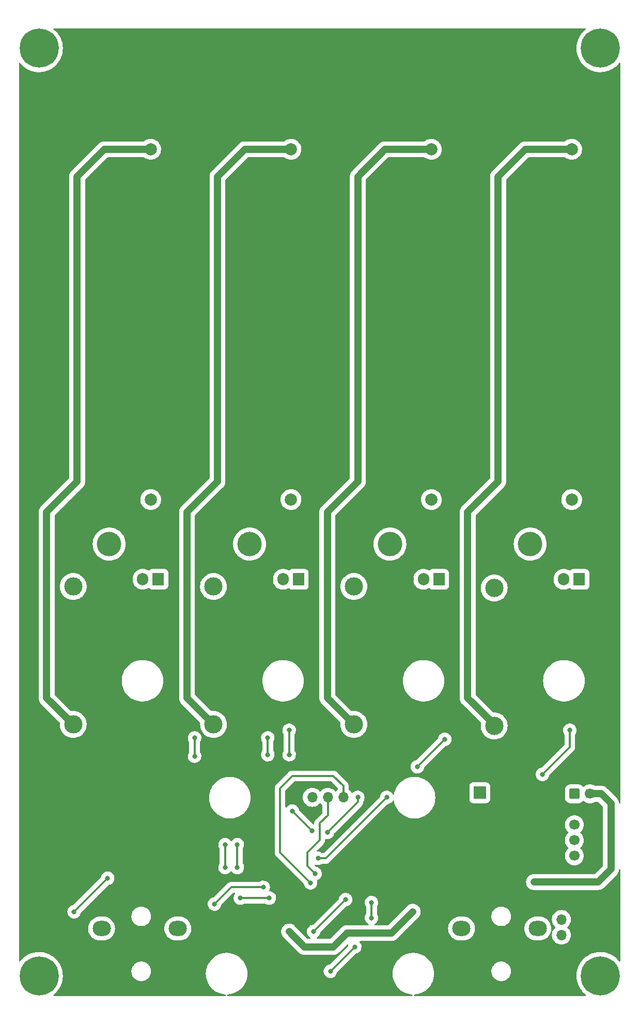
<source format=gbr>
%TF.GenerationSoftware,KiCad,Pcbnew,(6.0.9)*%
%TF.CreationDate,2022-12-22T11:47:32+01:00*%
%TF.ProjectId,BatteryDischargerV1,42617474-6572-4794-9469-736368617267,rev?*%
%TF.SameCoordinates,Original*%
%TF.FileFunction,Copper,L2,Bot*%
%TF.FilePolarity,Positive*%
%FSLAX46Y46*%
G04 Gerber Fmt 4.6, Leading zero omitted, Abs format (unit mm)*
G04 Created by KiCad (PCBNEW (6.0.9)) date 2022-12-22 11:47:32*
%MOMM*%
%LPD*%
G01*
G04 APERTURE LIST*
G04 Aperture macros list*
%AMRoundRect*
0 Rectangle with rounded corners*
0 $1 Rounding radius*
0 $2 $3 $4 $5 $6 $7 $8 $9 X,Y pos of 4 corners*
0 Add a 4 corners polygon primitive as box body*
4,1,4,$2,$3,$4,$5,$6,$7,$8,$9,$2,$3,0*
0 Add four circle primitives for the rounded corners*
1,1,$1+$1,$2,$3*
1,1,$1+$1,$4,$5*
1,1,$1+$1,$6,$7*
1,1,$1+$1,$8,$9*
0 Add four rect primitives between the rounded corners*
20,1,$1+$1,$2,$3,$4,$5,0*
20,1,$1+$1,$4,$5,$6,$7,0*
20,1,$1+$1,$6,$7,$8,$9,0*
20,1,$1+$1,$8,$9,$2,$3,0*%
G04 Aperture macros list end*
%TA.AperFunction,ComponentPad*%
%ADD10R,1.700000X1.700000*%
%TD*%
%TA.AperFunction,ComponentPad*%
%ADD11O,1.700000X1.700000*%
%TD*%
%TA.AperFunction,ComponentPad*%
%ADD12O,3.000000X2.500000*%
%TD*%
%TA.AperFunction,ComponentPad*%
%ADD13C,4.000000*%
%TD*%
%TA.AperFunction,ComponentPad*%
%ADD14C,3.000000*%
%TD*%
%TA.AperFunction,ComponentPad*%
%ADD15R,2.000000X2.000000*%
%TD*%
%TA.AperFunction,ComponentPad*%
%ADD16C,2.000000*%
%TD*%
%TA.AperFunction,ComponentPad*%
%ADD17R,1.905000X2.000000*%
%TD*%
%TA.AperFunction,ComponentPad*%
%ADD18O,1.905000X2.000000*%
%TD*%
%TA.AperFunction,ComponentPad*%
%ADD19C,0.800000*%
%TD*%
%TA.AperFunction,ComponentPad*%
%ADD20C,6.400000*%
%TD*%
%TA.AperFunction,ComponentPad*%
%ADD21RoundRect,0.250000X-0.600000X-0.600000X0.600000X-0.600000X0.600000X0.600000X-0.600000X0.600000X0*%
%TD*%
%TA.AperFunction,ComponentPad*%
%ADD22C,1.700000*%
%TD*%
%TA.AperFunction,ViaPad*%
%ADD23C,0.800000*%
%TD*%
%TA.AperFunction,Conductor*%
%ADD24C,0.355600*%
%TD*%
%TA.AperFunction,Conductor*%
%ADD25C,1.200000*%
%TD*%
G04 APERTURE END LIST*
D10*
%TO.P,J2,1,Pin_1*%
%TO.N,GND*%
X102500000Y-145500000D03*
D11*
%TO.P,J2,2,Pin_2*%
%TO.N,+3V3*%
X105040000Y-145500000D03*
%TO.P,J2,3,Pin_3*%
%TO.N,SCL*%
X107580000Y-145500000D03*
%TO.P,J2,4,Pin_4*%
%TO.N,SDA*%
X110120000Y-145500000D03*
%TD*%
D12*
%TO.P,SW2,1,1*%
%TO.N,Net-(R8-Pad1)*%
X70500000Y-167000000D03*
X83000000Y-167000000D03*
%TO.P,SW2,2,2*%
%TO.N,GND*%
X83000000Y-172000000D03*
X70500000Y-172000000D03*
%TD*%
D13*
%TO.P,BT1,1,+*%
%TO.N,VBAT1*%
X71750000Y-104000000D03*
%TO.P,BT1,2,-*%
%TO.N,GND*%
X71750000Y-32000000D03*
%TD*%
D14*
%TO.P,F2,1*%
%TO.N,Net-(F2-Pad1)*%
X111850000Y-133550000D03*
%TO.P,F2,2*%
%TO.N,VBAT3*%
X111850000Y-110950000D03*
%TD*%
D15*
%TO.P,LS1,1,1*%
%TO.N,/BUZZER*%
X132479216Y-144750000D03*
D16*
%TO.P,LS1,2,2*%
%TO.N,GND*%
X137479216Y-144750000D03*
%TD*%
D17*
%TO.P,Q2,1,G*%
%TO.N,Net-(Q2-Pad1)*%
X125790000Y-109770000D03*
D18*
%TO.P,Q2,2,D*%
%TO.N,Net-(Q2-Pad2)*%
X123250000Y-109770000D03*
%TO.P,Q2,3,S*%
%TO.N,GND*%
X120710000Y-109770000D03*
%TD*%
D14*
%TO.P,F3,1*%
%TO.N,Net-(F3-Pad1)*%
X88850000Y-133550000D03*
%TO.P,F3,2*%
%TO.N,VBAT2*%
X88850000Y-110950000D03*
%TD*%
D12*
%TO.P,SW1,1,1*%
%TO.N,Net-(R7-Pad1)*%
X129500000Y-167000000D03*
X142000000Y-167000000D03*
%TO.P,SW1,2,2*%
%TO.N,GND*%
X142000000Y-172000000D03*
X129500000Y-172000000D03*
%TD*%
D17*
%TO.P,Q3,1,G*%
%TO.N,Net-(Q3-Pad1)*%
X102790000Y-109770000D03*
D18*
%TO.P,Q3,2,D*%
%TO.N,Net-(Q3-Pad2)*%
X100250000Y-109770000D03*
%TO.P,Q3,3,S*%
%TO.N,GND*%
X97710000Y-109770000D03*
%TD*%
D19*
%TO.P,H4,1,1*%
%TO.N,unconnected-(H4-Pad1)*%
X153947056Y-173052944D03*
X152250000Y-172350000D03*
X150552944Y-173052944D03*
X154650000Y-174750000D03*
D20*
X152250000Y-174750000D03*
D19*
X149850000Y-174750000D03*
X150552944Y-176447056D03*
X152250000Y-177150000D03*
X153947056Y-176447056D03*
%TD*%
D17*
%TO.P,Q1,1,G*%
%TO.N,Net-(Q1-Pad1)*%
X79790000Y-109750000D03*
D18*
%TO.P,Q1,2,D*%
%TO.N,Net-(Q1-Pad2)*%
X77250000Y-109750000D03*
%TO.P,Q1,3,S*%
%TO.N,GND*%
X74710000Y-109750000D03*
%TD*%
D21*
%TO.P,J1,1,Pin_1*%
%TO.N,PB3*%
X147997500Y-144920000D03*
D22*
%TO.P,J1,2,Pin_2*%
%TO.N,+5V*%
X150537500Y-144920000D03*
%TO.P,J1,3,Pin_3*%
%TO.N,GND*%
X147997500Y-147460000D03*
%TO.P,J1,4,Pin_4*%
X150537500Y-147460000D03*
%TO.P,J1,5,Pin_5*%
%TO.N,RESET*%
X147997500Y-150000000D03*
%TO.P,J1,6,Pin_6*%
%TO.N,GND*%
X150537500Y-150000000D03*
%TO.P,J1,7,Pin_7*%
%TO.N,PB5*%
X147997500Y-152540000D03*
%TO.P,J1,8,Pin_8*%
%TO.N,GND*%
X150537500Y-152540000D03*
%TO.P,J1,9,Pin_9*%
%TO.N,PB4*%
X147997500Y-155080000D03*
%TO.P,J1,10,Pin_10*%
%TO.N,GND*%
X150537500Y-155080000D03*
%TD*%
D19*
%TO.P,H3,1,1*%
%TO.N,unconnected-(H3-Pad1)*%
X152250000Y-25150000D03*
X150552944Y-21052944D03*
X152250000Y-20350000D03*
X153947056Y-24447056D03*
X154650000Y-22750000D03*
X153947056Y-21052944D03*
X150552944Y-24447056D03*
D20*
X152250000Y-22750000D03*
D19*
X149850000Y-22750000D03*
%TD*%
D14*
%TO.P,F1,1*%
%TO.N,Net-(F1-Pad1)*%
X65850000Y-133550000D03*
%TO.P,F1,2*%
%TO.N,VBAT1*%
X65850000Y-110950000D03*
%TD*%
D13*
%TO.P,BT2,1,+*%
%TO.N,VBAT3*%
X117750000Y-104000000D03*
%TO.P,BT2,2,-*%
%TO.N,GND*%
X117750000Y-32000000D03*
%TD*%
%TO.P,BT3,1,+*%
%TO.N,VBAT2*%
X94750000Y-104000000D03*
%TO.P,BT3,2,-*%
%TO.N,GND*%
X94750000Y-32000000D03*
%TD*%
D17*
%TO.P,Q4,1,G*%
%TO.N,Net-(Q4-Pad1)*%
X148790000Y-109770000D03*
D18*
%TO.P,Q4,2,D*%
%TO.N,Net-(Q4-Pad2)*%
X146250000Y-109770000D03*
%TO.P,Q4,3,S*%
%TO.N,GND*%
X143710000Y-109770000D03*
%TD*%
D10*
%TO.P,J3,1,Pin_1*%
%TO.N,GND*%
X145875000Y-162975000D03*
D11*
%TO.P,J3,2,Pin_2*%
%TO.N,/TX*%
X145875000Y-165515000D03*
%TO.P,J3,3,Pin_3*%
%TO.N,/RX*%
X145875000Y-168055000D03*
%TD*%
D19*
%TO.P,H2,1,1*%
%TO.N,unconnected-(H2-Pad1)*%
X58552944Y-173052944D03*
X62650000Y-174750000D03*
X58552944Y-176447056D03*
X61947056Y-176447056D03*
D20*
X60250000Y-174750000D03*
D19*
X60250000Y-172350000D03*
X57850000Y-174750000D03*
X60250000Y-177150000D03*
X61947056Y-173052944D03*
%TD*%
D14*
%TO.P,F4,1*%
%TO.N,Net-(F4-Pad1)*%
X134850000Y-133800000D03*
%TO.P,F4,2*%
%TO.N,VBAT4*%
X134850000Y-111200000D03*
%TD*%
D13*
%TO.P,BT4,1,+*%
%TO.N,VBAT4*%
X140750000Y-104000000D03*
%TO.P,BT4,2,-*%
%TO.N,GND*%
X140750000Y-32000000D03*
%TD*%
D16*
%TO.P,R18,1*%
%TO.N,Net-(F4-Pad1)*%
X147550000Y-39298000D03*
%TO.P,R18,2*%
%TO.N,Net-(Q4-Pad2)*%
X147550000Y-96702000D03*
%TD*%
%TO.P,R17,1*%
%TO.N,Net-(F3-Pad1)*%
X101550000Y-39298000D03*
%TO.P,R17,2*%
%TO.N,Net-(Q3-Pad2)*%
X101550000Y-96702000D03*
%TD*%
%TO.P,R12,1*%
%TO.N,Net-(F2-Pad1)*%
X124550000Y-39298000D03*
%TO.P,R12,2*%
%TO.N,Net-(Q2-Pad2)*%
X124550000Y-96702000D03*
%TD*%
%TO.P,R11,1*%
%TO.N,Net-(F1-Pad1)*%
X78550000Y-39298000D03*
%TO.P,R11,2*%
%TO.N,Net-(Q1-Pad2)*%
X78550000Y-96702000D03*
%TD*%
D19*
%TO.P,H1,1,1*%
%TO.N,unconnected-(H1-Pad1)*%
X61947056Y-24447056D03*
X58552944Y-21052944D03*
D20*
X60250000Y-22750000D03*
D19*
X61947056Y-21052944D03*
X62650000Y-22750000D03*
X58552944Y-24447056D03*
X57850000Y-22750000D03*
X60250000Y-25150000D03*
X60250000Y-20350000D03*
%TD*%
D23*
%TO.N,GND*%
X103000000Y-140500000D03*
%TO.N,SCL*%
X105500000Y-158000000D03*
%TO.N,SDA*%
X104750000Y-159500000D03*
%TO.N,VBAT4*%
X106000000Y-155500000D03*
%TO.N,GND*%
X108300000Y-157350000D03*
%TO.N,VBAT2*%
X98000000Y-162000000D03*
%TO.N,VBAT1*%
X97000000Y-160250000D03*
%TO.N,VBAT2*%
X93250000Y-162000000D03*
X90750000Y-157000000D03*
X90750000Y-153250000D03*
%TO.N,VBAT3*%
X92750000Y-153250000D03*
X92750000Y-157000000D03*
%TO.N,VBAT1*%
X89000000Y-163000000D03*
%TO.N,+5V*%
X121500000Y-164250000D03*
X141375000Y-159375000D03*
X101250000Y-167500000D03*
%TO.N,PD3{slash}INT1*%
X105250000Y-167500000D03*
%TO.N,VBAT4*%
X117250000Y-145500000D03*
X122250000Y-140500000D03*
X126750000Y-136000000D03*
%TO.N,VBAT3*%
X97750000Y-135750000D03*
X97750000Y-138500000D03*
%TO.N,MOSFET2*%
X101250000Y-134500000D03*
%TO.N,MOSFET3*%
X112500000Y-145500000D03*
%TO.N,MOSFET2*%
X101250000Y-138500000D03*
X105000000Y-151000000D03*
%TO.N,VBAT2*%
X85750000Y-138750000D03*
X85750000Y-135750000D03*
%TO.N,MOSFET2*%
X101750000Y-147750000D03*
%TO.N,GND*%
X127500000Y-169500000D03*
X85000000Y-169250000D03*
%TO.N,PD3{slash}INT1*%
X110500000Y-162250000D03*
%TO.N,MOSFET1*%
X108000000Y-174000000D03*
X112000000Y-170000000D03*
X114750000Y-165250000D03*
X114750000Y-162750000D03*
X66000000Y-164250000D03*
X71500000Y-158750000D03*
%TO.N,GND*%
X79000000Y-153000000D03*
X66750000Y-143500000D03*
X78000000Y-140250000D03*
X76250000Y-134500000D03*
X68750000Y-143500000D03*
X78000000Y-154000000D03*
X67750000Y-143500000D03*
X79000000Y-156000000D03*
X79000000Y-154000000D03*
X94500000Y-151750000D03*
X66750000Y-140000000D03*
X114750000Y-155350000D03*
X145250000Y-134500000D03*
X65750000Y-137000000D03*
X79000000Y-140250000D03*
X99250000Y-134500000D03*
X78000000Y-155000000D03*
X79000000Y-139250000D03*
X60500000Y-156000000D03*
X78000000Y-157000000D03*
X66750000Y-139000000D03*
X64750000Y-138000000D03*
X97000000Y-158500000D03*
X72750000Y-138500000D03*
X67750000Y-144500000D03*
X68750000Y-144500000D03*
X64750000Y-137000000D03*
X61500000Y-158000000D03*
X78000000Y-153000000D03*
X65750000Y-138000000D03*
X60500000Y-157000000D03*
X61500000Y-157000000D03*
X122250000Y-134500000D03*
X79000000Y-157000000D03*
X66750000Y-137000000D03*
X66750000Y-138000000D03*
X78000000Y-141250000D03*
X115250000Y-159250000D03*
X61500000Y-156000000D03*
X78000000Y-156000000D03*
X69750000Y-144500000D03*
X78000000Y-139250000D03*
X79000000Y-141250000D03*
X66750000Y-144500000D03*
X66750000Y-141000000D03*
X69750000Y-143500000D03*
X60500000Y-158000000D03*
X79000000Y-155000000D03*
%TO.N,MOSFET3*%
X107500000Y-151250000D03*
%TO.N,MOSFET4*%
X147250000Y-134500000D03*
X142750000Y-141750000D03*
%TD*%
D24*
%TO.N,SCL*%
X104250000Y-156750000D02*
X105500000Y-158000000D01*
X104250000Y-154500000D02*
X104250000Y-156750000D01*
X104750000Y-154000000D02*
X104250000Y-154500000D01*
X106250000Y-152500000D02*
X104750000Y-154000000D01*
X106250000Y-149750000D02*
X106250000Y-152500000D01*
X107580000Y-145500000D02*
X107580000Y-148420000D01*
X107580000Y-148420000D02*
X106250000Y-149750000D01*
%TO.N,SDA*%
X110120000Y-143620000D02*
X110120000Y-145500000D01*
X108500000Y-142000000D02*
X110120000Y-143620000D01*
X101750000Y-142000000D02*
X108500000Y-142000000D01*
X99750000Y-144000000D02*
X101750000Y-142000000D01*
X99750000Y-154500000D02*
X99750000Y-144000000D01*
X104750000Y-159500000D02*
X99750000Y-154500000D01*
%TO.N,VBAT4*%
X107250000Y-155500000D02*
X107500000Y-155250000D01*
X106000000Y-155500000D02*
X107250000Y-155500000D01*
X117250000Y-145500000D02*
X107500000Y-155250000D01*
%TO.N,VBAT2*%
X96250000Y-162000000D02*
X98000000Y-162000000D01*
%TO.N,VBAT1*%
X97000000Y-160250000D02*
X91750000Y-160250000D01*
%TO.N,VBAT2*%
X90750000Y-153250000D02*
X90750000Y-157000000D01*
%TO.N,VBAT3*%
X92750000Y-153250000D02*
X92750000Y-157000000D01*
%TO.N,VBAT1*%
X89000000Y-163000000D02*
X91750000Y-160250000D01*
D25*
%TO.N,+5V*%
X121500000Y-164250000D02*
X118000000Y-167750000D01*
X118000000Y-167750000D02*
X117000000Y-167750000D01*
X110750000Y-167750000D02*
X117000000Y-167750000D01*
X151875000Y-159375000D02*
X141375000Y-159375000D01*
X154000000Y-146500000D02*
X154000000Y-157250000D01*
X152420000Y-144920000D02*
X154000000Y-146500000D01*
X150537500Y-144920000D02*
X152420000Y-144920000D01*
X154000000Y-157250000D02*
X151875000Y-159375000D01*
X108500000Y-170000000D02*
X110750000Y-167750000D01*
X101250000Y-167500000D02*
X103750000Y-170000000D01*
X103750000Y-170000000D02*
X108500000Y-170000000D01*
D24*
%TO.N,PD3{slash}INT1*%
X105250000Y-167500000D02*
X110500000Y-162250000D01*
%TO.N,VBAT4*%
X126750000Y-136000000D02*
X122250000Y-140500000D01*
%TO.N,VBAT3*%
X97750000Y-135750000D02*
X97750000Y-138500000D01*
%TO.N,MOSFET2*%
X101250000Y-134500000D02*
X101250000Y-138500000D01*
%TO.N,MOSFET3*%
X112500000Y-146250000D02*
X112500000Y-145500000D01*
X107500000Y-151250000D02*
X112500000Y-146250000D01*
%TO.N,VBAT2*%
X96250000Y-162000000D02*
X93250000Y-162000000D01*
X85750000Y-135750000D02*
X85750000Y-138750000D01*
%TO.N,MOSFET2*%
X101750000Y-147750000D02*
X105000000Y-151000000D01*
%TO.N,MOSFET1*%
X112000000Y-170000000D02*
X108000000Y-174000000D01*
X114750000Y-162750000D02*
X114750000Y-165250000D01*
X71500000Y-158750000D02*
X66000000Y-164250000D01*
D25*
%TO.N,Net-(F1-Pad1)*%
X78549000Y-39298000D02*
X70951000Y-39298000D01*
X66499000Y-93750000D02*
X61499000Y-98750000D01*
X61499000Y-98750000D02*
X61499000Y-129200000D01*
X70951000Y-39298000D02*
X66499000Y-43750000D01*
X61499000Y-129200000D02*
X65849000Y-133550000D01*
X66499000Y-43750000D02*
X66499000Y-93750000D01*
%TO.N,Net-(F2-Pad1)*%
X107499000Y-129200000D02*
X111849000Y-133550000D01*
X112499000Y-93750000D02*
X107499000Y-98750000D01*
X116951000Y-39298000D02*
X112499000Y-43750000D01*
X107499000Y-98750000D02*
X107499000Y-129200000D01*
X112499000Y-43750000D02*
X112499000Y-93750000D01*
X124549000Y-39298000D02*
X116951000Y-39298000D01*
%TO.N,Net-(F4-Pad1)*%
X139951000Y-39298000D02*
X135499000Y-43750000D01*
X135499000Y-93750000D02*
X130499000Y-98750000D01*
X147549000Y-39298000D02*
X139951000Y-39298000D01*
X135499000Y-43750000D02*
X135499000Y-93750000D01*
X130499000Y-98750000D02*
X130499000Y-129200000D01*
X130499000Y-129200000D02*
X134849000Y-133550000D01*
D24*
%TO.N,MOSFET4*%
X147250000Y-137250000D02*
X147250000Y-134500000D01*
X142750000Y-141750000D02*
X147250000Y-137250000D01*
D25*
%TO.N,Net-(F3-Pad1)*%
X93952000Y-39298000D02*
X89500000Y-43750000D01*
X89500000Y-43750000D02*
X89500000Y-93750000D01*
X84500000Y-129200000D02*
X88850000Y-133550000D01*
X101550000Y-39298000D02*
X93952000Y-39298000D01*
X84500000Y-98750000D02*
X84500000Y-129200000D01*
X89500000Y-93750000D02*
X84500000Y-98750000D01*
%TD*%
%TA.AperFunction,Conductor*%
%TO.N,GND*%
G36*
X149833913Y-19470502D02*
G01*
X149880406Y-19524158D01*
X149890510Y-19594432D01*
X149861016Y-19659012D01*
X149847623Y-19672311D01*
X149566571Y-19912353D01*
X149293546Y-20198057D01*
X149291589Y-20200570D01*
X149291588Y-20200572D01*
X149138276Y-20397511D01*
X149050791Y-20509890D01*
X148840791Y-20844658D01*
X148665697Y-21198934D01*
X148527301Y-21569090D01*
X148427021Y-21951338D01*
X148365882Y-22341763D01*
X148365711Y-22344925D01*
X148365710Y-22344932D01*
X148347083Y-22688880D01*
X148344511Y-22736367D01*
X148344661Y-22739548D01*
X148346360Y-22775566D01*
X148363126Y-23131111D01*
X148421538Y-23521953D01*
X148519148Y-23904892D01*
X148654956Y-24276006D01*
X148827573Y-24631495D01*
X149035230Y-24967721D01*
X149275802Y-25281241D01*
X149277984Y-25283557D01*
X149277993Y-25283567D01*
X149544635Y-25566519D01*
X149546826Y-25568844D01*
X149549231Y-25570928D01*
X149549237Y-25570933D01*
X149843119Y-25825501D01*
X149845526Y-25827586D01*
X150168845Y-26054818D01*
X150513472Y-26248214D01*
X150875878Y-26405793D01*
X151252353Y-26525941D01*
X151462256Y-26570175D01*
X151635924Y-26606773D01*
X151635929Y-26606774D01*
X151639043Y-26607430D01*
X152031988Y-26649423D01*
X152035176Y-26649440D01*
X152035181Y-26649440D01*
X152214213Y-26650378D01*
X152427166Y-26651493D01*
X152575671Y-26637193D01*
X152817364Y-26613921D01*
X152817369Y-26613920D01*
X152820529Y-26613616D01*
X152823648Y-26612993D01*
X152823653Y-26612992D01*
X153014643Y-26574828D01*
X153208051Y-26536181D01*
X153497161Y-26447240D01*
X153582722Y-26420918D01*
X153582725Y-26420917D01*
X153585764Y-26419982D01*
X153588692Y-26418745D01*
X153588698Y-26418743D01*
X153752433Y-26349578D01*
X153949801Y-26266207D01*
X153952604Y-26264673D01*
X153952609Y-26264670D01*
X154101943Y-26182912D01*
X154296434Y-26076431D01*
X154622114Y-25852597D01*
X154651606Y-25827586D01*
X154921078Y-25599057D01*
X154921080Y-25599055D01*
X154923508Y-25596996D01*
X154925713Y-25594704D01*
X154925719Y-25594699D01*
X155037472Y-25478570D01*
X155197528Y-25312247D01*
X155324346Y-25150510D01*
X155382119Y-25109246D01*
X155453031Y-25105766D01*
X155514566Y-25141177D01*
X155547189Y-25204235D01*
X155549500Y-25228257D01*
X155549500Y-146358177D01*
X155529498Y-146426298D01*
X155475842Y-146472791D01*
X155405568Y-146482895D01*
X155340988Y-146453401D01*
X155302604Y-146393675D01*
X155299414Y-146380056D01*
X155291558Y-146335501D01*
X155290124Y-146324604D01*
X155286116Y-146278798D01*
X155286115Y-146278790D01*
X155285635Y-146273308D01*
X155272306Y-146223564D01*
X155269928Y-146212836D01*
X155267594Y-146199600D01*
X155260985Y-146162120D01*
X155259105Y-146156955D01*
X155259103Y-146156947D01*
X155243374Y-146113733D01*
X155240068Y-146103248D01*
X155228164Y-146058820D01*
X155228162Y-146058814D01*
X155226739Y-146053504D01*
X155204973Y-146006826D01*
X155200768Y-145996673D01*
X155185039Y-145953456D01*
X155185035Y-145953447D01*
X155183156Y-145948285D01*
X155157405Y-145903683D01*
X155152330Y-145893934D01*
X155132893Y-145852252D01*
X155130568Y-145847266D01*
X155101023Y-145805069D01*
X155095127Y-145795814D01*
X155072129Y-145755981D01*
X155072125Y-145755976D01*
X155069376Y-145751214D01*
X155036266Y-145711755D01*
X155029599Y-145703066D01*
X155000047Y-145660861D01*
X154839139Y-145499953D01*
X154839133Y-145499948D01*
X153420050Y-144080865D01*
X153420047Y-144080861D01*
X153259139Y-143919953D01*
X153216947Y-143890411D01*
X153208230Y-143883721D01*
X153168786Y-143850623D01*
X153124170Y-143824864D01*
X153114924Y-143818973D01*
X153072734Y-143789432D01*
X153026054Y-143767664D01*
X153016323Y-143762598D01*
X152976484Y-143739597D01*
X152976481Y-143739596D01*
X152971715Y-143736844D01*
X152955851Y-143731070D01*
X152923327Y-143719232D01*
X152913171Y-143715026D01*
X152892650Y-143705457D01*
X152866496Y-143693261D01*
X152861186Y-143691838D01*
X152861180Y-143691836D01*
X152816752Y-143679932D01*
X152806267Y-143676626D01*
X152763053Y-143660897D01*
X152763045Y-143660895D01*
X152757880Y-143659015D01*
X152707165Y-143650072D01*
X152696433Y-143647693D01*
X152646692Y-143634365D01*
X152641210Y-143633885D01*
X152641202Y-143633884D01*
X152595396Y-143629876D01*
X152584499Y-143628442D01*
X152544594Y-143621406D01*
X152533779Y-143619499D01*
X152306221Y-143619499D01*
X152306217Y-143619500D01*
X151418285Y-143619500D01*
X151352450Y-143600933D01*
X151247809Y-143536809D01*
X151243589Y-143534223D01*
X151239019Y-143532330D01*
X151239015Y-143532328D01*
X151022681Y-143442720D01*
X151022675Y-143442718D01*
X151018112Y-143440828D01*
X151013312Y-143439676D01*
X151013307Y-143439674D01*
X150886628Y-143409261D01*
X150780802Y-143383854D01*
X150537500Y-143364706D01*
X150294198Y-143383854D01*
X150188372Y-143409261D01*
X150061693Y-143439674D01*
X150061688Y-143439676D01*
X150056888Y-143440828D01*
X150052325Y-143442718D01*
X150052319Y-143442720D01*
X149835985Y-143532328D01*
X149835981Y-143532330D01*
X149831411Y-143534223D01*
X149623321Y-143661741D01*
X149572306Y-143705312D01*
X149523207Y-143747246D01*
X149458417Y-143776277D01*
X149388217Y-143765672D01*
X149343734Y-143731070D01*
X149277104Y-143649373D01*
X149277100Y-143649369D01*
X149273071Y-143644429D01*
X149237021Y-143615027D01*
X149128373Y-143526416D01*
X149128370Y-143526414D01*
X149123430Y-143522385D01*
X149116365Y-143518691D01*
X149041416Y-143479509D01*
X148952306Y-143432923D01*
X148946178Y-143431166D01*
X148946176Y-143431165D01*
X148805181Y-143390736D01*
X148766687Y-143379698D01*
X148734404Y-143376817D01*
X148655217Y-143369749D01*
X148655211Y-143369749D01*
X148652424Y-143369500D01*
X147342576Y-143369500D01*
X147339789Y-143369749D01*
X147339783Y-143369749D01*
X147260596Y-143376817D01*
X147228313Y-143379698D01*
X147189819Y-143390736D01*
X147048824Y-143431165D01*
X147048822Y-143431166D01*
X147042694Y-143432923D01*
X146953584Y-143479509D01*
X146878636Y-143518691D01*
X146871570Y-143522385D01*
X146866630Y-143526414D01*
X146866627Y-143526416D01*
X146757979Y-143615027D01*
X146721929Y-143644429D01*
X146717900Y-143649369D01*
X146614397Y-143776277D01*
X146599885Y-143794070D01*
X146596932Y-143799718D01*
X146596931Y-143799720D01*
X146575213Y-143841263D01*
X146510423Y-143965194D01*
X146508666Y-143971322D01*
X146508665Y-143971324D01*
X146482082Y-144064033D01*
X146457198Y-144150813D01*
X146456665Y-144156786D01*
X146448451Y-144248822D01*
X146447000Y-144265076D01*
X146447000Y-145574924D01*
X146457198Y-145689187D01*
X146510423Y-145874806D01*
X146599885Y-146045930D01*
X146603914Y-146050870D01*
X146603916Y-146050873D01*
X146699065Y-146167537D01*
X146721929Y-146195571D01*
X146726869Y-146199600D01*
X146861294Y-146309234D01*
X146871570Y-146317615D01*
X146877218Y-146320568D01*
X146877220Y-146320569D01*
X146919421Y-146342631D01*
X147042694Y-146407077D01*
X147048822Y-146408834D01*
X147048824Y-146408835D01*
X147109726Y-146426298D01*
X147228313Y-146460302D01*
X147260596Y-146463183D01*
X147339783Y-146470251D01*
X147339789Y-146470251D01*
X147342576Y-146470500D01*
X148652424Y-146470500D01*
X148655211Y-146470251D01*
X148655217Y-146470251D01*
X148734404Y-146463183D01*
X148766687Y-146460302D01*
X148885274Y-146426298D01*
X148946176Y-146408835D01*
X148946178Y-146408834D01*
X148952306Y-146407077D01*
X149075579Y-146342631D01*
X149117780Y-146320569D01*
X149117782Y-146320568D01*
X149123430Y-146317615D01*
X149133707Y-146309234D01*
X149268131Y-146199600D01*
X149273071Y-146195571D01*
X149277100Y-146190631D01*
X149277104Y-146190627D01*
X149343734Y-146108930D01*
X149402288Y-146068782D01*
X149473253Y-146066664D01*
X149523207Y-146092754D01*
X149556237Y-146120964D01*
X149623321Y-146178259D01*
X149831411Y-146305777D01*
X149835981Y-146307670D01*
X149835985Y-146307672D01*
X150052319Y-146397280D01*
X150052325Y-146397282D01*
X150056888Y-146399172D01*
X150061688Y-146400324D01*
X150061693Y-146400326D01*
X150169874Y-146426298D01*
X150294198Y-146456146D01*
X150537500Y-146475294D01*
X150780802Y-146456146D01*
X150905126Y-146426298D01*
X151013307Y-146400326D01*
X151013312Y-146400324D01*
X151018112Y-146399172D01*
X151022675Y-146397282D01*
X151022681Y-146397280D01*
X151239015Y-146307672D01*
X151239019Y-146307670D01*
X151243589Y-146305777D01*
X151290430Y-146277073D01*
X151352450Y-146239067D01*
X151418285Y-146220500D01*
X151829124Y-146220500D01*
X151897245Y-146240502D01*
X151918219Y-146257404D01*
X152662595Y-147001779D01*
X152696620Y-147064092D01*
X152699500Y-147090875D01*
X152699500Y-156659125D01*
X152679498Y-156727246D01*
X152662595Y-156748220D01*
X151373220Y-158037595D01*
X151310908Y-158071621D01*
X151284125Y-158074500D01*
X141318216Y-158074500D01*
X141315499Y-158074738D01*
X141315492Y-158074738D01*
X141247302Y-158080704D01*
X141148308Y-158089365D01*
X141142995Y-158090789D01*
X141142993Y-158090789D01*
X140933814Y-158146838D01*
X140933812Y-158146839D01*
X140928504Y-158148261D01*
X140923524Y-158150583D01*
X140923522Y-158150584D01*
X140727247Y-158242109D01*
X140727244Y-158242111D01*
X140722266Y-158244432D01*
X140535861Y-158374953D01*
X140374953Y-158535861D01*
X140244432Y-158722266D01*
X140242111Y-158727244D01*
X140242109Y-158727247D01*
X140204527Y-158807842D01*
X140148261Y-158928504D01*
X140146839Y-158933812D01*
X140146838Y-158933814D01*
X140120683Y-159031426D01*
X140089365Y-159148308D01*
X140069532Y-159375000D01*
X140089365Y-159601692D01*
X140090789Y-159607005D01*
X140090789Y-159607007D01*
X140109397Y-159676451D01*
X140148261Y-159821496D01*
X140150583Y-159826476D01*
X140150584Y-159826478D01*
X140160967Y-159848743D01*
X140244432Y-160027734D01*
X140374953Y-160214139D01*
X140535861Y-160375047D01*
X140722266Y-160505568D01*
X140727244Y-160507889D01*
X140727247Y-160507891D01*
X140915682Y-160595760D01*
X140928504Y-160601739D01*
X140933812Y-160603161D01*
X140933814Y-160603162D01*
X141142993Y-160659211D01*
X141142995Y-160659211D01*
X141148308Y-160660635D01*
X141247302Y-160669296D01*
X141315492Y-160675262D01*
X141315499Y-160675262D01*
X141318216Y-160675500D01*
X151761217Y-160675500D01*
X151761221Y-160675501D01*
X151988779Y-160675501D01*
X152000280Y-160673473D01*
X152039499Y-160666558D01*
X152050396Y-160665124D01*
X152096202Y-160661116D01*
X152096210Y-160661115D01*
X152101692Y-160660635D01*
X152151436Y-160647306D01*
X152162164Y-160644928D01*
X152167454Y-160643995D01*
X152212880Y-160635985D01*
X152218045Y-160634105D01*
X152218053Y-160634103D01*
X152261267Y-160618374D01*
X152271752Y-160615068D01*
X152316180Y-160603164D01*
X152316186Y-160603162D01*
X152321496Y-160601739D01*
X152368174Y-160579973D01*
X152378327Y-160575768D01*
X152421539Y-160560040D01*
X152421540Y-160560040D01*
X152426715Y-160558156D01*
X152431481Y-160555404D01*
X152431484Y-160555403D01*
X152471323Y-160532402D01*
X152481054Y-160527336D01*
X152527734Y-160505568D01*
X152569924Y-160476027D01*
X152579170Y-160470136D01*
X152623786Y-160444377D01*
X152663235Y-160411275D01*
X152671952Y-160404586D01*
X152709636Y-160378200D01*
X152714139Y-160375047D01*
X152875047Y-160214139D01*
X152875049Y-160214136D01*
X154839136Y-158250049D01*
X154839139Y-158250047D01*
X155000047Y-158089139D01*
X155029589Y-158046947D01*
X155036279Y-158038230D01*
X155055695Y-158015091D01*
X155069377Y-157998786D01*
X155095136Y-157954170D01*
X155101027Y-157944924D01*
X155130568Y-157902734D01*
X155152336Y-157856054D01*
X155157402Y-157846323D01*
X155180403Y-157806484D01*
X155180404Y-157806481D01*
X155183156Y-157801715D01*
X155200768Y-157753327D01*
X155204974Y-157743171D01*
X155226739Y-157696496D01*
X155228162Y-157691186D01*
X155228164Y-157691180D01*
X155240068Y-157646752D01*
X155243374Y-157636267D01*
X155259103Y-157593053D01*
X155259105Y-157593045D01*
X155260985Y-157587880D01*
X155269928Y-157537164D01*
X155272307Y-157526433D01*
X155284211Y-157482005D01*
X155285635Y-157476692D01*
X155286115Y-157471210D01*
X155286116Y-157471202D01*
X155290124Y-157425396D01*
X155291558Y-157414499D01*
X155299414Y-157369944D01*
X155330941Y-157306331D01*
X155391855Y-157269862D01*
X155462816Y-157272114D01*
X155521294Y-157312373D01*
X155548724Y-157377857D01*
X155549500Y-157391823D01*
X155549500Y-172271674D01*
X155529498Y-172339795D01*
X155475842Y-172386288D01*
X155405568Y-172396392D01*
X155340988Y-172366898D01*
X155323806Y-172348727D01*
X155313536Y-172335439D01*
X155215344Y-172208393D01*
X155073434Y-172058851D01*
X154945517Y-171924054D01*
X154945514Y-171924052D01*
X154943318Y-171921737D01*
X154932408Y-171912353D01*
X154646131Y-171666116D01*
X154646128Y-171666114D01*
X154643716Y-171664039D01*
X154641108Y-171662219D01*
X154641102Y-171662215D01*
X154322220Y-171439760D01*
X154319607Y-171437937D01*
X154022028Y-171272307D01*
X153977092Y-171247296D01*
X153977090Y-171247295D01*
X153974307Y-171245746D01*
X153971387Y-171244488D01*
X153971382Y-171244486D01*
X153614287Y-171090696D01*
X153614277Y-171090692D01*
X153611353Y-171089433D01*
X153234460Y-170970599D01*
X152928057Y-170907146D01*
X152850613Y-170891108D01*
X152850610Y-170891108D01*
X152847488Y-170890461D01*
X152545259Y-170859228D01*
X152457555Y-170850165D01*
X152457552Y-170850165D01*
X152454399Y-170849839D01*
X152451233Y-170849833D01*
X152451224Y-170849833D01*
X152256076Y-170849493D01*
X152059217Y-170849150D01*
X151902678Y-170864774D01*
X151669161Y-170888082D01*
X151669155Y-170888083D01*
X151665988Y-170888399D01*
X151464871Y-170929317D01*
X151281863Y-170966550D01*
X151281859Y-170966551D01*
X151278738Y-170967186D01*
X151275696Y-170968133D01*
X151275690Y-170968135D01*
X151090085Y-171025945D01*
X150901433Y-171084703D01*
X150898493Y-171085957D01*
X150540873Y-171238495D01*
X150540869Y-171238497D01*
X150537936Y-171239748D01*
X150535149Y-171241287D01*
X150535148Y-171241287D01*
X150529353Y-171244486D01*
X150191967Y-171430733D01*
X150189346Y-171432548D01*
X150189341Y-171432551D01*
X150181563Y-171437937D01*
X149867070Y-171655702D01*
X149566571Y-171912353D01*
X149293546Y-172198057D01*
X149291589Y-172200570D01*
X149291588Y-172200572D01*
X149077936Y-172475021D01*
X149050791Y-172509890D01*
X149049095Y-172512594D01*
X149049092Y-172512598D01*
X148950565Y-172669664D01*
X148840791Y-172844658D01*
X148665697Y-173198934D01*
X148527301Y-173569090D01*
X148427021Y-173951338D01*
X148414236Y-174032984D01*
X148380845Y-174246214D01*
X148365882Y-174341763D01*
X148365711Y-174344925D01*
X148365710Y-174344932D01*
X148361304Y-174426289D01*
X148344511Y-174736367D01*
X148344661Y-174739548D01*
X148362457Y-175116915D01*
X148363126Y-175131111D01*
X148421538Y-175521953D01*
X148422324Y-175525035D01*
X148422324Y-175525037D01*
X148506051Y-175853509D01*
X148519148Y-175904892D01*
X148654956Y-176276006D01*
X148827573Y-176631495D01*
X149035230Y-176967721D01*
X149062890Y-177003768D01*
X149237993Y-177231967D01*
X149275802Y-177281241D01*
X149277984Y-177283557D01*
X149277993Y-177283567D01*
X149535034Y-177556331D01*
X149546826Y-177568844D01*
X149549231Y-177570928D01*
X149549237Y-177570933D01*
X149845526Y-177827586D01*
X149844632Y-177828618D01*
X149882838Y-177881928D01*
X149886432Y-177952833D01*
X149851121Y-178014426D01*
X149788115Y-178047150D01*
X149763894Y-178049500D01*
X121810769Y-178049500D01*
X121742648Y-178029498D01*
X121696155Y-177975842D01*
X121686051Y-177905568D01*
X121715545Y-177840988D01*
X121775271Y-177802604D01*
X121797817Y-177798167D01*
X122127046Y-177764145D01*
X122127055Y-177764144D01*
X122130438Y-177763794D01*
X122133771Y-177763080D01*
X122133774Y-177763079D01*
X122311161Y-177725050D01*
X122490533Y-177686596D01*
X122840183Y-177570960D01*
X123175300Y-177418239D01*
X123358040Y-177309736D01*
X123489018Y-177231967D01*
X123489023Y-177231964D01*
X123491963Y-177230218D01*
X123516225Y-177212002D01*
X123783736Y-177011150D01*
X123783745Y-177011143D01*
X123786468Y-177009098D01*
X124055369Y-176757464D01*
X124295521Y-176478262D01*
X124436582Y-176273017D01*
X124502185Y-176177565D01*
X124502190Y-176177558D01*
X124504115Y-176174756D01*
X124505727Y-176171762D01*
X124505732Y-176171754D01*
X124677089Y-175853509D01*
X124678711Y-175850497D01*
X124817265Y-175509279D01*
X124918158Y-175155092D01*
X124980208Y-174792081D01*
X124980630Y-174785191D01*
X125000852Y-174454564D01*
X125002691Y-174424492D01*
X125002774Y-174400721D01*
X124982858Y-174032984D01*
X124977457Y-174000000D01*
X134394551Y-174000000D01*
X134414317Y-174251148D01*
X134415471Y-174255955D01*
X134415472Y-174255961D01*
X134439327Y-174355323D01*
X134473127Y-174496111D01*
X134475020Y-174500682D01*
X134475021Y-174500684D01*
X134562990Y-174713060D01*
X134569534Y-174728859D01*
X134701164Y-174943659D01*
X134704376Y-174947419D01*
X134704379Y-174947424D01*
X134831264Y-175095987D01*
X134864776Y-175135224D01*
X134868538Y-175138437D01*
X135052576Y-175295621D01*
X135052581Y-175295624D01*
X135056341Y-175298836D01*
X135271141Y-175430466D01*
X135275711Y-175432359D01*
X135275715Y-175432361D01*
X135484411Y-175518805D01*
X135503889Y-175526873D01*
X135588289Y-175547135D01*
X135744039Y-175584528D01*
X135744045Y-175584529D01*
X135748852Y-175585683D01*
X135837149Y-175592632D01*
X135934661Y-175600307D01*
X135934670Y-175600307D01*
X135937118Y-175600500D01*
X136062882Y-175600500D01*
X136065330Y-175600307D01*
X136065339Y-175600307D01*
X136162851Y-175592632D01*
X136251148Y-175585683D01*
X136255955Y-175584529D01*
X136255961Y-175584528D01*
X136411711Y-175547135D01*
X136496111Y-175526873D01*
X136515589Y-175518805D01*
X136724285Y-175432361D01*
X136724289Y-175432359D01*
X136728859Y-175430466D01*
X136943659Y-175298836D01*
X136947419Y-175295624D01*
X136947424Y-175295621D01*
X137131462Y-175138437D01*
X137135224Y-175135224D01*
X137168736Y-175095987D01*
X137295621Y-174947424D01*
X137295624Y-174947419D01*
X137298836Y-174943659D01*
X137430466Y-174728859D01*
X137437011Y-174713060D01*
X137524979Y-174500684D01*
X137524980Y-174500682D01*
X137526873Y-174496111D01*
X137560673Y-174355323D01*
X137584528Y-174255961D01*
X137584529Y-174255955D01*
X137585683Y-174251148D01*
X137605449Y-174000000D01*
X137585683Y-173748852D01*
X137564665Y-173661303D01*
X137528028Y-173508701D01*
X137526873Y-173503889D01*
X137483036Y-173398057D01*
X137432361Y-173275715D01*
X137432359Y-173275711D01*
X137430466Y-173271141D01*
X137298836Y-173056341D01*
X137295624Y-173052581D01*
X137295621Y-173052576D01*
X137138437Y-172868538D01*
X137135224Y-172864776D01*
X137108502Y-172841953D01*
X136947424Y-172704379D01*
X136947419Y-172704376D01*
X136943659Y-172701164D01*
X136728859Y-172569534D01*
X136724289Y-172567641D01*
X136724285Y-172567639D01*
X136500684Y-172475021D01*
X136500682Y-172475020D01*
X136496111Y-172473127D01*
X136411711Y-172452865D01*
X136255961Y-172415472D01*
X136255955Y-172415471D01*
X136251148Y-172414317D01*
X136162851Y-172407368D01*
X136065339Y-172399693D01*
X136065330Y-172399693D01*
X136062882Y-172399500D01*
X135937118Y-172399500D01*
X135934670Y-172399693D01*
X135934661Y-172399693D01*
X135837149Y-172407368D01*
X135748852Y-172414317D01*
X135744045Y-172415471D01*
X135744039Y-172415472D01*
X135588289Y-172452865D01*
X135503889Y-172473127D01*
X135499318Y-172475020D01*
X135499316Y-172475021D01*
X135275715Y-172567639D01*
X135275711Y-172567641D01*
X135271141Y-172569534D01*
X135056341Y-172701164D01*
X135052581Y-172704376D01*
X135052576Y-172704379D01*
X134891498Y-172841953D01*
X134864776Y-172864776D01*
X134861563Y-172868538D01*
X134704379Y-173052576D01*
X134704376Y-173052581D01*
X134701164Y-173056341D01*
X134569534Y-173271141D01*
X134567641Y-173275711D01*
X134567639Y-173275715D01*
X134516964Y-173398057D01*
X134473127Y-173503889D01*
X134471972Y-173508701D01*
X134435336Y-173661303D01*
X134414317Y-173748852D01*
X134394551Y-174000000D01*
X124977457Y-174000000D01*
X124923343Y-173669548D01*
X124824926Y-173314666D01*
X124821750Y-173306683D01*
X124690017Y-172975654D01*
X124690013Y-172975646D01*
X124688757Y-172972489D01*
X124684731Y-172964884D01*
X124528474Y-172669767D01*
X124516430Y-172647019D01*
X124514530Y-172644213D01*
X124514526Y-172644206D01*
X124311866Y-172344880D01*
X124311865Y-172344879D01*
X124309960Y-172342065D01*
X124307764Y-172339475D01*
X124307759Y-172339469D01*
X124187832Y-172198057D01*
X124071762Y-172061192D01*
X123804624Y-171807688D01*
X123511671Y-171584517D01*
X123508759Y-171582760D01*
X123508754Y-171582757D01*
X123199243Y-171396048D01*
X123199237Y-171396045D01*
X123196328Y-171394290D01*
X122905093Y-171259103D01*
X122865381Y-171240669D01*
X122865379Y-171240668D01*
X122862285Y-171239232D01*
X122688482Y-171180403D01*
X122516686Y-171122253D01*
X122516681Y-171122251D01*
X122513450Y-171121158D01*
X122153904Y-171041449D01*
X122023860Y-171027092D01*
X121791233Y-171001409D01*
X121791228Y-171001409D01*
X121787852Y-171001036D01*
X121784453Y-171001030D01*
X121784452Y-171001030D01*
X121610851Y-171000727D01*
X121419576Y-171000393D01*
X121246868Y-171018850D01*
X121056770Y-171039166D01*
X121056764Y-171039167D01*
X121053386Y-171039528D01*
X121050063Y-171040252D01*
X121050060Y-171040253D01*
X120932717Y-171065838D01*
X120693563Y-171117982D01*
X120344318Y-171234838D01*
X120009736Y-171388728D01*
X120006802Y-171390484D01*
X120006800Y-171390485D01*
X119696660Y-171576100D01*
X119696652Y-171576106D01*
X119693732Y-171577853D01*
X119400000Y-171800000D01*
X119397518Y-171802339D01*
X119397512Y-171802344D01*
X119151850Y-172033845D01*
X119131979Y-172052571D01*
X119129767Y-172055161D01*
X119129766Y-172055162D01*
X118996738Y-172210918D01*
X118892803Y-172332610D01*
X118890875Y-172335437D01*
X118890873Y-172335439D01*
X118874702Y-172359145D01*
X118685270Y-172636842D01*
X118599747Y-172797011D01*
X118527433Y-172932444D01*
X118511807Y-172961708D01*
X118510532Y-172964880D01*
X118510530Y-172964884D01*
X118389113Y-173266921D01*
X118374445Y-173303408D01*
X118373527Y-173306676D01*
X118373524Y-173306683D01*
X118275710Y-173654667D01*
X118274789Y-173657945D01*
X118214006Y-174021170D01*
X118192807Y-174388835D01*
X118211439Y-174756640D01*
X118211976Y-174759995D01*
X118211977Y-174760001D01*
X118235546Y-174907146D01*
X118269685Y-175120281D01*
X118366863Y-175475504D01*
X118501837Y-175818155D01*
X118503420Y-175821170D01*
X118671443Y-176141208D01*
X118671448Y-176141216D01*
X118673027Y-176144224D01*
X118674921Y-176147042D01*
X118674926Y-176147051D01*
X118870243Y-176437713D01*
X118878431Y-176449898D01*
X119115646Y-176731600D01*
X119118106Y-176733951D01*
X119118109Y-176733954D01*
X119379435Y-176983682D01*
X119379442Y-176983688D01*
X119381898Y-176986035D01*
X119674071Y-177210228D01*
X119779099Y-177274086D01*
X119985832Y-177399782D01*
X119985837Y-177399785D01*
X119988747Y-177401554D01*
X120322247Y-177557776D01*
X120325465Y-177558878D01*
X120325468Y-177558879D01*
X120667444Y-177675964D01*
X120667452Y-177675966D01*
X120670667Y-177677067D01*
X121029933Y-177758032D01*
X121378538Y-177797750D01*
X121383449Y-177798310D01*
X121448867Y-177825895D01*
X121488987Y-177884469D01*
X121491071Y-177955435D01*
X121454457Y-178016262D01*
X121390769Y-178047637D01*
X121369185Y-178049500D01*
X91210769Y-178049500D01*
X91142648Y-178029498D01*
X91096155Y-177975842D01*
X91086051Y-177905568D01*
X91115545Y-177840988D01*
X91175271Y-177802604D01*
X91197817Y-177798167D01*
X91527046Y-177764145D01*
X91527055Y-177764144D01*
X91530438Y-177763794D01*
X91533771Y-177763080D01*
X91533774Y-177763079D01*
X91711161Y-177725050D01*
X91890533Y-177686596D01*
X92240183Y-177570960D01*
X92575300Y-177418239D01*
X92758040Y-177309736D01*
X92889018Y-177231967D01*
X92889023Y-177231964D01*
X92891963Y-177230218D01*
X92916225Y-177212002D01*
X93183736Y-177011150D01*
X93183745Y-177011143D01*
X93186468Y-177009098D01*
X93455369Y-176757464D01*
X93695521Y-176478262D01*
X93836582Y-176273017D01*
X93902185Y-176177565D01*
X93902190Y-176177558D01*
X93904115Y-176174756D01*
X93905727Y-176171762D01*
X93905732Y-176171754D01*
X94077089Y-175853509D01*
X94078711Y-175850497D01*
X94217265Y-175509279D01*
X94318158Y-175155092D01*
X94380208Y-174792081D01*
X94380630Y-174785191D01*
X94400852Y-174454564D01*
X94402691Y-174424492D01*
X94402774Y-174400721D01*
X94382858Y-174032984D01*
X94323343Y-173669548D01*
X94224926Y-173314666D01*
X94221750Y-173306683D01*
X94090017Y-172975654D01*
X94090013Y-172975646D01*
X94088757Y-172972489D01*
X94084731Y-172964884D01*
X93928474Y-172669767D01*
X93916430Y-172647019D01*
X93914530Y-172644213D01*
X93914526Y-172644206D01*
X93711866Y-172344880D01*
X93711865Y-172344879D01*
X93709960Y-172342065D01*
X93707764Y-172339475D01*
X93707759Y-172339469D01*
X93587832Y-172198057D01*
X93471762Y-172061192D01*
X93204624Y-171807688D01*
X92911671Y-171584517D01*
X92908759Y-171582760D01*
X92908754Y-171582757D01*
X92599243Y-171396048D01*
X92599237Y-171396045D01*
X92596328Y-171394290D01*
X92305093Y-171259103D01*
X92265381Y-171240669D01*
X92265379Y-171240668D01*
X92262285Y-171239232D01*
X92088482Y-171180403D01*
X91916686Y-171122253D01*
X91916681Y-171122251D01*
X91913450Y-171121158D01*
X91553904Y-171041449D01*
X91423860Y-171027092D01*
X91191233Y-171001409D01*
X91191228Y-171001409D01*
X91187852Y-171001036D01*
X91184453Y-171001030D01*
X91184452Y-171001030D01*
X91010851Y-171000727D01*
X90819576Y-171000393D01*
X90646868Y-171018850D01*
X90456770Y-171039166D01*
X90456764Y-171039167D01*
X90453386Y-171039528D01*
X90450063Y-171040252D01*
X90450060Y-171040253D01*
X90332717Y-171065838D01*
X90093563Y-171117982D01*
X89744318Y-171234838D01*
X89409736Y-171388728D01*
X89406802Y-171390484D01*
X89406800Y-171390485D01*
X89096660Y-171576100D01*
X89096652Y-171576106D01*
X89093732Y-171577853D01*
X88800000Y-171800000D01*
X88797518Y-171802339D01*
X88797512Y-171802344D01*
X88551850Y-172033845D01*
X88531979Y-172052571D01*
X88529767Y-172055161D01*
X88529766Y-172055162D01*
X88396738Y-172210918D01*
X88292803Y-172332610D01*
X88290875Y-172335437D01*
X88290873Y-172335439D01*
X88274702Y-172359145D01*
X88085270Y-172636842D01*
X87999747Y-172797011D01*
X87927433Y-172932444D01*
X87911807Y-172961708D01*
X87910532Y-172964880D01*
X87910530Y-172964884D01*
X87789113Y-173266921D01*
X87774445Y-173303408D01*
X87773527Y-173306676D01*
X87773524Y-173306683D01*
X87675710Y-173654667D01*
X87674789Y-173657945D01*
X87614006Y-174021170D01*
X87592807Y-174388835D01*
X87611439Y-174756640D01*
X87611976Y-174759995D01*
X87611977Y-174760001D01*
X87635546Y-174907146D01*
X87669685Y-175120281D01*
X87766863Y-175475504D01*
X87901837Y-175818155D01*
X87903420Y-175821170D01*
X88071443Y-176141208D01*
X88071448Y-176141216D01*
X88073027Y-176144224D01*
X88074921Y-176147042D01*
X88074926Y-176147051D01*
X88270243Y-176437713D01*
X88278431Y-176449898D01*
X88515646Y-176731600D01*
X88518106Y-176733951D01*
X88518109Y-176733954D01*
X88779435Y-176983682D01*
X88779442Y-176983688D01*
X88781898Y-176986035D01*
X89074071Y-177210228D01*
X89179099Y-177274086D01*
X89385832Y-177399782D01*
X89385837Y-177399785D01*
X89388747Y-177401554D01*
X89722247Y-177557776D01*
X89725465Y-177558878D01*
X89725468Y-177558879D01*
X90067444Y-177675964D01*
X90067452Y-177675966D01*
X90070667Y-177677067D01*
X90429933Y-177758032D01*
X90778538Y-177797750D01*
X90783449Y-177798310D01*
X90848867Y-177825895D01*
X90888987Y-177884469D01*
X90891071Y-177955435D01*
X90854457Y-178016262D01*
X90790769Y-178047637D01*
X90769185Y-178049500D01*
X62733317Y-178049500D01*
X62665196Y-178029498D01*
X62618703Y-177975842D01*
X62608599Y-177905568D01*
X62638093Y-177840988D01*
X62651821Y-177827404D01*
X62921078Y-177599057D01*
X62921080Y-177599055D01*
X62923508Y-177596996D01*
X62925713Y-177594704D01*
X62925719Y-177594699D01*
X63094165Y-177419657D01*
X63197528Y-177312247D01*
X63441370Y-177001264D01*
X63450998Y-176986035D01*
X63610356Y-176733954D01*
X63652537Y-176667231D01*
X63653957Y-176664382D01*
X63653962Y-176664374D01*
X63827447Y-176316416D01*
X63828867Y-176313568D01*
X63968554Y-175943897D01*
X63978933Y-175904892D01*
X64034486Y-175696105D01*
X64070168Y-175562002D01*
X64076099Y-175524979D01*
X64132165Y-175174944D01*
X64132670Y-175171793D01*
X64133444Y-175158380D01*
X64150943Y-174854880D01*
X64155418Y-174777265D01*
X64155513Y-174750000D01*
X64154823Y-174736367D01*
X64135681Y-174358496D01*
X64135680Y-174358491D01*
X64135520Y-174355323D01*
X64099888Y-174122470D01*
X64081148Y-174000000D01*
X75394551Y-174000000D01*
X75414317Y-174251148D01*
X75415471Y-174255955D01*
X75415472Y-174255961D01*
X75439327Y-174355323D01*
X75473127Y-174496111D01*
X75475020Y-174500682D01*
X75475021Y-174500684D01*
X75562990Y-174713060D01*
X75569534Y-174728859D01*
X75701164Y-174943659D01*
X75704376Y-174947419D01*
X75704379Y-174947424D01*
X75831264Y-175095987D01*
X75864776Y-175135224D01*
X75868538Y-175138437D01*
X76052576Y-175295621D01*
X76052581Y-175295624D01*
X76056341Y-175298836D01*
X76271141Y-175430466D01*
X76275711Y-175432359D01*
X76275715Y-175432361D01*
X76484411Y-175518805D01*
X76503889Y-175526873D01*
X76588289Y-175547135D01*
X76744039Y-175584528D01*
X76744045Y-175584529D01*
X76748852Y-175585683D01*
X76837149Y-175592632D01*
X76934661Y-175600307D01*
X76934670Y-175600307D01*
X76937118Y-175600500D01*
X77062882Y-175600500D01*
X77065330Y-175600307D01*
X77065339Y-175600307D01*
X77162851Y-175592632D01*
X77251148Y-175585683D01*
X77255955Y-175584529D01*
X77255961Y-175584528D01*
X77411711Y-175547135D01*
X77496111Y-175526873D01*
X77515589Y-175518805D01*
X77724285Y-175432361D01*
X77724289Y-175432359D01*
X77728859Y-175430466D01*
X77943659Y-175298836D01*
X77947419Y-175295624D01*
X77947424Y-175295621D01*
X78131462Y-175138437D01*
X78135224Y-175135224D01*
X78168736Y-175095987D01*
X78295621Y-174947424D01*
X78295624Y-174947419D01*
X78298836Y-174943659D01*
X78430466Y-174728859D01*
X78437011Y-174713060D01*
X78524979Y-174500684D01*
X78524980Y-174500682D01*
X78526873Y-174496111D01*
X78560673Y-174355323D01*
X78584528Y-174255961D01*
X78584529Y-174255955D01*
X78585683Y-174251148D01*
X78605449Y-174000000D01*
X78585683Y-173748852D01*
X78564665Y-173661303D01*
X78528028Y-173508701D01*
X78526873Y-173503889D01*
X78483036Y-173398057D01*
X78432361Y-173275715D01*
X78432359Y-173275711D01*
X78430466Y-173271141D01*
X78298836Y-173056341D01*
X78295624Y-173052581D01*
X78295621Y-173052576D01*
X78138437Y-172868538D01*
X78135224Y-172864776D01*
X78108502Y-172841953D01*
X77947424Y-172704379D01*
X77947419Y-172704376D01*
X77943659Y-172701164D01*
X77728859Y-172569534D01*
X77724289Y-172567641D01*
X77724285Y-172567639D01*
X77500684Y-172475021D01*
X77500682Y-172475020D01*
X77496111Y-172473127D01*
X77411711Y-172452865D01*
X77255961Y-172415472D01*
X77255955Y-172415471D01*
X77251148Y-172414317D01*
X77162851Y-172407368D01*
X77065339Y-172399693D01*
X77065330Y-172399693D01*
X77062882Y-172399500D01*
X76937118Y-172399500D01*
X76934670Y-172399693D01*
X76934661Y-172399693D01*
X76837149Y-172407368D01*
X76748852Y-172414317D01*
X76744045Y-172415471D01*
X76744039Y-172415472D01*
X76588289Y-172452865D01*
X76503889Y-172473127D01*
X76499318Y-172475020D01*
X76499316Y-172475021D01*
X76275715Y-172567639D01*
X76275711Y-172567641D01*
X76271141Y-172569534D01*
X76056341Y-172701164D01*
X76052581Y-172704376D01*
X76052576Y-172704379D01*
X75891498Y-172841953D01*
X75864776Y-172864776D01*
X75861563Y-172868538D01*
X75704379Y-173052576D01*
X75704376Y-173052581D01*
X75701164Y-173056341D01*
X75569534Y-173271141D01*
X75567641Y-173275711D01*
X75567639Y-173275715D01*
X75516964Y-173398057D01*
X75473127Y-173503889D01*
X75471972Y-173508701D01*
X75435336Y-173661303D01*
X75414317Y-173748852D01*
X75394551Y-174000000D01*
X64081148Y-174000000D01*
X64076228Y-173967848D01*
X64076226Y-173967839D01*
X64075744Y-173964688D01*
X64026933Y-173775950D01*
X63977595Y-173585172D01*
X63977592Y-173585164D01*
X63976798Y-173582092D01*
X63971989Y-173569090D01*
X63928816Y-173452380D01*
X63839695Y-173211455D01*
X63787966Y-173105862D01*
X63667240Y-172859429D01*
X63667237Y-172859423D01*
X63665839Y-172856570D01*
X63457009Y-172521071D01*
X63337851Y-172366898D01*
X63217296Y-172210918D01*
X63217291Y-172210913D01*
X63215344Y-172208393D01*
X63073434Y-172058851D01*
X62945517Y-171924054D01*
X62945514Y-171924052D01*
X62943318Y-171921737D01*
X62932408Y-171912353D01*
X62646131Y-171666116D01*
X62646128Y-171666114D01*
X62643716Y-171664039D01*
X62641108Y-171662219D01*
X62641102Y-171662215D01*
X62322220Y-171439760D01*
X62319607Y-171437937D01*
X62022028Y-171272307D01*
X61977092Y-171247296D01*
X61977090Y-171247295D01*
X61974307Y-171245746D01*
X61971387Y-171244488D01*
X61971382Y-171244486D01*
X61614287Y-171090696D01*
X61614277Y-171090692D01*
X61611353Y-171089433D01*
X61234460Y-170970599D01*
X60928057Y-170907146D01*
X60850613Y-170891108D01*
X60850610Y-170891108D01*
X60847488Y-170890461D01*
X60545259Y-170859228D01*
X60457555Y-170850165D01*
X60457552Y-170850165D01*
X60454399Y-170849839D01*
X60451233Y-170849833D01*
X60451224Y-170849833D01*
X60256076Y-170849493D01*
X60059217Y-170849150D01*
X59902678Y-170864774D01*
X59669161Y-170888082D01*
X59669155Y-170888083D01*
X59665988Y-170888399D01*
X59464871Y-170929317D01*
X59281863Y-170966550D01*
X59281859Y-170966551D01*
X59278738Y-170967186D01*
X59275696Y-170968133D01*
X59275690Y-170968135D01*
X59090085Y-171025945D01*
X58901433Y-171084703D01*
X58898493Y-171085957D01*
X58540873Y-171238495D01*
X58540869Y-171238497D01*
X58537936Y-171239748D01*
X58535149Y-171241287D01*
X58535148Y-171241287D01*
X58529353Y-171244486D01*
X58191967Y-171430733D01*
X58189346Y-171432548D01*
X58189341Y-171432551D01*
X58181563Y-171437937D01*
X57867070Y-171655702D01*
X57566571Y-171912353D01*
X57293546Y-172198057D01*
X57291589Y-172200570D01*
X57291588Y-172200572D01*
X57175925Y-172349148D01*
X57118296Y-172390614D01*
X57047397Y-172394341D01*
X56985738Y-172359145D01*
X56952896Y-172296202D01*
X56950500Y-172271748D01*
X56950500Y-166969285D01*
X68294759Y-166969285D01*
X68295003Y-166973720D01*
X68295003Y-166973724D01*
X68305372Y-167162120D01*
X68309938Y-167245087D01*
X68363825Y-167515999D01*
X68455347Y-167776616D01*
X68582678Y-168021737D01*
X68585261Y-168025352D01*
X68585265Y-168025358D01*
X68740687Y-168242850D01*
X68743275Y-168246471D01*
X68797307Y-168303111D01*
X68902764Y-168413658D01*
X68933936Y-168446335D01*
X68937431Y-168449091D01*
X68937433Y-168449092D01*
X69123481Y-168595760D01*
X69150856Y-168617341D01*
X69257867Y-168679498D01*
X69385853Y-168753839D01*
X69385859Y-168753842D01*
X69389707Y-168756077D01*
X69552779Y-168822128D01*
X69624150Y-168851036D01*
X69645723Y-168859774D01*
X69650036Y-168860845D01*
X69650041Y-168860847D01*
X69909475Y-168925291D01*
X69909480Y-168925292D01*
X69913796Y-168926364D01*
X69918224Y-168926818D01*
X69918226Y-168926818D01*
X69980088Y-168933156D01*
X70149370Y-168950500D01*
X70820362Y-168950500D01*
X71025530Y-168935973D01*
X71029885Y-168935035D01*
X71029888Y-168935035D01*
X71291215Y-168878773D01*
X71291217Y-168878773D01*
X71295562Y-168877837D01*
X71554709Y-168782233D01*
X71603185Y-168756077D01*
X71793884Y-168653181D01*
X71797800Y-168651068D01*
X72019984Y-168486960D01*
X72035911Y-168471282D01*
X72154155Y-168354880D01*
X72216829Y-168293183D01*
X72384406Y-168073604D01*
X72396165Y-168052607D01*
X72517197Y-167836490D01*
X72517198Y-167836487D01*
X72519373Y-167832604D01*
X72525554Y-167816629D01*
X72600668Y-167622470D01*
X72619036Y-167574991D01*
X72641788Y-167476835D01*
X72664047Y-167380802D01*
X72681407Y-167305905D01*
X72705241Y-167030715D01*
X72704997Y-167026276D01*
X72701860Y-166969285D01*
X80794759Y-166969285D01*
X80795003Y-166973720D01*
X80795003Y-166973724D01*
X80805372Y-167162120D01*
X80809938Y-167245087D01*
X80863825Y-167515999D01*
X80955347Y-167776616D01*
X81082678Y-168021737D01*
X81085261Y-168025352D01*
X81085265Y-168025358D01*
X81240687Y-168242850D01*
X81243275Y-168246471D01*
X81297307Y-168303111D01*
X81402764Y-168413658D01*
X81433936Y-168446335D01*
X81437431Y-168449091D01*
X81437433Y-168449092D01*
X81623481Y-168595760D01*
X81650856Y-168617341D01*
X81757867Y-168679498D01*
X81885853Y-168753839D01*
X81885859Y-168753842D01*
X81889707Y-168756077D01*
X82052779Y-168822128D01*
X82124150Y-168851036D01*
X82145723Y-168859774D01*
X82150036Y-168860845D01*
X82150041Y-168860847D01*
X82409475Y-168925291D01*
X82409480Y-168925292D01*
X82413796Y-168926364D01*
X82418224Y-168926818D01*
X82418226Y-168926818D01*
X82480088Y-168933156D01*
X82649370Y-168950500D01*
X83320362Y-168950500D01*
X83525530Y-168935973D01*
X83529885Y-168935035D01*
X83529888Y-168935035D01*
X83791215Y-168878773D01*
X83791217Y-168878773D01*
X83795562Y-168877837D01*
X84054709Y-168782233D01*
X84103185Y-168756077D01*
X84293884Y-168653181D01*
X84297800Y-168651068D01*
X84519984Y-168486960D01*
X84535911Y-168471282D01*
X84654155Y-168354880D01*
X84716829Y-168293183D01*
X84884406Y-168073604D01*
X84896165Y-168052607D01*
X85017197Y-167836490D01*
X85017198Y-167836487D01*
X85019373Y-167832604D01*
X85025554Y-167816629D01*
X85100668Y-167622470D01*
X85104030Y-167613779D01*
X99949499Y-167613779D01*
X99989015Y-167837880D01*
X100002225Y-167874175D01*
X100027664Y-167944067D01*
X100066844Y-168051715D01*
X100106138Y-168119774D01*
X100177196Y-168242850D01*
X100180623Y-168248786D01*
X100290255Y-168379440D01*
X102749951Y-170839136D01*
X102749953Y-170839139D01*
X102910861Y-171000047D01*
X102915364Y-171003200D01*
X102953048Y-171029586D01*
X102961765Y-171036275D01*
X103001214Y-171069377D01*
X103045830Y-171095136D01*
X103055076Y-171101027D01*
X103097266Y-171130568D01*
X103143946Y-171152336D01*
X103153677Y-171157402D01*
X103193516Y-171180403D01*
X103193519Y-171180404D01*
X103198285Y-171183156D01*
X103203460Y-171185040D01*
X103203461Y-171185040D01*
X103246673Y-171200768D01*
X103256826Y-171204973D01*
X103303504Y-171226739D01*
X103308814Y-171228162D01*
X103308820Y-171228164D01*
X103333729Y-171234838D01*
X103352054Y-171239748D01*
X103353248Y-171240068D01*
X103363733Y-171243374D01*
X103406947Y-171259103D01*
X103406955Y-171259105D01*
X103412120Y-171260985D01*
X103457546Y-171268995D01*
X103462836Y-171269928D01*
X103473564Y-171272306D01*
X103523308Y-171285635D01*
X103528790Y-171286115D01*
X103528798Y-171286116D01*
X103574604Y-171290124D01*
X103585501Y-171291558D01*
X103624720Y-171298473D01*
X103636221Y-171300501D01*
X103863779Y-171300501D01*
X103863783Y-171300500D01*
X108386217Y-171300500D01*
X108386221Y-171300501D01*
X108613779Y-171300501D01*
X108625280Y-171298473D01*
X108664499Y-171291558D01*
X108675396Y-171290124D01*
X108721202Y-171286116D01*
X108721210Y-171286115D01*
X108726692Y-171285635D01*
X108776436Y-171272306D01*
X108787164Y-171269928D01*
X108792454Y-171268995D01*
X108837880Y-171260985D01*
X108843045Y-171259105D01*
X108843053Y-171259103D01*
X108886267Y-171243374D01*
X108896752Y-171240068D01*
X108897947Y-171239748D01*
X108916271Y-171234838D01*
X108941180Y-171228164D01*
X108941186Y-171228162D01*
X108946496Y-171226739D01*
X108993174Y-171204973D01*
X109003327Y-171200768D01*
X109046539Y-171185040D01*
X109046540Y-171185040D01*
X109051715Y-171183156D01*
X109056481Y-171180404D01*
X109056484Y-171180403D01*
X109096323Y-171157402D01*
X109106054Y-171152336D01*
X109152734Y-171130568D01*
X109194924Y-171101027D01*
X109204170Y-171095136D01*
X109248786Y-171069377D01*
X109288235Y-171036275D01*
X109296952Y-171029586D01*
X109334636Y-171003200D01*
X109339139Y-171000047D01*
X109500047Y-170839139D01*
X109500049Y-170839136D01*
X110715849Y-169623336D01*
X110778161Y-169589310D01*
X110848976Y-169594375D01*
X110905812Y-169636922D01*
X110930623Y-169703442D01*
X110925276Y-169749795D01*
X110920652Y-169764686D01*
X110920649Y-169764698D01*
X110918937Y-169770213D01*
X110918258Y-169775952D01*
X110918256Y-169775960D01*
X110914842Y-169804801D01*
X110886972Y-169870098D01*
X110878811Y-169879085D01*
X107876893Y-172881003D01*
X107809136Y-172916088D01*
X107713949Y-172932444D01*
X107524193Y-173002449D01*
X107350371Y-173105862D01*
X107198305Y-173239220D01*
X107073089Y-173398057D01*
X106978914Y-173577053D01*
X106918937Y-173770213D01*
X106895164Y-173971069D01*
X106908392Y-174172894D01*
X106927013Y-174246214D01*
X106955529Y-174358496D01*
X106958178Y-174368928D01*
X107042856Y-174552607D01*
X107046189Y-174557323D01*
X107152312Y-174707484D01*
X107159588Y-174717780D01*
X107163730Y-174721815D01*
X107273965Y-174829201D01*
X107304466Y-174858913D01*
X107472637Y-174971282D01*
X107477940Y-174973560D01*
X107477943Y-174973562D01*
X107566291Y-175011519D01*
X107658470Y-175051122D01*
X107855740Y-175095760D01*
X107861509Y-175095987D01*
X107861512Y-175095987D01*
X107937683Y-175098979D01*
X108057842Y-175103700D01*
X108144132Y-175091189D01*
X108252286Y-175075508D01*
X108252291Y-175075507D01*
X108258007Y-175074678D01*
X108263479Y-175072820D01*
X108263481Y-175072820D01*
X108444067Y-175011519D01*
X108444069Y-175011518D01*
X108449531Y-175009664D01*
X108626001Y-174910837D01*
X108688433Y-174858913D01*
X108777073Y-174785191D01*
X108781505Y-174781505D01*
X108910837Y-174626001D01*
X109009664Y-174449531D01*
X109074678Y-174258007D01*
X109084033Y-174193485D01*
X109113603Y-174128939D01*
X109119634Y-174122470D01*
X112122470Y-171119634D01*
X112184782Y-171085608D01*
X112193485Y-171084033D01*
X112223933Y-171079618D01*
X112258007Y-171074678D01*
X112390843Y-171029586D01*
X112444067Y-171011519D01*
X112444069Y-171011518D01*
X112449531Y-171009664D01*
X112626001Y-170910837D01*
X112781505Y-170781505D01*
X112910837Y-170626001D01*
X113009664Y-170449531D01*
X113074678Y-170258007D01*
X113075507Y-170252291D01*
X113075508Y-170252286D01*
X113103167Y-170061516D01*
X113103700Y-170057842D01*
X113105215Y-170000000D01*
X113086708Y-169798591D01*
X113080326Y-169775960D01*
X113033603Y-169610294D01*
X113031807Y-169603926D01*
X112942351Y-169422527D01*
X112821335Y-169260467D01*
X112820318Y-169259527D01*
X112790216Y-169196806D01*
X112798979Y-169126352D01*
X112844440Y-169071820D01*
X112914569Y-169050500D01*
X117886217Y-169050500D01*
X117886221Y-169050501D01*
X118113779Y-169050501D01*
X118125280Y-169048473D01*
X118164499Y-169041558D01*
X118175396Y-169040124D01*
X118221202Y-169036116D01*
X118221210Y-169036115D01*
X118226692Y-169035635D01*
X118276436Y-169022306D01*
X118287164Y-169019928D01*
X118292454Y-169018995D01*
X118337880Y-169010985D01*
X118343045Y-169009105D01*
X118343053Y-169009103D01*
X118386267Y-168993374D01*
X118396752Y-168990068D01*
X118441180Y-168978164D01*
X118441186Y-168978162D01*
X118446496Y-168976739D01*
X118493174Y-168954973D01*
X118503327Y-168950768D01*
X118546539Y-168935040D01*
X118546540Y-168935040D01*
X118551715Y-168933156D01*
X118556481Y-168930404D01*
X118556484Y-168930403D01*
X118596323Y-168907402D01*
X118606054Y-168902336D01*
X118652734Y-168880568D01*
X118694924Y-168851027D01*
X118704170Y-168845136D01*
X118748786Y-168819377D01*
X118788235Y-168786275D01*
X118796952Y-168779586D01*
X118834636Y-168753200D01*
X118839139Y-168750047D01*
X119000047Y-168589139D01*
X119000049Y-168589136D01*
X120619900Y-166969285D01*
X127294759Y-166969285D01*
X127295003Y-166973720D01*
X127295003Y-166973724D01*
X127305372Y-167162120D01*
X127309938Y-167245087D01*
X127363825Y-167515999D01*
X127455347Y-167776616D01*
X127582678Y-168021737D01*
X127585261Y-168025352D01*
X127585265Y-168025358D01*
X127740687Y-168242850D01*
X127743275Y-168246471D01*
X127797307Y-168303111D01*
X127902764Y-168413658D01*
X127933936Y-168446335D01*
X127937431Y-168449091D01*
X127937433Y-168449092D01*
X128123481Y-168595760D01*
X128150856Y-168617341D01*
X128257867Y-168679498D01*
X128385853Y-168753839D01*
X128385859Y-168753842D01*
X128389707Y-168756077D01*
X128552779Y-168822128D01*
X128624150Y-168851036D01*
X128645723Y-168859774D01*
X128650036Y-168860845D01*
X128650041Y-168860847D01*
X128909475Y-168925291D01*
X128909480Y-168925292D01*
X128913796Y-168926364D01*
X128918224Y-168926818D01*
X128918226Y-168926818D01*
X128980088Y-168933156D01*
X129149370Y-168950500D01*
X129820362Y-168950500D01*
X130025530Y-168935973D01*
X130029885Y-168935035D01*
X130029888Y-168935035D01*
X130291215Y-168878773D01*
X130291217Y-168878773D01*
X130295562Y-168877837D01*
X130554709Y-168782233D01*
X130603185Y-168756077D01*
X130793884Y-168653181D01*
X130797800Y-168651068D01*
X131019984Y-168486960D01*
X131035911Y-168471282D01*
X131154155Y-168354880D01*
X131216829Y-168293183D01*
X131384406Y-168073604D01*
X131396165Y-168052607D01*
X131517197Y-167836490D01*
X131517198Y-167836487D01*
X131519373Y-167832604D01*
X131525554Y-167816629D01*
X131600668Y-167622470D01*
X131619036Y-167574991D01*
X131641788Y-167476835D01*
X131664047Y-167380802D01*
X131681407Y-167305905D01*
X131705241Y-167030715D01*
X131704997Y-167026276D01*
X131701860Y-166969285D01*
X139794759Y-166969285D01*
X139795003Y-166973720D01*
X139795003Y-166973724D01*
X139805372Y-167162120D01*
X139809938Y-167245087D01*
X139863825Y-167515999D01*
X139955347Y-167776616D01*
X140082678Y-168021737D01*
X140085261Y-168025352D01*
X140085265Y-168025358D01*
X140240687Y-168242850D01*
X140243275Y-168246471D01*
X140297307Y-168303111D01*
X140402764Y-168413658D01*
X140433936Y-168446335D01*
X140437431Y-168449091D01*
X140437433Y-168449092D01*
X140623481Y-168595760D01*
X140650856Y-168617341D01*
X140757867Y-168679498D01*
X140885853Y-168753839D01*
X140885859Y-168753842D01*
X140889707Y-168756077D01*
X141052779Y-168822128D01*
X141124150Y-168851036D01*
X141145723Y-168859774D01*
X141150036Y-168860845D01*
X141150041Y-168860847D01*
X141409475Y-168925291D01*
X141409480Y-168925292D01*
X141413796Y-168926364D01*
X141418224Y-168926818D01*
X141418226Y-168926818D01*
X141480088Y-168933156D01*
X141649370Y-168950500D01*
X142320362Y-168950500D01*
X142525530Y-168935973D01*
X142529885Y-168935035D01*
X142529888Y-168935035D01*
X142791215Y-168878773D01*
X142791217Y-168878773D01*
X142795562Y-168877837D01*
X143054709Y-168782233D01*
X143103185Y-168756077D01*
X143293884Y-168653181D01*
X143297800Y-168651068D01*
X143519984Y-168486960D01*
X143535911Y-168471282D01*
X143654155Y-168354880D01*
X143716829Y-168293183D01*
X143884406Y-168073604D01*
X143894825Y-168055000D01*
X144319706Y-168055000D01*
X144338854Y-168298302D01*
X144357824Y-168377315D01*
X144385115Y-168490988D01*
X144395828Y-168535612D01*
X144397718Y-168540175D01*
X144397720Y-168540181D01*
X144484649Y-168750047D01*
X144489223Y-168761089D01*
X144616741Y-168969179D01*
X144775241Y-169154759D01*
X144960821Y-169313259D01*
X145168911Y-169440777D01*
X145173481Y-169442670D01*
X145173485Y-169442672D01*
X145389819Y-169532280D01*
X145389825Y-169532282D01*
X145394388Y-169534172D01*
X145399188Y-169535324D01*
X145399193Y-169535326D01*
X145507702Y-169561377D01*
X145631698Y-169591146D01*
X145875000Y-169610294D01*
X146118302Y-169591146D01*
X146242298Y-169561377D01*
X146350807Y-169535326D01*
X146350812Y-169535324D01*
X146355612Y-169534172D01*
X146360175Y-169532282D01*
X146360181Y-169532280D01*
X146576515Y-169442672D01*
X146576519Y-169442670D01*
X146581089Y-169440777D01*
X146789179Y-169313259D01*
X146974759Y-169154759D01*
X147133259Y-168969179D01*
X147260777Y-168761089D01*
X147265351Y-168750047D01*
X147352280Y-168540181D01*
X147352282Y-168540175D01*
X147354172Y-168535612D01*
X147364886Y-168490988D01*
X147392176Y-168377315D01*
X147411146Y-168298302D01*
X147430294Y-168055000D01*
X147411146Y-167811698D01*
X147354172Y-167574388D01*
X147352282Y-167569825D01*
X147352280Y-167569819D01*
X147262672Y-167353485D01*
X147262670Y-167353481D01*
X147260777Y-167348911D01*
X147133259Y-167140821D01*
X146974759Y-166955241D01*
X146887611Y-166880810D01*
X146848803Y-166821360D01*
X146848297Y-166750366D01*
X146887611Y-166689190D01*
X146974759Y-166614759D01*
X147133259Y-166429179D01*
X147260777Y-166221089D01*
X147281299Y-166171544D01*
X147352280Y-166000181D01*
X147352282Y-166000175D01*
X147354172Y-165995612D01*
X147358338Y-165978263D01*
X147381823Y-165880439D01*
X147411146Y-165758302D01*
X147430294Y-165515000D01*
X147411146Y-165271698D01*
X147371096Y-165104880D01*
X147355326Y-165039193D01*
X147355324Y-165039188D01*
X147354172Y-165034388D01*
X147352282Y-165029825D01*
X147352280Y-165029819D01*
X147262672Y-164813485D01*
X147262670Y-164813481D01*
X147260777Y-164808911D01*
X147133259Y-164600821D01*
X146974759Y-164415241D01*
X146789179Y-164256741D01*
X146581089Y-164129223D01*
X146576519Y-164127330D01*
X146576515Y-164127328D01*
X146360181Y-164037720D01*
X146360175Y-164037718D01*
X146355612Y-164035828D01*
X146350812Y-164034676D01*
X146350807Y-164034674D01*
X146234891Y-164006845D01*
X146118302Y-163978854D01*
X145875000Y-163959706D01*
X145631698Y-163978854D01*
X145515109Y-164006845D01*
X145399193Y-164034674D01*
X145399188Y-164034676D01*
X145394388Y-164035828D01*
X145389825Y-164037718D01*
X145389819Y-164037720D01*
X145173485Y-164127328D01*
X145173481Y-164127330D01*
X145168911Y-164129223D01*
X144960821Y-164256741D01*
X144775241Y-164415241D01*
X144616741Y-164600821D01*
X144489223Y-164808911D01*
X144487330Y-164813481D01*
X144487328Y-164813485D01*
X144397720Y-165029819D01*
X144397718Y-165029825D01*
X144395828Y-165034388D01*
X144394676Y-165039188D01*
X144394674Y-165039193D01*
X144378904Y-165104880D01*
X144338854Y-165271698D01*
X144319706Y-165515000D01*
X144338854Y-165758302D01*
X144368177Y-165880439D01*
X144391663Y-165978263D01*
X144395828Y-165995612D01*
X144397718Y-166000175D01*
X144397720Y-166000181D01*
X144468701Y-166171544D01*
X144489223Y-166221089D01*
X144616741Y-166429179D01*
X144775241Y-166614759D01*
X144862389Y-166689190D01*
X144901197Y-166748640D01*
X144901703Y-166819634D01*
X144862389Y-166880810D01*
X144775241Y-166955241D01*
X144616741Y-167140821D01*
X144489223Y-167348911D01*
X144487330Y-167353481D01*
X144487328Y-167353485D01*
X144397720Y-167569819D01*
X144397718Y-167569825D01*
X144395828Y-167574388D01*
X144338854Y-167811698D01*
X144319706Y-168055000D01*
X143894825Y-168055000D01*
X143896165Y-168052607D01*
X144017197Y-167836490D01*
X144017198Y-167836487D01*
X144019373Y-167832604D01*
X144025554Y-167816629D01*
X144100668Y-167622470D01*
X144119036Y-167574991D01*
X144141788Y-167476835D01*
X144164047Y-167380802D01*
X144181407Y-167305905D01*
X144205241Y-167030715D01*
X144204997Y-167026276D01*
X144190307Y-166759356D01*
X144190306Y-166759349D01*
X144190062Y-166754913D01*
X144148776Y-166547349D01*
X144137043Y-166488364D01*
X144137042Y-166488362D01*
X144136175Y-166484001D01*
X144044653Y-166223384D01*
X143917322Y-165978263D01*
X143914739Y-165974648D01*
X143914735Y-165974642D01*
X143759313Y-165757150D01*
X143759310Y-165757146D01*
X143756725Y-165753529D01*
X143566064Y-165553665D01*
X143562567Y-165550908D01*
X143352639Y-165385414D01*
X143352637Y-165385413D01*
X143349144Y-165382659D01*
X143226663Y-165311516D01*
X143114147Y-165246161D01*
X143114141Y-165246158D01*
X143110293Y-165243923D01*
X142854277Y-165140226D01*
X142849964Y-165139155D01*
X142849959Y-165139153D01*
X142590525Y-165074709D01*
X142590520Y-165074708D01*
X142586204Y-165073636D01*
X142581776Y-165073182D01*
X142581774Y-165073182D01*
X142501573Y-165064965D01*
X142350630Y-165049500D01*
X141679638Y-165049500D01*
X141474470Y-165064027D01*
X141470115Y-165064965D01*
X141470112Y-165064965D01*
X141208785Y-165121227D01*
X141208783Y-165121227D01*
X141204438Y-165122163D01*
X140945291Y-165217767D01*
X140941373Y-165219881D01*
X140892401Y-165246305D01*
X140702200Y-165348932D01*
X140480016Y-165513040D01*
X140283171Y-165706817D01*
X140115594Y-165926396D01*
X140113416Y-165930285D01*
X140054666Y-166035191D01*
X139980627Y-166167396D01*
X139979023Y-166171541D01*
X139979022Y-166171544D01*
X139952920Y-166239015D01*
X139880964Y-166425009D01*
X139879961Y-166429334D01*
X139879960Y-166429339D01*
X139848524Y-166564963D01*
X139818593Y-166694095D01*
X139794759Y-166969285D01*
X131701860Y-166969285D01*
X131690307Y-166759356D01*
X131690306Y-166759349D01*
X131690062Y-166754913D01*
X131648776Y-166547349D01*
X131637043Y-166488364D01*
X131637042Y-166488362D01*
X131636175Y-166484001D01*
X131544653Y-166223384D01*
X131417322Y-165978263D01*
X131414739Y-165974648D01*
X131414735Y-165974642D01*
X131259313Y-165757150D01*
X131259310Y-165757146D01*
X131256725Y-165753529D01*
X131066064Y-165553665D01*
X131062567Y-165550908D01*
X130852639Y-165385414D01*
X130852637Y-165385413D01*
X130849144Y-165382659D01*
X130726663Y-165311516D01*
X130614147Y-165246161D01*
X130614141Y-165246158D01*
X130610293Y-165243923D01*
X130354277Y-165140226D01*
X130349964Y-165139155D01*
X130349959Y-165139153D01*
X130090525Y-165074709D01*
X130090520Y-165074708D01*
X130086204Y-165073636D01*
X130081776Y-165073182D01*
X130081774Y-165073182D01*
X130001573Y-165064965D01*
X129850630Y-165049500D01*
X129179638Y-165049500D01*
X128974470Y-165064027D01*
X128970115Y-165064965D01*
X128970112Y-165064965D01*
X128708785Y-165121227D01*
X128708783Y-165121227D01*
X128704438Y-165122163D01*
X128445291Y-165217767D01*
X128441373Y-165219881D01*
X128392401Y-165246305D01*
X128202200Y-165348932D01*
X127980016Y-165513040D01*
X127783171Y-165706817D01*
X127615594Y-165926396D01*
X127613416Y-165930285D01*
X127554666Y-166035191D01*
X127480627Y-166167396D01*
X127479023Y-166171541D01*
X127479022Y-166171544D01*
X127452920Y-166239015D01*
X127380964Y-166425009D01*
X127379961Y-166429334D01*
X127379960Y-166429339D01*
X127348524Y-166564963D01*
X127318593Y-166694095D01*
X127294759Y-166969285D01*
X120619900Y-166969285D01*
X122459744Y-165129440D01*
X122568357Y-165000000D01*
X134394551Y-165000000D01*
X134414317Y-165251148D01*
X134415471Y-165255955D01*
X134415472Y-165255961D01*
X134438428Y-165351578D01*
X134473127Y-165496111D01*
X134475020Y-165500682D01*
X134475021Y-165500684D01*
X134561873Y-165710363D01*
X134569534Y-165728859D01*
X134701164Y-165943659D01*
X134704376Y-165947419D01*
X134704379Y-165947424D01*
X134838860Y-166104880D01*
X134864776Y-166135224D01*
X134868538Y-166138437D01*
X135052576Y-166295621D01*
X135052581Y-166295624D01*
X135056341Y-166298836D01*
X135271141Y-166430466D01*
X135275711Y-166432359D01*
X135275715Y-166432361D01*
X135499316Y-166524979D01*
X135503889Y-166526873D01*
X135567802Y-166542217D01*
X135744039Y-166584528D01*
X135744045Y-166584529D01*
X135748852Y-166585683D01*
X135836676Y-166592595D01*
X135934661Y-166600307D01*
X135934670Y-166600307D01*
X135937118Y-166600500D01*
X136062882Y-166600500D01*
X136065330Y-166600307D01*
X136065339Y-166600307D01*
X136163324Y-166592595D01*
X136251148Y-166585683D01*
X136255955Y-166584529D01*
X136255961Y-166584528D01*
X136432198Y-166542217D01*
X136496111Y-166526873D01*
X136500684Y-166524979D01*
X136724285Y-166432361D01*
X136724289Y-166432359D01*
X136728859Y-166430466D01*
X136943659Y-166298836D01*
X136947419Y-166295624D01*
X136947424Y-166295621D01*
X137131462Y-166138437D01*
X137135224Y-166135224D01*
X137161140Y-166104880D01*
X137295621Y-165947424D01*
X137295624Y-165947419D01*
X137298836Y-165943659D01*
X137430466Y-165728859D01*
X137438128Y-165710363D01*
X137524979Y-165500684D01*
X137524980Y-165500682D01*
X137526873Y-165496111D01*
X137561572Y-165351578D01*
X137584528Y-165255961D01*
X137584529Y-165255955D01*
X137585683Y-165251148D01*
X137605449Y-165000000D01*
X137585683Y-164748852D01*
X137575051Y-164704564D01*
X137528028Y-164508701D01*
X137526873Y-164503889D01*
X137501853Y-164443485D01*
X137432361Y-164275715D01*
X137432359Y-164275711D01*
X137430466Y-164271141D01*
X137298836Y-164056341D01*
X137295624Y-164052581D01*
X137295621Y-164052576D01*
X137138437Y-163868538D01*
X137135224Y-163864776D01*
X137042042Y-163785191D01*
X136947424Y-163704379D01*
X136947419Y-163704376D01*
X136943659Y-163701164D01*
X136728859Y-163569534D01*
X136724289Y-163567641D01*
X136724285Y-163567639D01*
X136500684Y-163475021D01*
X136500682Y-163475020D01*
X136496111Y-163473127D01*
X136375067Y-163444067D01*
X136255961Y-163415472D01*
X136255955Y-163415471D01*
X136251148Y-163414317D01*
X136162851Y-163407368D01*
X136065339Y-163399693D01*
X136065330Y-163399693D01*
X136062882Y-163399500D01*
X135937118Y-163399500D01*
X135934670Y-163399693D01*
X135934661Y-163399693D01*
X135837149Y-163407368D01*
X135748852Y-163414317D01*
X135744045Y-163415471D01*
X135744039Y-163415472D01*
X135624933Y-163444067D01*
X135503889Y-163473127D01*
X135499318Y-163475020D01*
X135499316Y-163475021D01*
X135275715Y-163567639D01*
X135275711Y-163567641D01*
X135271141Y-163569534D01*
X135056341Y-163701164D01*
X135052581Y-163704376D01*
X135052576Y-163704379D01*
X134957958Y-163785191D01*
X134864776Y-163864776D01*
X134861563Y-163868538D01*
X134704379Y-164052576D01*
X134704376Y-164052581D01*
X134701164Y-164056341D01*
X134569534Y-164271141D01*
X134567641Y-164275711D01*
X134567639Y-164275715D01*
X134498147Y-164443485D01*
X134473127Y-164503889D01*
X134471972Y-164508701D01*
X134424950Y-164704564D01*
X134414317Y-164748852D01*
X134394551Y-165000000D01*
X122568357Y-165000000D01*
X122569376Y-164998786D01*
X122587278Y-164967780D01*
X122680405Y-164806478D01*
X122683155Y-164801715D01*
X122760985Y-164587880D01*
X122800501Y-164363779D01*
X122800501Y-164136221D01*
X122760985Y-163912121D01*
X122683155Y-163698285D01*
X122569376Y-163501215D01*
X122423105Y-163326895D01*
X122248785Y-163180624D01*
X122051715Y-163066845D01*
X122046547Y-163064964D01*
X121843050Y-162990897D01*
X121843049Y-162990897D01*
X121837879Y-162989015D01*
X121613779Y-162949499D01*
X121386221Y-162949499D01*
X121162120Y-162989015D01*
X121156950Y-162990897D01*
X121156949Y-162990897D01*
X121057557Y-163027073D01*
X120948285Y-163066845D01*
X120943521Y-163069595D01*
X120943522Y-163069595D01*
X120755985Y-163177869D01*
X120755981Y-163177872D01*
X120751214Y-163180624D01*
X120620560Y-163290256D01*
X120618598Y-163292218D01*
X117498220Y-166412595D01*
X117435908Y-166446621D01*
X117409125Y-166449500D01*
X115343413Y-166449500D01*
X115275292Y-166429498D01*
X115228799Y-166375842D01*
X115218695Y-166305568D01*
X115248189Y-166240988D01*
X115281847Y-166213565D01*
X115370964Y-166163658D01*
X115370965Y-166163657D01*
X115376001Y-166160837D01*
X115438433Y-166108913D01*
X115527073Y-166035191D01*
X115531505Y-166031505D01*
X115660837Y-165876001D01*
X115759664Y-165699531D01*
X115821907Y-165516172D01*
X115822820Y-165513481D01*
X115822820Y-165513479D01*
X115824678Y-165508007D01*
X115825507Y-165502291D01*
X115825508Y-165502286D01*
X115848387Y-165344485D01*
X115853700Y-165307842D01*
X115855215Y-165250000D01*
X115836708Y-165048591D01*
X115834058Y-165039193D01*
X115783376Y-164859490D01*
X115781807Y-164853926D01*
X115692351Y-164672527D01*
X115688895Y-164667899D01*
X115688892Y-164667894D01*
X115653342Y-164620286D01*
X115628610Y-164553736D01*
X115628300Y-164544898D01*
X115628300Y-163460672D01*
X115648302Y-163392551D01*
X115656636Y-163381181D01*
X115657146Y-163380439D01*
X115660837Y-163376001D01*
X115759664Y-163199531D01*
X115761717Y-163193485D01*
X115822820Y-163013481D01*
X115822820Y-163013479D01*
X115824678Y-163008007D01*
X115825507Y-163002291D01*
X115825508Y-163002286D01*
X115853167Y-162811516D01*
X115853700Y-162807842D01*
X115855215Y-162750000D01*
X115836708Y-162548591D01*
X115781807Y-162353926D01*
X115692351Y-162172527D01*
X115674079Y-162148057D01*
X115574788Y-162015091D01*
X115574787Y-162015090D01*
X115571335Y-162010467D01*
X115548350Y-161989220D01*
X115427053Y-161877094D01*
X115427051Y-161877092D01*
X115422812Y-161873174D01*
X115392306Y-161853926D01*
X115256637Y-161768325D01*
X115251757Y-161765246D01*
X115063898Y-161690298D01*
X114865526Y-161650839D01*
X114859752Y-161650763D01*
X114859748Y-161650763D01*
X114757257Y-161649422D01*
X114663286Y-161648192D01*
X114657589Y-161649171D01*
X114657588Y-161649171D01*
X114469646Y-161681465D01*
X114469645Y-161681465D01*
X114463949Y-161682444D01*
X114274193Y-161752449D01*
X114269232Y-161755401D01*
X114269231Y-161755401D01*
X114148795Y-161827053D01*
X114100371Y-161855862D01*
X113948305Y-161989220D01*
X113823089Y-162148057D01*
X113728914Y-162327053D01*
X113668937Y-162520213D01*
X113645164Y-162721069D01*
X113658392Y-162922894D01*
X113678555Y-163002286D01*
X113704311Y-163103700D01*
X113708178Y-163118928D01*
X113792856Y-163302607D01*
X113796189Y-163307323D01*
X113848597Y-163381479D01*
X113871700Y-163454199D01*
X113871700Y-164542701D01*
X113851698Y-164610822D01*
X113844651Y-164620706D01*
X113823089Y-164648057D01*
X113820400Y-164653168D01*
X113820398Y-164653171D01*
X113798882Y-164694067D01*
X113728914Y-164827053D01*
X113668937Y-165020213D01*
X113645164Y-165221069D01*
X113658392Y-165422894D01*
X113708178Y-165618928D01*
X113792856Y-165802607D01*
X113909588Y-165967780D01*
X113913730Y-165971815D01*
X113942849Y-166000181D01*
X114054466Y-166108913D01*
X114059270Y-166112123D01*
X114218825Y-166218735D01*
X114264353Y-166273212D01*
X114273201Y-166343655D01*
X114242559Y-166407699D01*
X114182157Y-166445011D01*
X114148823Y-166449500D01*
X110863783Y-166449500D01*
X110863779Y-166449499D01*
X110636221Y-166449499D01*
X110630805Y-166450454D01*
X110630794Y-166450455D01*
X110585503Y-166458442D01*
X110574608Y-166459877D01*
X110523308Y-166464365D01*
X110517996Y-166465788D01*
X110517987Y-166465790D01*
X110473561Y-166477694D01*
X110462828Y-166480074D01*
X110417540Y-166488059D01*
X110417535Y-166488060D01*
X110412121Y-166489015D01*
X110406948Y-166490898D01*
X110406947Y-166490898D01*
X110363726Y-166506628D01*
X110353247Y-166509932D01*
X110303504Y-166523261D01*
X110262853Y-166542217D01*
X110256829Y-166545026D01*
X110246673Y-166549232D01*
X110203451Y-166564963D01*
X110203444Y-166564966D01*
X110198285Y-166566844D01*
X110193527Y-166569591D01*
X110193523Y-166569593D01*
X110153682Y-166592595D01*
X110143932Y-166597671D01*
X110115355Y-166610997D01*
X110097266Y-166619432D01*
X110092758Y-166622589D01*
X110092752Y-166622592D01*
X110055080Y-166648970D01*
X110045810Y-166654876D01*
X110001215Y-166680623D01*
X109961758Y-166713731D01*
X109953058Y-166720407D01*
X109910861Y-166749953D01*
X109749953Y-166910861D01*
X109749951Y-166910864D01*
X107998220Y-168662595D01*
X107935908Y-168696621D01*
X107909125Y-168699500D01*
X105843413Y-168699500D01*
X105775292Y-168679498D01*
X105728799Y-168625842D01*
X105718695Y-168555568D01*
X105748189Y-168490988D01*
X105781847Y-168463565D01*
X105870964Y-168413658D01*
X105870965Y-168413657D01*
X105876001Y-168410837D01*
X105938433Y-168358913D01*
X106027073Y-168285191D01*
X106031505Y-168281505D01*
X106160837Y-168126001D01*
X106259664Y-167949531D01*
X106324678Y-167758007D01*
X106334033Y-167693485D01*
X106363603Y-167628939D01*
X106369634Y-167622470D01*
X110622470Y-163369634D01*
X110684782Y-163335608D01*
X110693485Y-163334033D01*
X110723933Y-163329618D01*
X110758007Y-163324678D01*
X110890062Y-163279851D01*
X110944067Y-163261519D01*
X110944069Y-163261518D01*
X110949531Y-163259664D01*
X111072017Y-163191069D01*
X111120964Y-163163658D01*
X111120965Y-163163657D01*
X111126001Y-163160837D01*
X111281505Y-163031505D01*
X111410837Y-162876001D01*
X111509664Y-162699531D01*
X111557938Y-162557323D01*
X111572820Y-162513481D01*
X111572820Y-162513479D01*
X111574678Y-162508007D01*
X111575507Y-162502291D01*
X111575508Y-162502286D01*
X111595655Y-162363326D01*
X111603700Y-162307842D01*
X111605215Y-162250000D01*
X111586708Y-162048591D01*
X111580326Y-162025960D01*
X111549338Y-161916088D01*
X111531807Y-161853926D01*
X111442351Y-161672527D01*
X111426998Y-161651966D01*
X111324788Y-161515091D01*
X111324787Y-161515090D01*
X111321335Y-161510467D01*
X111298350Y-161489220D01*
X111177053Y-161377094D01*
X111177051Y-161377092D01*
X111172812Y-161373174D01*
X111145374Y-161355862D01*
X111006637Y-161268325D01*
X111001757Y-161265246D01*
X110813898Y-161190298D01*
X110615526Y-161150839D01*
X110609752Y-161150763D01*
X110609748Y-161150763D01*
X110507257Y-161149422D01*
X110413286Y-161148192D01*
X110407589Y-161149171D01*
X110407588Y-161149171D01*
X110219646Y-161181465D01*
X110219645Y-161181465D01*
X110213949Y-161182444D01*
X110024193Y-161252449D01*
X109850371Y-161355862D01*
X109698305Y-161489220D01*
X109573089Y-161648057D01*
X109478914Y-161827053D01*
X109418937Y-162020213D01*
X109418258Y-162025952D01*
X109418256Y-162025960D01*
X109414842Y-162054801D01*
X109386972Y-162120098D01*
X109378811Y-162129085D01*
X105126893Y-166381003D01*
X105059136Y-166416088D01*
X105031329Y-166420866D01*
X104974547Y-166430623D01*
X104963949Y-166432444D01*
X104774193Y-166502449D01*
X104769232Y-166505401D01*
X104769231Y-166505401D01*
X104609384Y-166600500D01*
X104600371Y-166605862D01*
X104448305Y-166739220D01*
X104323089Y-166898057D01*
X104228914Y-167077053D01*
X104168937Y-167270213D01*
X104145164Y-167471069D01*
X104158392Y-167672894D01*
X104178555Y-167752288D01*
X104193644Y-167811698D01*
X104208178Y-167868928D01*
X104292856Y-168052607D01*
X104409588Y-168217780D01*
X104554466Y-168358913D01*
X104559270Y-168362123D01*
X104718825Y-168468735D01*
X104764353Y-168523212D01*
X104773201Y-168593655D01*
X104742559Y-168657699D01*
X104682157Y-168695011D01*
X104648823Y-168699500D01*
X104340875Y-168699500D01*
X104272754Y-168679498D01*
X104251780Y-168662595D01*
X102129440Y-166540255D01*
X101998786Y-166430623D01*
X101994018Y-166427870D01*
X101994015Y-166427868D01*
X101806476Y-166319593D01*
X101801715Y-166316844D01*
X101796552Y-166314965D01*
X101796548Y-166314963D01*
X101593056Y-166240899D01*
X101593057Y-166240899D01*
X101587880Y-166239015D01*
X101582460Y-166238059D01*
X101582459Y-166238059D01*
X101499234Y-166223384D01*
X101363779Y-166199499D01*
X101136221Y-166199499D01*
X101000766Y-166223384D01*
X100917541Y-166238059D01*
X100917540Y-166238059D01*
X100912120Y-166239015D01*
X100906943Y-166240899D01*
X100906944Y-166240899D01*
X100703452Y-166314963D01*
X100703448Y-166314965D01*
X100698285Y-166316844D01*
X100501214Y-166430623D01*
X100496998Y-166434160D01*
X100496996Y-166434162D01*
X100368222Y-166542217D01*
X100326895Y-166576895D01*
X100323364Y-166581103D01*
X100232193Y-166689756D01*
X100180623Y-166751214D01*
X100066844Y-166948285D01*
X100064965Y-166953448D01*
X100064963Y-166953452D01*
X100057585Y-166973724D01*
X99989015Y-167162120D01*
X99949499Y-167386221D01*
X99949499Y-167613779D01*
X85104030Y-167613779D01*
X85119036Y-167574991D01*
X85141788Y-167476835D01*
X85164047Y-167380802D01*
X85181407Y-167305905D01*
X85205241Y-167030715D01*
X85204997Y-167026276D01*
X85190307Y-166759356D01*
X85190306Y-166759349D01*
X85190062Y-166754913D01*
X85148776Y-166547349D01*
X85137043Y-166488364D01*
X85137042Y-166488362D01*
X85136175Y-166484001D01*
X85044653Y-166223384D01*
X84917322Y-165978263D01*
X84914739Y-165974648D01*
X84914735Y-165974642D01*
X84759313Y-165757150D01*
X84759310Y-165757146D01*
X84756725Y-165753529D01*
X84566064Y-165553665D01*
X84562567Y-165550908D01*
X84352639Y-165385414D01*
X84352637Y-165385413D01*
X84349144Y-165382659D01*
X84226663Y-165311516D01*
X84114147Y-165246161D01*
X84114141Y-165246158D01*
X84110293Y-165243923D01*
X83854277Y-165140226D01*
X83849964Y-165139155D01*
X83849959Y-165139153D01*
X83590525Y-165074709D01*
X83590520Y-165074708D01*
X83586204Y-165073636D01*
X83581776Y-165073182D01*
X83581774Y-165073182D01*
X83501573Y-165064965D01*
X83350630Y-165049500D01*
X82679638Y-165049500D01*
X82474470Y-165064027D01*
X82470115Y-165064965D01*
X82470112Y-165064965D01*
X82208785Y-165121227D01*
X82208783Y-165121227D01*
X82204438Y-165122163D01*
X81945291Y-165217767D01*
X81941373Y-165219881D01*
X81892401Y-165246305D01*
X81702200Y-165348932D01*
X81480016Y-165513040D01*
X81283171Y-165706817D01*
X81115594Y-165926396D01*
X81113416Y-165930285D01*
X81054666Y-166035191D01*
X80980627Y-166167396D01*
X80979023Y-166171541D01*
X80979022Y-166171544D01*
X80952920Y-166239015D01*
X80880964Y-166425009D01*
X80879961Y-166429334D01*
X80879960Y-166429339D01*
X80848524Y-166564963D01*
X80818593Y-166694095D01*
X80794759Y-166969285D01*
X72701860Y-166969285D01*
X72690307Y-166759356D01*
X72690306Y-166759349D01*
X72690062Y-166754913D01*
X72648776Y-166547349D01*
X72637043Y-166488364D01*
X72637042Y-166488362D01*
X72636175Y-166484001D01*
X72544653Y-166223384D01*
X72417322Y-165978263D01*
X72414739Y-165974648D01*
X72414735Y-165974642D01*
X72259313Y-165757150D01*
X72259310Y-165757146D01*
X72256725Y-165753529D01*
X72066064Y-165553665D01*
X72062567Y-165550908D01*
X71852639Y-165385414D01*
X71852637Y-165385413D01*
X71849144Y-165382659D01*
X71726663Y-165311516D01*
X71614147Y-165246161D01*
X71614141Y-165246158D01*
X71610293Y-165243923D01*
X71354277Y-165140226D01*
X71349964Y-165139155D01*
X71349959Y-165139153D01*
X71090525Y-165074709D01*
X71090520Y-165074708D01*
X71086204Y-165073636D01*
X71081776Y-165073182D01*
X71081774Y-165073182D01*
X71001573Y-165064965D01*
X70850630Y-165049500D01*
X70179638Y-165049500D01*
X69974470Y-165064027D01*
X69970115Y-165064965D01*
X69970112Y-165064965D01*
X69708785Y-165121227D01*
X69708783Y-165121227D01*
X69704438Y-165122163D01*
X69445291Y-165217767D01*
X69441373Y-165219881D01*
X69392401Y-165246305D01*
X69202200Y-165348932D01*
X68980016Y-165513040D01*
X68783171Y-165706817D01*
X68615594Y-165926396D01*
X68613416Y-165930285D01*
X68554666Y-166035191D01*
X68480627Y-166167396D01*
X68479023Y-166171541D01*
X68479022Y-166171544D01*
X68452920Y-166239015D01*
X68380964Y-166425009D01*
X68379961Y-166429334D01*
X68379960Y-166429339D01*
X68348524Y-166564963D01*
X68318593Y-166694095D01*
X68294759Y-166969285D01*
X56950500Y-166969285D01*
X56950500Y-164221069D01*
X64895164Y-164221069D01*
X64908392Y-164422894D01*
X64958178Y-164618928D01*
X65042856Y-164802607D01*
X65159588Y-164967780D01*
X65304466Y-165108913D01*
X65472637Y-165221282D01*
X65477940Y-165223560D01*
X65477943Y-165223562D01*
X65601461Y-165276629D01*
X65658470Y-165301122D01*
X65855740Y-165345760D01*
X65861509Y-165345987D01*
X65861512Y-165345987D01*
X65936479Y-165348932D01*
X66057842Y-165353700D01*
X66144132Y-165341189D01*
X66252286Y-165325508D01*
X66252291Y-165325507D01*
X66258007Y-165324678D01*
X66263479Y-165322820D01*
X66263481Y-165322820D01*
X66444067Y-165261519D01*
X66444069Y-165261518D01*
X66449531Y-165259664D01*
X66626001Y-165160837D01*
X66688433Y-165108913D01*
X66759474Y-165049828D01*
X66781505Y-165031505D01*
X66807708Y-165000000D01*
X75394551Y-165000000D01*
X75414317Y-165251148D01*
X75415471Y-165255955D01*
X75415472Y-165255961D01*
X75438428Y-165351578D01*
X75473127Y-165496111D01*
X75475020Y-165500682D01*
X75475021Y-165500684D01*
X75561873Y-165710363D01*
X75569534Y-165728859D01*
X75701164Y-165943659D01*
X75704376Y-165947419D01*
X75704379Y-165947424D01*
X75838860Y-166104880D01*
X75864776Y-166135224D01*
X75868538Y-166138437D01*
X76052576Y-166295621D01*
X76052581Y-166295624D01*
X76056341Y-166298836D01*
X76271141Y-166430466D01*
X76275711Y-166432359D01*
X76275715Y-166432361D01*
X76499316Y-166524979D01*
X76503889Y-166526873D01*
X76567802Y-166542217D01*
X76744039Y-166584528D01*
X76744045Y-166584529D01*
X76748852Y-166585683D01*
X76836676Y-166592595D01*
X76934661Y-166600307D01*
X76934670Y-166600307D01*
X76937118Y-166600500D01*
X77062882Y-166600500D01*
X77065330Y-166600307D01*
X77065339Y-166600307D01*
X77163324Y-166592595D01*
X77251148Y-166585683D01*
X77255955Y-166584529D01*
X77255961Y-166584528D01*
X77432198Y-166542217D01*
X77496111Y-166526873D01*
X77500684Y-166524979D01*
X77724285Y-166432361D01*
X77724289Y-166432359D01*
X77728859Y-166430466D01*
X77943659Y-166298836D01*
X77947419Y-166295624D01*
X77947424Y-166295621D01*
X78131462Y-166138437D01*
X78135224Y-166135224D01*
X78161140Y-166104880D01*
X78295621Y-165947424D01*
X78295624Y-165947419D01*
X78298836Y-165943659D01*
X78430466Y-165728859D01*
X78438128Y-165710363D01*
X78524979Y-165500684D01*
X78524980Y-165500682D01*
X78526873Y-165496111D01*
X78561572Y-165351578D01*
X78584528Y-165255961D01*
X78584529Y-165255955D01*
X78585683Y-165251148D01*
X78605449Y-165000000D01*
X78585683Y-164748852D01*
X78575051Y-164704564D01*
X78528028Y-164508701D01*
X78526873Y-164503889D01*
X78501853Y-164443485D01*
X78432361Y-164275715D01*
X78432359Y-164275711D01*
X78430466Y-164271141D01*
X78298836Y-164056341D01*
X78295624Y-164052581D01*
X78295621Y-164052576D01*
X78138437Y-163868538D01*
X78135224Y-163864776D01*
X78042042Y-163785191D01*
X77947424Y-163704379D01*
X77947419Y-163704376D01*
X77943659Y-163701164D01*
X77728859Y-163569534D01*
X77724289Y-163567641D01*
X77724285Y-163567639D01*
X77500684Y-163475021D01*
X77500682Y-163475020D01*
X77496111Y-163473127D01*
X77375067Y-163444067D01*
X77255961Y-163415472D01*
X77255955Y-163415471D01*
X77251148Y-163414317D01*
X77162851Y-163407368D01*
X77065339Y-163399693D01*
X77065330Y-163399693D01*
X77062882Y-163399500D01*
X76937118Y-163399500D01*
X76934670Y-163399693D01*
X76934661Y-163399693D01*
X76837149Y-163407368D01*
X76748852Y-163414317D01*
X76744045Y-163415471D01*
X76744039Y-163415472D01*
X76624933Y-163444067D01*
X76503889Y-163473127D01*
X76499318Y-163475020D01*
X76499316Y-163475021D01*
X76275715Y-163567639D01*
X76275711Y-163567641D01*
X76271141Y-163569534D01*
X76056341Y-163701164D01*
X76052581Y-163704376D01*
X76052576Y-163704379D01*
X75957958Y-163785191D01*
X75864776Y-163864776D01*
X75861563Y-163868538D01*
X75704379Y-164052576D01*
X75704376Y-164052581D01*
X75701164Y-164056341D01*
X75569534Y-164271141D01*
X75567641Y-164275711D01*
X75567639Y-164275715D01*
X75498147Y-164443485D01*
X75473127Y-164503889D01*
X75471972Y-164508701D01*
X75424950Y-164704564D01*
X75414317Y-164748852D01*
X75394551Y-165000000D01*
X66807708Y-165000000D01*
X66910837Y-164876001D01*
X66923200Y-164853926D01*
X66982043Y-164748852D01*
X67009664Y-164699531D01*
X67020404Y-164667894D01*
X67072820Y-164513481D01*
X67072820Y-164513479D01*
X67074678Y-164508007D01*
X67075939Y-164499316D01*
X67084033Y-164443485D01*
X67113603Y-164378940D01*
X67119634Y-164372470D01*
X68521035Y-162971069D01*
X87895164Y-162971069D01*
X87908392Y-163172894D01*
X87913769Y-163194067D01*
X87954860Y-163355862D01*
X87958178Y-163368928D01*
X88042856Y-163552607D01*
X88159588Y-163717780D01*
X88304466Y-163858913D01*
X88309270Y-163862123D01*
X88318871Y-163868538D01*
X88472637Y-163971282D01*
X88477940Y-163973560D01*
X88477943Y-163973562D01*
X88566291Y-164011519D01*
X88658470Y-164051122D01*
X88855740Y-164095760D01*
X88861509Y-164095987D01*
X88861512Y-164095987D01*
X88937683Y-164098979D01*
X89057842Y-164103700D01*
X89144132Y-164091189D01*
X89252286Y-164075508D01*
X89252291Y-164075507D01*
X89258007Y-164074678D01*
X89263479Y-164072820D01*
X89263481Y-164072820D01*
X89444067Y-164011519D01*
X89444069Y-164011518D01*
X89449531Y-164009664D01*
X89572017Y-163941069D01*
X89620964Y-163913658D01*
X89620965Y-163913657D01*
X89626001Y-163910837D01*
X89688433Y-163858913D01*
X89777073Y-163785191D01*
X89781505Y-163781505D01*
X89910837Y-163626001D01*
X90009664Y-163449531D01*
X90074678Y-163258007D01*
X90083156Y-163199531D01*
X90084033Y-163193485D01*
X90113603Y-163128939D01*
X90119634Y-163122470D01*
X92076899Y-161165205D01*
X92139211Y-161131179D01*
X92165994Y-161128300D01*
X92275973Y-161128300D01*
X92344094Y-161148302D01*
X92390587Y-161201958D01*
X92400691Y-161272232D01*
X92374923Y-161332305D01*
X92353349Y-161359672D01*
X92323089Y-161398057D01*
X92228914Y-161577053D01*
X92168937Y-161770213D01*
X92145164Y-161971069D01*
X92158392Y-162172894D01*
X92175237Y-162239220D01*
X92203052Y-162348743D01*
X92208178Y-162368928D01*
X92292856Y-162552607D01*
X92409588Y-162717780D01*
X92554466Y-162858913D01*
X92559270Y-162862123D01*
X92584896Y-162879246D01*
X92722637Y-162971282D01*
X92727940Y-162973560D01*
X92727943Y-162973562D01*
X92903163Y-163048842D01*
X92908470Y-163051122D01*
X93105740Y-163095760D01*
X93111509Y-163095987D01*
X93111512Y-163095987D01*
X93187683Y-163098979D01*
X93307842Y-163103700D01*
X93394132Y-163091189D01*
X93502286Y-163075508D01*
X93502291Y-163075507D01*
X93508007Y-163074678D01*
X93513479Y-163072820D01*
X93513481Y-163072820D01*
X93694067Y-163011519D01*
X93694069Y-163011518D01*
X93699531Y-163009664D01*
X93844468Y-162928496D01*
X93870964Y-162913658D01*
X93870965Y-162913657D01*
X93876001Y-162910837D01*
X93880439Y-162907146D01*
X93885204Y-162903871D01*
X93885919Y-162904912D01*
X93945263Y-162879246D01*
X93960672Y-162878300D01*
X97295259Y-162878300D01*
X97365261Y-162899535D01*
X97386397Y-162913658D01*
X97472637Y-162971282D01*
X97477940Y-162973560D01*
X97477943Y-162973562D01*
X97653163Y-163048842D01*
X97658470Y-163051122D01*
X97855740Y-163095760D01*
X97861509Y-163095987D01*
X97861512Y-163095987D01*
X97937683Y-163098979D01*
X98057842Y-163103700D01*
X98144132Y-163091189D01*
X98252286Y-163075508D01*
X98252291Y-163075507D01*
X98258007Y-163074678D01*
X98263479Y-163072820D01*
X98263481Y-163072820D01*
X98444067Y-163011519D01*
X98444069Y-163011518D01*
X98449531Y-163009664D01*
X98594468Y-162928496D01*
X98620964Y-162913658D01*
X98620965Y-162913657D01*
X98626001Y-162910837D01*
X98688433Y-162858913D01*
X98777073Y-162785191D01*
X98781505Y-162781505D01*
X98910837Y-162626001D01*
X99009664Y-162449531D01*
X99074678Y-162258007D01*
X99075507Y-162252291D01*
X99075508Y-162252286D01*
X99096185Y-162109672D01*
X99103700Y-162057842D01*
X99105215Y-162000000D01*
X99086708Y-161798591D01*
X99031807Y-161603926D01*
X98942351Y-161422527D01*
X98924079Y-161398057D01*
X98824788Y-161265091D01*
X98824787Y-161265090D01*
X98821335Y-161260467D01*
X98798350Y-161239220D01*
X98677053Y-161127094D01*
X98677051Y-161127092D01*
X98672812Y-161123174D01*
X98501757Y-161015246D01*
X98313898Y-160940298D01*
X98115526Y-160900839D01*
X98109748Y-160900763D01*
X98104006Y-160900160D01*
X98104140Y-160898880D01*
X98042425Y-160879873D01*
X97996642Y-160825610D01*
X97987464Y-160755209D01*
X98002003Y-160713211D01*
X98006843Y-160704569D01*
X98006845Y-160704566D01*
X98009664Y-160699531D01*
X98017822Y-160675500D01*
X98072820Y-160513481D01*
X98072820Y-160513479D01*
X98074678Y-160508007D01*
X98075507Y-160502291D01*
X98075508Y-160502286D01*
X98103167Y-160311516D01*
X98103700Y-160307842D01*
X98105215Y-160250000D01*
X98086708Y-160048591D01*
X98031807Y-159853926D01*
X97942351Y-159672527D01*
X97930866Y-159657146D01*
X97824788Y-159515091D01*
X97824787Y-159515090D01*
X97821335Y-159510467D01*
X97812905Y-159502674D01*
X97677053Y-159377094D01*
X97677051Y-159377092D01*
X97672812Y-159373174D01*
X97563730Y-159304348D01*
X97506637Y-159268325D01*
X97501757Y-159265246D01*
X97313898Y-159190298D01*
X97139261Y-159155560D01*
X97121192Y-159151966D01*
X97121191Y-159151966D01*
X97115526Y-159150839D01*
X97109752Y-159150763D01*
X97109748Y-159150763D01*
X97007257Y-159149422D01*
X96913286Y-159148192D01*
X96907589Y-159149171D01*
X96907588Y-159149171D01*
X96719646Y-159181465D01*
X96719645Y-159181465D01*
X96713949Y-159182444D01*
X96524193Y-159252449D01*
X96519232Y-159255401D01*
X96519231Y-159255401D01*
X96353526Y-159353985D01*
X96289103Y-159371700D01*
X91792223Y-159371700D01*
X91781679Y-159371258D01*
X91775919Y-159370774D01*
X91728414Y-159366785D01*
X91721654Y-159367687D01*
X91721652Y-159367687D01*
X91680530Y-159373174D01*
X91646012Y-159377780D01*
X91642970Y-159378148D01*
X91632550Y-159379280D01*
X91567065Y-159386394D01*
X91567060Y-159386395D01*
X91560286Y-159387131D01*
X91553823Y-159389306D01*
X91550017Y-159390143D01*
X91549913Y-159390161D01*
X91549787Y-159390198D01*
X91546029Y-159391121D01*
X91539261Y-159392024D01*
X91461097Y-159420473D01*
X91458246Y-159421471D01*
X91385885Y-159445823D01*
X91385883Y-159445824D01*
X91379423Y-159447998D01*
X91373579Y-159451509D01*
X91370052Y-159453139D01*
X91369938Y-159453186D01*
X91369848Y-159453235D01*
X91366344Y-159454959D01*
X91359938Y-159457291D01*
X91354178Y-159460947D01*
X91354175Y-159460948D01*
X91289723Y-159501851D01*
X91287152Y-159503440D01*
X91215849Y-159546283D01*
X91210890Y-159550972D01*
X91207790Y-159553325D01*
X91207172Y-159553755D01*
X91203183Y-159556771D01*
X91198815Y-159559544D01*
X91194448Y-159563448D01*
X91139154Y-159618742D01*
X91136632Y-159621195D01*
X91082156Y-159672710D01*
X91082154Y-159672713D01*
X91077197Y-159677400D01*
X91073362Y-159683043D01*
X91068939Y-159688240D01*
X91068560Y-159687918D01*
X91061776Y-159696120D01*
X88876893Y-161881003D01*
X88809136Y-161916088D01*
X88713949Y-161932444D01*
X88524193Y-162002449D01*
X88519232Y-162005401D01*
X88519231Y-162005401D01*
X88431086Y-162057842D01*
X88350371Y-162105862D01*
X88198305Y-162239220D01*
X88073089Y-162398057D01*
X87978914Y-162577053D01*
X87918937Y-162770213D01*
X87895164Y-162971069D01*
X68521035Y-162971069D01*
X71622469Y-159869634D01*
X71684781Y-159835608D01*
X71693478Y-159834034D01*
X71725361Y-159829411D01*
X71752284Y-159825508D01*
X71752286Y-159825507D01*
X71758007Y-159824678D01*
X71763479Y-159822820D01*
X71763481Y-159822820D01*
X71944067Y-159761519D01*
X71944069Y-159761518D01*
X71949531Y-159759664D01*
X72078039Y-159687697D01*
X72120964Y-159663658D01*
X72120965Y-159663657D01*
X72126001Y-159660837D01*
X72281505Y-159531505D01*
X72410837Y-159376001D01*
X72415679Y-159367356D01*
X72454188Y-159298591D01*
X72509664Y-159199531D01*
X72527092Y-159148192D01*
X72572820Y-159013481D01*
X72572820Y-159013479D01*
X72574678Y-159008007D01*
X72575507Y-159002291D01*
X72575508Y-159002286D01*
X72603167Y-158811516D01*
X72603700Y-158807842D01*
X72605215Y-158750000D01*
X72586708Y-158548591D01*
X72580326Y-158525960D01*
X72533376Y-158359490D01*
X72531807Y-158353926D01*
X72442351Y-158172527D01*
X72425966Y-158150584D01*
X72324788Y-158015091D01*
X72324787Y-158015090D01*
X72321335Y-158010467D01*
X72314019Y-158003704D01*
X72177053Y-157877094D01*
X72177051Y-157877092D01*
X72172812Y-157873174D01*
X72143818Y-157854880D01*
X72006637Y-157768325D01*
X72001757Y-157765246D01*
X71813898Y-157690298D01*
X71615526Y-157650839D01*
X71609752Y-157650763D01*
X71609748Y-157650763D01*
X71507257Y-157649422D01*
X71413286Y-157648192D01*
X71407589Y-157649171D01*
X71407588Y-157649171D01*
X71219646Y-157681465D01*
X71219645Y-157681465D01*
X71213949Y-157682444D01*
X71024193Y-157752449D01*
X71019232Y-157755401D01*
X71019231Y-157755401D01*
X70866405Y-157846323D01*
X70850371Y-157855862D01*
X70698305Y-157989220D01*
X70573089Y-158148057D01*
X70478914Y-158327053D01*
X70418937Y-158520213D01*
X70418258Y-158525952D01*
X70418256Y-158525960D01*
X70414842Y-158554801D01*
X70386972Y-158620098D01*
X70378811Y-158629085D01*
X65876893Y-163131003D01*
X65809136Y-163166088D01*
X65803095Y-163167126D01*
X65724541Y-163180624D01*
X65713949Y-163182444D01*
X65524193Y-163252449D01*
X65519232Y-163255401D01*
X65519231Y-163255401D01*
X65402787Y-163324678D01*
X65350371Y-163355862D01*
X65198305Y-163489220D01*
X65073089Y-163648057D01*
X64978914Y-163827053D01*
X64968025Y-163862123D01*
X64921637Y-164011519D01*
X64918937Y-164020213D01*
X64895164Y-164221069D01*
X56950500Y-164221069D01*
X56950500Y-156971069D01*
X89645164Y-156971069D01*
X89658392Y-157172894D01*
X89708178Y-157368928D01*
X89792856Y-157552607D01*
X89796189Y-157557323D01*
X89891680Y-157692440D01*
X89909588Y-157717780D01*
X89913730Y-157721815D01*
X89961474Y-157768325D01*
X90054466Y-157858913D01*
X90222637Y-157971282D01*
X90227940Y-157973560D01*
X90227943Y-157973562D01*
X90398764Y-158046952D01*
X90408470Y-158051122D01*
X90512572Y-158074678D01*
X90583772Y-158090789D01*
X90605740Y-158095760D01*
X90611509Y-158095987D01*
X90611512Y-158095987D01*
X90687683Y-158098979D01*
X90807842Y-158103700D01*
X90906711Y-158089365D01*
X91002286Y-158075508D01*
X91002291Y-158075507D01*
X91008007Y-158074678D01*
X91013479Y-158072820D01*
X91013481Y-158072820D01*
X91194067Y-158011519D01*
X91194069Y-158011518D01*
X91199531Y-158009664D01*
X91376001Y-157910837D01*
X91438433Y-157858913D01*
X91527073Y-157785191D01*
X91531505Y-157781505D01*
X91555671Y-157752449D01*
X91655250Y-157632719D01*
X91714188Y-157593136D01*
X91785170Y-157591700D01*
X91845660Y-157628868D01*
X91855021Y-157640569D01*
X91891680Y-157692440D01*
X91909588Y-157717780D01*
X91913730Y-157721815D01*
X91961474Y-157768325D01*
X92054466Y-157858913D01*
X92222637Y-157971282D01*
X92227940Y-157973560D01*
X92227943Y-157973562D01*
X92398764Y-158046952D01*
X92408470Y-158051122D01*
X92512572Y-158074678D01*
X92583772Y-158090789D01*
X92605740Y-158095760D01*
X92611509Y-158095987D01*
X92611512Y-158095987D01*
X92687683Y-158098979D01*
X92807842Y-158103700D01*
X92906711Y-158089365D01*
X93002286Y-158075508D01*
X93002291Y-158075507D01*
X93008007Y-158074678D01*
X93013479Y-158072820D01*
X93013481Y-158072820D01*
X93194067Y-158011519D01*
X93194069Y-158011518D01*
X93199531Y-158009664D01*
X93376001Y-157910837D01*
X93438433Y-157858913D01*
X93527073Y-157785191D01*
X93531505Y-157781505D01*
X93642381Y-157648192D01*
X93657146Y-157630439D01*
X93660837Y-157626001D01*
X93673200Y-157603926D01*
X93744453Y-157476692D01*
X93759664Y-157449531D01*
X93770402Y-157417900D01*
X93822820Y-157263481D01*
X93822820Y-157263479D01*
X93824678Y-157258007D01*
X93825507Y-157252291D01*
X93825508Y-157252286D01*
X93853167Y-157061516D01*
X93853700Y-157057842D01*
X93855215Y-157000000D01*
X93836708Y-156798591D01*
X93781807Y-156603926D01*
X93692351Y-156422527D01*
X93688895Y-156417899D01*
X93688892Y-156417894D01*
X93653342Y-156370286D01*
X93628610Y-156303736D01*
X93628300Y-156294898D01*
X93628300Y-154521586D01*
X98866785Y-154521586D01*
X98867687Y-154528346D01*
X98867687Y-154528348D01*
X98877779Y-154603982D01*
X98878149Y-154607037D01*
X98886394Y-154682935D01*
X98886395Y-154682940D01*
X98887131Y-154689714D01*
X98889306Y-154696177D01*
X98890143Y-154699983D01*
X98890161Y-154700087D01*
X98890198Y-154700213D01*
X98891121Y-154703971D01*
X98892024Y-154710739D01*
X98894358Y-154717151D01*
X98920452Y-154788845D01*
X98921469Y-154791749D01*
X98934978Y-154831889D01*
X98947998Y-154870577D01*
X98951513Y-154876427D01*
X98953140Y-154879948D01*
X98953185Y-154880057D01*
X98953246Y-154880169D01*
X98954955Y-154883642D01*
X98957291Y-154890061D01*
X99001894Y-154960344D01*
X99003419Y-154962813D01*
X99046283Y-155034151D01*
X99050973Y-155039111D01*
X99053324Y-155042208D01*
X99053756Y-155042829D01*
X99056766Y-155046809D01*
X99059543Y-155051185D01*
X99063448Y-155055552D01*
X99118742Y-155110846D01*
X99121194Y-155113367D01*
X99177400Y-155172803D01*
X99183043Y-155176638D01*
X99188240Y-155181061D01*
X99187918Y-155181440D01*
X99196120Y-155188224D01*
X103626267Y-159618371D01*
X103659295Y-159676451D01*
X103704368Y-159853926D01*
X103708178Y-159868928D01*
X103792856Y-160052607D01*
X103909588Y-160217780D01*
X104054466Y-160358913D01*
X104222637Y-160471282D01*
X104227940Y-160473560D01*
X104227943Y-160473562D01*
X104364898Y-160532402D01*
X104408470Y-160551122D01*
X104605740Y-160595760D01*
X104611509Y-160595987D01*
X104611512Y-160595987D01*
X104687683Y-160598979D01*
X104807842Y-160603700D01*
X104894132Y-160591189D01*
X105002286Y-160575508D01*
X105002291Y-160575507D01*
X105008007Y-160574678D01*
X105013479Y-160572820D01*
X105013481Y-160572820D01*
X105194067Y-160511519D01*
X105194069Y-160511518D01*
X105199531Y-160509664D01*
X105376001Y-160410837D01*
X105438433Y-160358913D01*
X105527073Y-160285191D01*
X105531505Y-160281505D01*
X105660837Y-160126001D01*
X105759664Y-159949531D01*
X105801765Y-159825508D01*
X105822820Y-159763481D01*
X105822820Y-159763479D01*
X105824678Y-159758007D01*
X105825507Y-159752291D01*
X105825508Y-159752286D01*
X105844924Y-159618371D01*
X105853700Y-159557842D01*
X105855215Y-159500000D01*
X105836708Y-159298591D01*
X105804655Y-159184939D01*
X105805415Y-159113948D01*
X105844436Y-159054636D01*
X105885423Y-159031426D01*
X105944064Y-159011520D01*
X105944066Y-159011519D01*
X105949531Y-159009664D01*
X106126001Y-158910837D01*
X106281505Y-158781505D01*
X106410837Y-158626001D01*
X106509664Y-158449531D01*
X106536053Y-158371794D01*
X106572820Y-158263481D01*
X106572820Y-158263479D01*
X106574678Y-158258007D01*
X106575507Y-158252291D01*
X106575508Y-158252286D01*
X106599815Y-158084636D01*
X106603700Y-158057842D01*
X106605215Y-158000000D01*
X106586708Y-157798591D01*
X106531807Y-157603926D01*
X106442351Y-157422527D01*
X106403086Y-157369944D01*
X106324788Y-157265091D01*
X106324787Y-157265090D01*
X106321335Y-157260467D01*
X106220359Y-157167126D01*
X106177053Y-157127094D01*
X106177051Y-157127092D01*
X106172812Y-157123174D01*
X106001757Y-157015246D01*
X105813898Y-156940298D01*
X105808238Y-156939172D01*
X105808234Y-156939171D01*
X105746541Y-156926900D01*
X105687237Y-156915103D01*
X105622724Y-156880620D01*
X105481858Y-156739754D01*
X105447832Y-156677442D01*
X105452897Y-156606627D01*
X105495444Y-156549791D01*
X105561964Y-156524980D01*
X105620690Y-156534891D01*
X105653159Y-156548841D01*
X105653166Y-156548843D01*
X105658470Y-156551122D01*
X105855740Y-156595760D01*
X105861509Y-156595987D01*
X105861512Y-156595987D01*
X105931668Y-156598743D01*
X106057842Y-156603700D01*
X106144132Y-156591189D01*
X106252286Y-156575508D01*
X106252291Y-156575507D01*
X106258007Y-156574678D01*
X106263479Y-156572820D01*
X106263481Y-156572820D01*
X106444067Y-156511519D01*
X106444069Y-156511518D01*
X106449531Y-156509664D01*
X106572017Y-156441069D01*
X106620964Y-156413658D01*
X106620965Y-156413657D01*
X106626001Y-156410837D01*
X106630439Y-156407146D01*
X106635204Y-156403871D01*
X106635919Y-156404912D01*
X106695263Y-156379246D01*
X106710672Y-156378300D01*
X107207775Y-156378300D01*
X107218317Y-156378742D01*
X107271586Y-156383215D01*
X107278346Y-156382313D01*
X107278348Y-156382313D01*
X107335271Y-156374718D01*
X107353988Y-156372220D01*
X107357030Y-156371852D01*
X107371443Y-156370286D01*
X107432935Y-156363606D01*
X107432940Y-156363605D01*
X107439714Y-156362869D01*
X107446177Y-156360694D01*
X107449983Y-156359857D01*
X107450087Y-156359839D01*
X107450213Y-156359802D01*
X107453971Y-156358879D01*
X107460739Y-156357976D01*
X107538847Y-156329547D01*
X107541749Y-156328531D01*
X107586081Y-156313611D01*
X107620577Y-156302002D01*
X107626427Y-156298487D01*
X107629948Y-156296860D01*
X107630057Y-156296815D01*
X107630169Y-156296754D01*
X107633642Y-156295045D01*
X107640061Y-156292709D01*
X107710344Y-156248106D01*
X107712813Y-156246581D01*
X107784151Y-156203717D01*
X107789111Y-156199027D01*
X107792208Y-156196676D01*
X107792829Y-156196244D01*
X107796809Y-156193234D01*
X107801185Y-156190457D01*
X107805552Y-156186552D01*
X107860846Y-156131258D01*
X107863368Y-156128805D01*
X107917844Y-156077290D01*
X107917846Y-156077287D01*
X107922803Y-156072600D01*
X107926638Y-156066957D01*
X107931061Y-156061760D01*
X107931440Y-156062082D01*
X107938224Y-156053880D01*
X108912104Y-155080000D01*
X146442206Y-155080000D01*
X146461354Y-155323302D01*
X146518328Y-155560612D01*
X146520218Y-155565175D01*
X146520220Y-155565181D01*
X146609828Y-155781515D01*
X146611723Y-155786089D01*
X146739241Y-155994179D01*
X146897741Y-156179759D01*
X147083321Y-156338259D01*
X147291411Y-156465777D01*
X147295981Y-156467670D01*
X147295985Y-156467672D01*
X147512319Y-156557280D01*
X147512325Y-156557282D01*
X147516888Y-156559172D01*
X147521688Y-156560324D01*
X147521693Y-156560326D01*
X147614350Y-156582571D01*
X147754198Y-156616146D01*
X147997500Y-156635294D01*
X148240802Y-156616146D01*
X148380650Y-156582571D01*
X148473307Y-156560326D01*
X148473312Y-156560324D01*
X148478112Y-156559172D01*
X148482675Y-156557282D01*
X148482681Y-156557280D01*
X148699015Y-156467672D01*
X148699019Y-156467670D01*
X148703589Y-156465777D01*
X148911679Y-156338259D01*
X149097259Y-156179759D01*
X149255759Y-155994179D01*
X149383277Y-155786089D01*
X149385172Y-155781515D01*
X149474780Y-155565181D01*
X149474782Y-155565175D01*
X149476672Y-155560612D01*
X149533646Y-155323302D01*
X149552794Y-155080000D01*
X149533646Y-154836698D01*
X149481338Y-154618821D01*
X149477826Y-154604193D01*
X149477824Y-154604188D01*
X149476672Y-154599388D01*
X149474782Y-154594825D01*
X149474780Y-154594819D01*
X149385172Y-154378485D01*
X149385170Y-154378481D01*
X149383277Y-154373911D01*
X149255759Y-154165821D01*
X149097259Y-153980241D01*
X149010111Y-153905810D01*
X148971303Y-153846360D01*
X148970797Y-153775366D01*
X149010111Y-153714190D01*
X149097259Y-153639759D01*
X149255759Y-153454179D01*
X149383277Y-153246089D01*
X149385172Y-153241515D01*
X149474780Y-153025181D01*
X149474782Y-153025175D01*
X149476672Y-153020612D01*
X149478093Y-153014696D01*
X149510547Y-152879516D01*
X149533646Y-152783302D01*
X149552794Y-152540000D01*
X149533646Y-152296698D01*
X149485459Y-152095987D01*
X149477826Y-152064193D01*
X149477824Y-152064188D01*
X149476672Y-152059388D01*
X149474782Y-152054825D01*
X149474780Y-152054819D01*
X149385172Y-151838485D01*
X149385170Y-151838481D01*
X149383277Y-151833911D01*
X149255759Y-151625821D01*
X149097259Y-151440241D01*
X149010111Y-151365810D01*
X148971303Y-151306360D01*
X148970797Y-151235366D01*
X149010111Y-151174190D01*
X149097259Y-151099759D01*
X149255759Y-150914179D01*
X149383277Y-150706089D01*
X149385172Y-150701515D01*
X149474780Y-150485181D01*
X149474782Y-150485175D01*
X149476672Y-150480612D01*
X149533646Y-150243302D01*
X149552794Y-150000000D01*
X149533646Y-149756698D01*
X149501661Y-149623474D01*
X149477826Y-149524193D01*
X149477824Y-149524188D01*
X149476672Y-149519388D01*
X149474782Y-149514825D01*
X149474780Y-149514819D01*
X149385172Y-149298485D01*
X149385170Y-149298481D01*
X149383277Y-149293911D01*
X149255759Y-149085821D01*
X149097259Y-148900241D01*
X148911679Y-148741741D01*
X148718809Y-148623550D01*
X148707809Y-148616809D01*
X148703589Y-148614223D01*
X148699019Y-148612330D01*
X148699015Y-148612328D01*
X148482681Y-148522720D01*
X148482675Y-148522718D01*
X148478112Y-148520828D01*
X148473312Y-148519676D01*
X148473307Y-148519674D01*
X148364798Y-148493623D01*
X148240802Y-148463854D01*
X147997500Y-148444706D01*
X147754198Y-148463854D01*
X147630202Y-148493623D01*
X147521693Y-148519674D01*
X147521688Y-148519676D01*
X147516888Y-148520828D01*
X147512325Y-148522718D01*
X147512319Y-148522720D01*
X147295985Y-148612328D01*
X147295981Y-148612330D01*
X147291411Y-148614223D01*
X147287191Y-148616809D01*
X147276191Y-148623550D01*
X147083321Y-148741741D01*
X146897741Y-148900241D01*
X146739241Y-149085821D01*
X146611723Y-149293911D01*
X146609830Y-149298481D01*
X146609828Y-149298485D01*
X146520220Y-149514819D01*
X146520218Y-149514825D01*
X146518328Y-149519388D01*
X146517176Y-149524188D01*
X146517174Y-149524193D01*
X146493339Y-149623474D01*
X146461354Y-149756698D01*
X146442206Y-150000000D01*
X146461354Y-150243302D01*
X146518328Y-150480612D01*
X146520218Y-150485175D01*
X146520220Y-150485181D01*
X146609828Y-150701515D01*
X146611723Y-150706089D01*
X146739241Y-150914179D01*
X146897741Y-151099759D01*
X146984889Y-151174190D01*
X147023697Y-151233640D01*
X147024203Y-151304634D01*
X146984889Y-151365810D01*
X146897741Y-151440241D01*
X146739241Y-151625821D01*
X146611723Y-151833911D01*
X146609830Y-151838481D01*
X146609828Y-151838485D01*
X146520220Y-152054819D01*
X146520218Y-152054825D01*
X146518328Y-152059388D01*
X146517176Y-152064188D01*
X146517174Y-152064193D01*
X146509541Y-152095987D01*
X146461354Y-152296698D01*
X146442206Y-152540000D01*
X146461354Y-152783302D01*
X146484453Y-152879516D01*
X146516908Y-153014696D01*
X146518328Y-153020612D01*
X146520218Y-153025175D01*
X146520220Y-153025181D01*
X146609828Y-153241515D01*
X146611723Y-153246089D01*
X146739241Y-153454179D01*
X146897741Y-153639759D01*
X146984889Y-153714190D01*
X147023697Y-153773640D01*
X147024203Y-153844634D01*
X146984889Y-153905810D01*
X146897741Y-153980241D01*
X146739241Y-154165821D01*
X146611723Y-154373911D01*
X146609830Y-154378481D01*
X146609828Y-154378485D01*
X146520220Y-154594819D01*
X146520218Y-154594825D01*
X146518328Y-154599388D01*
X146517176Y-154604188D01*
X146517174Y-154604193D01*
X146513662Y-154618821D01*
X146461354Y-154836698D01*
X146442206Y-155080000D01*
X108912104Y-155080000D01*
X117372470Y-146619634D01*
X117434782Y-146585608D01*
X117443485Y-146584033D01*
X117473933Y-146579618D01*
X117508007Y-146574678D01*
X117690847Y-146512612D01*
X117694067Y-146511519D01*
X117694069Y-146511518D01*
X117699531Y-146509664D01*
X117848393Y-146426298D01*
X117870964Y-146413658D01*
X117870965Y-146413657D01*
X117876001Y-146410837D01*
X117884073Y-146404124D01*
X118003742Y-146304595D01*
X118031505Y-146281505D01*
X118160837Y-146126001D01*
X118163658Y-146120964D01*
X118206045Y-146045276D01*
X118256782Y-145995614D01*
X118326314Y-145981266D01*
X118392565Y-146006788D01*
X118434500Y-146064076D01*
X118440394Y-146086913D01*
X118469685Y-146269784D01*
X118566863Y-146625007D01*
X118701837Y-146967658D01*
X118703420Y-146970673D01*
X118871443Y-147290711D01*
X118871448Y-147290719D01*
X118873027Y-147293727D01*
X118874921Y-147296545D01*
X118874926Y-147296554D01*
X119025219Y-147520213D01*
X119078431Y-147599401D01*
X119315646Y-147881103D01*
X119318106Y-147883454D01*
X119318109Y-147883457D01*
X119579435Y-148133185D01*
X119579442Y-148133191D01*
X119581898Y-148135538D01*
X119874071Y-148359731D01*
X119929855Y-148393648D01*
X120185832Y-148549285D01*
X120185837Y-148549288D01*
X120188747Y-148551057D01*
X120522247Y-148707279D01*
X120525465Y-148708381D01*
X120525468Y-148708382D01*
X120867444Y-148825467D01*
X120867452Y-148825469D01*
X120870667Y-148826570D01*
X121229933Y-148907535D01*
X121313348Y-148917039D01*
X121592459Y-148948840D01*
X121592467Y-148948840D01*
X121595842Y-148949225D01*
X121599246Y-148949243D01*
X121599249Y-148949243D01*
X121799191Y-148950290D01*
X121964113Y-148951153D01*
X121967499Y-148950803D01*
X121967501Y-148950803D01*
X122327046Y-148913648D01*
X122327055Y-148913647D01*
X122330438Y-148913297D01*
X122333771Y-148912583D01*
X122333774Y-148912582D01*
X122648309Y-148845151D01*
X122690533Y-148836099D01*
X123040183Y-148720463D01*
X123375300Y-148567742D01*
X123550921Y-148463466D01*
X123689018Y-148381470D01*
X123689023Y-148381467D01*
X123691963Y-148379721D01*
X123716225Y-148361505D01*
X123983736Y-148160653D01*
X123983745Y-148160646D01*
X123986468Y-148158601D01*
X124255369Y-147906967D01*
X124495521Y-147627765D01*
X124605059Y-147468387D01*
X124702185Y-147327068D01*
X124702190Y-147327061D01*
X124704115Y-147324259D01*
X124705727Y-147321265D01*
X124705732Y-147321257D01*
X124844201Y-147064092D01*
X124878711Y-147000000D01*
X125017265Y-146658782D01*
X125019550Y-146650763D01*
X125069533Y-146475294D01*
X125118158Y-146304595D01*
X125180208Y-145941584D01*
X125182584Y-145902748D01*
X125202581Y-145575792D01*
X125202691Y-145573995D01*
X125202735Y-145561516D01*
X125202768Y-145552044D01*
X125202768Y-145552032D01*
X125202774Y-145550224D01*
X125182858Y-145182487D01*
X125123343Y-144819051D01*
X125024926Y-144464169D01*
X125021750Y-144456186D01*
X124890017Y-144125157D01*
X124890013Y-144125149D01*
X124888757Y-144121992D01*
X124884731Y-144114387D01*
X124815590Y-143983804D01*
X124716430Y-143796522D01*
X124714530Y-143793716D01*
X124714526Y-143793709D01*
X124647022Y-143694007D01*
X130778716Y-143694007D01*
X130778717Y-145805992D01*
X130778980Y-145808850D01*
X130778980Y-145808859D01*
X130782096Y-145842767D01*
X130785387Y-145878594D01*
X130787386Y-145884972D01*
X130787386Y-145884973D01*
X130825574Y-146006829D01*
X130836089Y-146040383D01*
X130923919Y-146185408D01*
X131043808Y-146305297D01*
X131188833Y-146393127D01*
X131196080Y-146395398D01*
X131196082Y-146395399D01*
X131223924Y-146404124D01*
X131350622Y-146443829D01*
X131423223Y-146450500D01*
X131426121Y-146450500D01*
X132481956Y-146450499D01*
X133535208Y-146450499D01*
X133538066Y-146450236D01*
X133538075Y-146450236D01*
X133573459Y-146446985D01*
X133607810Y-146443829D01*
X133614195Y-146441828D01*
X133762350Y-146395399D01*
X133762352Y-146395398D01*
X133769599Y-146393127D01*
X133914624Y-146305297D01*
X134034513Y-146185408D01*
X134122343Y-146040383D01*
X134173045Y-145878594D01*
X134179716Y-145805993D01*
X134179715Y-143694008D01*
X134179450Y-143691116D01*
X134174366Y-143635789D01*
X134173045Y-143621406D01*
X134163721Y-143591652D01*
X134124615Y-143466866D01*
X134124614Y-143466864D01*
X134122343Y-143459617D01*
X134034513Y-143314592D01*
X133914624Y-143194703D01*
X133769599Y-143106873D01*
X133762352Y-143104602D01*
X133762350Y-143104601D01*
X133697110Y-143084156D01*
X133607810Y-143056171D01*
X133535209Y-143049500D01*
X133532311Y-143049500D01*
X132476477Y-143049501D01*
X131423224Y-143049501D01*
X131420366Y-143049764D01*
X131420357Y-143049764D01*
X131384973Y-143053015D01*
X131350622Y-143056171D01*
X131344244Y-143058170D01*
X131344243Y-143058170D01*
X131196082Y-143104601D01*
X131196080Y-143104602D01*
X131188833Y-143106873D01*
X131043808Y-143194703D01*
X130923919Y-143314592D01*
X130836089Y-143459617D01*
X130833818Y-143466864D01*
X130833817Y-143466866D01*
X130826076Y-143491568D01*
X130785387Y-143621406D01*
X130778716Y-143694007D01*
X124647022Y-143694007D01*
X124511866Y-143494383D01*
X124511865Y-143494382D01*
X124509960Y-143491568D01*
X124507764Y-143488978D01*
X124507759Y-143488972D01*
X124372656Y-143329665D01*
X124271762Y-143210695D01*
X124004624Y-142957191D01*
X123796762Y-142798842D01*
X123714378Y-142736082D01*
X123714376Y-142736080D01*
X123711671Y-142734020D01*
X123708759Y-142732263D01*
X123708754Y-142732260D01*
X123399243Y-142545551D01*
X123399237Y-142545548D01*
X123396328Y-142543793D01*
X123062285Y-142388735D01*
X122901039Y-142334156D01*
X122716686Y-142271756D01*
X122716681Y-142271754D01*
X122713450Y-142270661D01*
X122353904Y-142190952D01*
X122223860Y-142176595D01*
X121991233Y-142150912D01*
X121991228Y-142150912D01*
X121987852Y-142150539D01*
X121984453Y-142150533D01*
X121984452Y-142150533D01*
X121810851Y-142150230D01*
X121619576Y-142149896D01*
X121446868Y-142168353D01*
X121256770Y-142188669D01*
X121256764Y-142188670D01*
X121253386Y-142189031D01*
X121250063Y-142189755D01*
X121250060Y-142189756D01*
X121182145Y-142204564D01*
X120893563Y-142267485D01*
X120544318Y-142384341D01*
X120209736Y-142538231D01*
X120206802Y-142539987D01*
X120206800Y-142539988D01*
X119896660Y-142725603D01*
X119896652Y-142725609D01*
X119893732Y-142727356D01*
X119600000Y-142949503D01*
X119597518Y-142951842D01*
X119597512Y-142951847D01*
X119428828Y-143110808D01*
X119331979Y-143202074D01*
X119329767Y-143204664D01*
X119329766Y-143204665D01*
X119146022Y-143419801D01*
X119092803Y-143482113D01*
X119090875Y-143484940D01*
X119090873Y-143484942D01*
X119058549Y-143532328D01*
X118885270Y-143786345D01*
X118815613Y-143916800D01*
X118720467Y-144094993D01*
X118711807Y-144111211D01*
X118710532Y-144114383D01*
X118710530Y-144114387D01*
X118582673Y-144432444D01*
X118574445Y-144452911D01*
X118573527Y-144456179D01*
X118573524Y-144456186D01*
X118476044Y-144802982D01*
X118474789Y-144807448D01*
X118474227Y-144810805D01*
X118474227Y-144810806D01*
X118453333Y-144935663D01*
X118422362Y-144999548D01*
X118361769Y-145036548D01*
X118290791Y-145034914D01*
X118231963Y-144995167D01*
X118216055Y-144970594D01*
X118194908Y-144927711D01*
X118194905Y-144927707D01*
X118192351Y-144922527D01*
X118174079Y-144898057D01*
X118074788Y-144765091D01*
X118074787Y-144765090D01*
X118071335Y-144760467D01*
X118053264Y-144743762D01*
X117927053Y-144627094D01*
X117927051Y-144627092D01*
X117922812Y-144623174D01*
X117893978Y-144604981D01*
X117756637Y-144518325D01*
X117751757Y-144515246D01*
X117563898Y-144440298D01*
X117365526Y-144400839D01*
X117359752Y-144400763D01*
X117359748Y-144400763D01*
X117257257Y-144399422D01*
X117163286Y-144398192D01*
X117157589Y-144399171D01*
X117157588Y-144399171D01*
X116969646Y-144431465D01*
X116969645Y-144431465D01*
X116963949Y-144432444D01*
X116774193Y-144502449D01*
X116769232Y-144505401D01*
X116769231Y-144505401D01*
X116626954Y-144590047D01*
X116600371Y-144605862D01*
X116448305Y-144739220D01*
X116323089Y-144898057D01*
X116228914Y-145077053D01*
X116168937Y-145270213D01*
X116168258Y-145275952D01*
X116168256Y-145275960D01*
X116164842Y-145304801D01*
X116136972Y-145370098D01*
X116128811Y-145379085D01*
X106923101Y-154584795D01*
X106860789Y-154618821D01*
X106834006Y-154621700D01*
X106706905Y-154621700D01*
X106639670Y-154602262D01*
X106506642Y-154518328D01*
X106506640Y-154518327D01*
X106501757Y-154515246D01*
X106313898Y-154440298D01*
X106115526Y-154400839D01*
X106109752Y-154400763D01*
X106109748Y-154400763D01*
X106003264Y-154399370D01*
X105913286Y-154398192D01*
X105907584Y-154399172D01*
X105906539Y-154399254D01*
X105837058Y-154384658D01*
X105786499Y-154334816D01*
X105770912Y-154265551D01*
X105795247Y-154198856D01*
X105807557Y-154184547D01*
X106841194Y-153150910D01*
X106848948Y-153143779D01*
X106889791Y-153109264D01*
X106936180Y-153048591D01*
X106940309Y-153043190D01*
X106942159Y-153040830D01*
X106994288Y-152975993D01*
X106997324Y-152969878D01*
X106999417Y-152966605D01*
X106999488Y-152966504D01*
X106999534Y-152966420D01*
X107001556Y-152963081D01*
X107005696Y-152957666D01*
X107008576Y-152951489D01*
X107008580Y-152951483D01*
X107040846Y-152882289D01*
X107042180Y-152879516D01*
X107076106Y-152811172D01*
X107079138Y-152805064D01*
X107080787Y-152798448D01*
X107082126Y-152794810D01*
X107082176Y-152794689D01*
X107082207Y-152794585D01*
X107083463Y-152790894D01*
X107086345Y-152784715D01*
X107104490Y-152703539D01*
X107105199Y-152700543D01*
X107123654Y-152626527D01*
X107123655Y-152626520D01*
X107125305Y-152619902D01*
X107125496Y-152613083D01*
X107126024Y-152609225D01*
X107126159Y-152608473D01*
X107126846Y-152603524D01*
X107127973Y-152598480D01*
X107128300Y-152592631D01*
X107128300Y-152514437D01*
X107128349Y-152510919D01*
X107128955Y-152489220D01*
X107130082Y-152448865D01*
X107151978Y-152381331D01*
X107206911Y-152336354D01*
X107283841Y-152329491D01*
X107350104Y-152344485D01*
X107350107Y-152344485D01*
X107355740Y-152345760D01*
X107361509Y-152345987D01*
X107361512Y-152345987D01*
X107437683Y-152348979D01*
X107557842Y-152353700D01*
X107644132Y-152341189D01*
X107752286Y-152325508D01*
X107752291Y-152325507D01*
X107758007Y-152324678D01*
X107763479Y-152322820D01*
X107763481Y-152322820D01*
X107944067Y-152261519D01*
X107944069Y-152261518D01*
X107949531Y-152259664D01*
X108075407Y-152189171D01*
X108120964Y-152163658D01*
X108120965Y-152163657D01*
X108126001Y-152160837D01*
X108141114Y-152148268D01*
X108242202Y-152064193D01*
X108281505Y-152031505D01*
X108410837Y-151876001D01*
X108509664Y-151699531D01*
X108574678Y-151508007D01*
X108584033Y-151443485D01*
X108613603Y-151378939D01*
X108619634Y-151372470D01*
X113091194Y-146900910D01*
X113098948Y-146893779D01*
X113139791Y-146859264D01*
X113190281Y-146793225D01*
X113192175Y-146790809D01*
X113220932Y-146755043D01*
X113244289Y-146725992D01*
X113247324Y-146719878D01*
X113249410Y-146716616D01*
X113249481Y-146716514D01*
X113249538Y-146716411D01*
X113251551Y-146713088D01*
X113255696Y-146707666D01*
X113258582Y-146701478D01*
X113290838Y-146632306D01*
X113292172Y-146629533D01*
X113326105Y-146561176D01*
X113326107Y-146561172D01*
X113329139Y-146555063D01*
X113330790Y-146548442D01*
X113332131Y-146544797D01*
X113332177Y-146544687D01*
X113332207Y-146544584D01*
X113333462Y-146540899D01*
X113336345Y-146534715D01*
X113337833Y-146528059D01*
X113354486Y-146453555D01*
X113355195Y-146450558D01*
X113373654Y-146376525D01*
X113373655Y-146376520D01*
X113375305Y-146369901D01*
X113375496Y-146363081D01*
X113376025Y-146359217D01*
X113376156Y-146358486D01*
X113376844Y-146353533D01*
X113377973Y-146348480D01*
X113378300Y-146342631D01*
X113378300Y-146264437D01*
X113378349Y-146260919D01*
X113379903Y-146205286D01*
X113401799Y-146137750D01*
X113405410Y-146132964D01*
X113407146Y-146130439D01*
X113410837Y-146126001D01*
X113509664Y-145949531D01*
X113513515Y-145938188D01*
X113572820Y-145763481D01*
X113572820Y-145763479D01*
X113574678Y-145758007D01*
X113575507Y-145752291D01*
X113575508Y-145752286D01*
X113601358Y-145573995D01*
X113603700Y-145557842D01*
X113605215Y-145500000D01*
X113586708Y-145298591D01*
X113580326Y-145275960D01*
X113551592Y-145174080D01*
X113531807Y-145103926D01*
X113442351Y-144922527D01*
X113424079Y-144898057D01*
X113324788Y-144765091D01*
X113324787Y-144765090D01*
X113321335Y-144760467D01*
X113303264Y-144743762D01*
X113177053Y-144627094D01*
X113177051Y-144627092D01*
X113172812Y-144623174D01*
X113143978Y-144604981D01*
X113006637Y-144518325D01*
X113001757Y-144515246D01*
X112813898Y-144440298D01*
X112615526Y-144400839D01*
X112609752Y-144400763D01*
X112609748Y-144400763D01*
X112507257Y-144399422D01*
X112413286Y-144398192D01*
X112407589Y-144399171D01*
X112407588Y-144399171D01*
X112219646Y-144431465D01*
X112219645Y-144431465D01*
X112213949Y-144432444D01*
X112024193Y-144502449D01*
X112019232Y-144505401D01*
X112019231Y-144505401D01*
X111876954Y-144590047D01*
X111850371Y-144605862D01*
X111698305Y-144739220D01*
X111683048Y-144758574D01*
X111625169Y-144799687D01*
X111554248Y-144802982D01*
X111492805Y-144767412D01*
X111476666Y-144746404D01*
X111380850Y-144590047D01*
X111380842Y-144590036D01*
X111378259Y-144585821D01*
X111219759Y-144400241D01*
X111042470Y-144248822D01*
X111003660Y-144189372D01*
X110998300Y-144153011D01*
X110998300Y-143662225D01*
X110998742Y-143651682D01*
X111000196Y-143634365D01*
X111003215Y-143598414D01*
X110992217Y-143515984D01*
X110991849Y-143512945D01*
X110989833Y-143494383D01*
X110982869Y-143430286D01*
X110980692Y-143423817D01*
X110979863Y-143420049D01*
X110979840Y-143419917D01*
X110979806Y-143419801D01*
X110978880Y-143416029D01*
X110977977Y-143409261D01*
X110975642Y-143402845D01*
X110949533Y-143331112D01*
X110948515Y-143328206D01*
X110924178Y-143255890D01*
X110922002Y-143249423D01*
X110918487Y-143243573D01*
X110916859Y-143240050D01*
X110916814Y-143239941D01*
X110916754Y-143239831D01*
X110915045Y-143236358D01*
X110912709Y-143229939D01*
X110868106Y-143159656D01*
X110866581Y-143157187D01*
X110823717Y-143085849D01*
X110819027Y-143080889D01*
X110816676Y-143077792D01*
X110816244Y-143077171D01*
X110813234Y-143073191D01*
X110810457Y-143068815D01*
X110806552Y-143064448D01*
X110751258Y-143009154D01*
X110748805Y-143006632D01*
X110697290Y-142952156D01*
X110697287Y-142952154D01*
X110692600Y-142947197D01*
X110686957Y-142943362D01*
X110681760Y-142938939D01*
X110682082Y-142938560D01*
X110673880Y-142931776D01*
X109463173Y-141721069D01*
X141645164Y-141721069D01*
X141658392Y-141922894D01*
X141708178Y-142118928D01*
X141792856Y-142302607D01*
X141796189Y-142307323D01*
X141850620Y-142384341D01*
X141909588Y-142467780D01*
X141913730Y-142471815D01*
X141981908Y-142538231D01*
X142054466Y-142608913D01*
X142222637Y-142721282D01*
X142227940Y-142723560D01*
X142227943Y-142723562D01*
X142316291Y-142761519D01*
X142408470Y-142801122D01*
X142605740Y-142845760D01*
X142611509Y-142845987D01*
X142611512Y-142845987D01*
X142687683Y-142848979D01*
X142807842Y-142853700D01*
X142894132Y-142841189D01*
X143002286Y-142825508D01*
X143002291Y-142825507D01*
X143008007Y-142824678D01*
X143013479Y-142822820D01*
X143013481Y-142822820D01*
X143194067Y-142761519D01*
X143194069Y-142761518D01*
X143199531Y-142759664D01*
X143376001Y-142660837D01*
X143438433Y-142608913D01*
X143527073Y-142535191D01*
X143531505Y-142531505D01*
X143660837Y-142376001D01*
X143759664Y-142199531D01*
X143762704Y-142190577D01*
X143822820Y-142013479D01*
X143824678Y-142008007D01*
X143834033Y-141943485D01*
X143863603Y-141878939D01*
X143869634Y-141872470D01*
X147841194Y-137900910D01*
X147848948Y-137893779D01*
X147889791Y-137859264D01*
X147940281Y-137793225D01*
X147942175Y-137790809D01*
X147990014Y-137731309D01*
X147994289Y-137725992D01*
X147997324Y-137719878D01*
X147999410Y-137716616D01*
X147999481Y-137716514D01*
X147999538Y-137716411D01*
X148001551Y-137713088D01*
X148005696Y-137707666D01*
X148008582Y-137701478D01*
X148040834Y-137632315D01*
X148042168Y-137629542D01*
X148076106Y-137561175D01*
X148076108Y-137561171D01*
X148079139Y-137555064D01*
X148080790Y-137548443D01*
X148082131Y-137544797D01*
X148082177Y-137544688D01*
X148082212Y-137544567D01*
X148083460Y-137540901D01*
X148086345Y-137534715D01*
X148104487Y-137453550D01*
X148105196Y-137450554D01*
X148123653Y-137376526D01*
X148125305Y-137369901D01*
X148125496Y-137363078D01*
X148126025Y-137359216D01*
X148126158Y-137358478D01*
X148126845Y-137353526D01*
X148127973Y-137348480D01*
X148128300Y-137342631D01*
X148128300Y-137264437D01*
X148128349Y-137260919D01*
X148130442Y-137185967D01*
X148130633Y-137179146D01*
X148129354Y-137172440D01*
X148128807Y-137165643D01*
X148129303Y-137165603D01*
X148128300Y-137155007D01*
X148128300Y-135210672D01*
X148148302Y-135142551D01*
X148156636Y-135131181D01*
X148157146Y-135130439D01*
X148160837Y-135126001D01*
X148259664Y-134949531D01*
X148277092Y-134898192D01*
X148322820Y-134763481D01*
X148322820Y-134763479D01*
X148324678Y-134758007D01*
X148325507Y-134752291D01*
X148325508Y-134752286D01*
X148353167Y-134561516D01*
X148353700Y-134557842D01*
X148355215Y-134500000D01*
X148336708Y-134298591D01*
X148281807Y-134103926D01*
X148192351Y-133922527D01*
X148174079Y-133898057D01*
X148074788Y-133765091D01*
X148074787Y-133765090D01*
X148071335Y-133760467D01*
X148048350Y-133739220D01*
X147927053Y-133627094D01*
X147927051Y-133627092D01*
X147922812Y-133623174D01*
X147895374Y-133605862D01*
X147756637Y-133518325D01*
X147751757Y-133515246D01*
X147563898Y-133440298D01*
X147365526Y-133400839D01*
X147359752Y-133400763D01*
X147359748Y-133400763D01*
X147257257Y-133399422D01*
X147163286Y-133398192D01*
X147157589Y-133399171D01*
X147157588Y-133399171D01*
X146969646Y-133431465D01*
X146969645Y-133431465D01*
X146963949Y-133432444D01*
X146774193Y-133502449D01*
X146769232Y-133505401D01*
X146769231Y-133505401D01*
X146757869Y-133512161D01*
X146600371Y-133605862D01*
X146448305Y-133739220D01*
X146323089Y-133898057D01*
X146228914Y-134077053D01*
X146168937Y-134270213D01*
X146145164Y-134471069D01*
X146158392Y-134672894D01*
X146161326Y-134684445D01*
X146204860Y-134855862D01*
X146208178Y-134868928D01*
X146292856Y-135052607D01*
X146296189Y-135057323D01*
X146348597Y-135131479D01*
X146371700Y-135204199D01*
X146371700Y-136834006D01*
X146351698Y-136902127D01*
X146334795Y-136923101D01*
X142626893Y-140631003D01*
X142559136Y-140666088D01*
X142463949Y-140682444D01*
X142274193Y-140752449D01*
X142100371Y-140855862D01*
X141948305Y-140989220D01*
X141823089Y-141148057D01*
X141728914Y-141327053D01*
X141702899Y-141410837D01*
X141671637Y-141511519D01*
X141668937Y-141520213D01*
X141645164Y-141721069D01*
X109463173Y-141721069D01*
X109150910Y-141408806D01*
X109143779Y-141401052D01*
X109109264Y-141360209D01*
X109043225Y-141309719D01*
X109040809Y-141307825D01*
X108981309Y-141259986D01*
X108975992Y-141255711D01*
X108969878Y-141252676D01*
X108966616Y-141250590D01*
X108966514Y-141250519D01*
X108966411Y-141250462D01*
X108963088Y-141248449D01*
X108957666Y-141244304D01*
X108951481Y-141241420D01*
X108951478Y-141241418D01*
X108882315Y-141209166D01*
X108879542Y-141207832D01*
X108811175Y-141173894D01*
X108811171Y-141173892D01*
X108805064Y-141170861D01*
X108798443Y-141169210D01*
X108794797Y-141167869D01*
X108794688Y-141167823D01*
X108794567Y-141167788D01*
X108790901Y-141166540D01*
X108784715Y-141163655D01*
X108778061Y-141162168D01*
X108778059Y-141162167D01*
X108703550Y-141145513D01*
X108700554Y-141144804D01*
X108656975Y-141133939D01*
X108619901Y-141124695D01*
X108613078Y-141124504D01*
X108609216Y-141123975D01*
X108608478Y-141123842D01*
X108603526Y-141123155D01*
X108598480Y-141122027D01*
X108592631Y-141121700D01*
X108514437Y-141121700D01*
X108510919Y-141121651D01*
X108509565Y-141121613D01*
X108429146Y-141119367D01*
X108422440Y-141120646D01*
X108415643Y-141121193D01*
X108415603Y-141120697D01*
X108405007Y-141121700D01*
X101792225Y-141121700D01*
X101781682Y-141121258D01*
X101775001Y-141120697D01*
X101728414Y-141116785D01*
X101721654Y-141117687D01*
X101721652Y-141117687D01*
X101675524Y-141123842D01*
X101646012Y-141127780D01*
X101642970Y-141128148D01*
X101632550Y-141129280D01*
X101567065Y-141136394D01*
X101567060Y-141136395D01*
X101560286Y-141137131D01*
X101553823Y-141139306D01*
X101550017Y-141140143D01*
X101549913Y-141140161D01*
X101549787Y-141140198D01*
X101546029Y-141141121D01*
X101539261Y-141142024D01*
X101508646Y-141153167D01*
X101461155Y-141170452D01*
X101458251Y-141171469D01*
X101413919Y-141186389D01*
X101379423Y-141197998D01*
X101373573Y-141201513D01*
X101370052Y-141203140D01*
X101369937Y-141203187D01*
X101369833Y-141203244D01*
X101366351Y-141204958D01*
X101359939Y-141207291D01*
X101289705Y-141251863D01*
X101287163Y-141253433D01*
X101215849Y-141296283D01*
X101210890Y-141300972D01*
X101207790Y-141303325D01*
X101207172Y-141303755D01*
X101203183Y-141306771D01*
X101198815Y-141309544D01*
X101194448Y-141313448D01*
X101139154Y-141368742D01*
X101136632Y-141371195D01*
X101082156Y-141422710D01*
X101082154Y-141422713D01*
X101077197Y-141427400D01*
X101073362Y-141433043D01*
X101068939Y-141438240D01*
X101068560Y-141437918D01*
X101061776Y-141446120D01*
X99158806Y-143349090D01*
X99151052Y-143356221D01*
X99110209Y-143390736D01*
X99062513Y-143453120D01*
X99059724Y-143456768D01*
X99057830Y-143459185D01*
X99005711Y-143524008D01*
X99002676Y-143530122D01*
X99000590Y-143533384D01*
X99000519Y-143533486D01*
X99000462Y-143533589D01*
X98998449Y-143536912D01*
X98994304Y-143542334D01*
X98991420Y-143548519D01*
X98991418Y-143548522D01*
X98959166Y-143617685D01*
X98957832Y-143620458D01*
X98923894Y-143688825D01*
X98923892Y-143688829D01*
X98920861Y-143694936D01*
X98919210Y-143701557D01*
X98917869Y-143705203D01*
X98917823Y-143705312D01*
X98917788Y-143705433D01*
X98916540Y-143709099D01*
X98913655Y-143715285D01*
X98912168Y-143721939D01*
X98912167Y-143721941D01*
X98895513Y-143796450D01*
X98894804Y-143799446D01*
X98874695Y-143880099D01*
X98874504Y-143886922D01*
X98873975Y-143890784D01*
X98873842Y-143891522D01*
X98873155Y-143896474D01*
X98872027Y-143901520D01*
X98871700Y-143907369D01*
X98871700Y-143985563D01*
X98871651Y-143989081D01*
X98869367Y-144070854D01*
X98870646Y-144077560D01*
X98871193Y-144084357D01*
X98870697Y-144084397D01*
X98871700Y-144094993D01*
X98871700Y-154457775D01*
X98871258Y-154468317D01*
X98866785Y-154521586D01*
X93628300Y-154521586D01*
X93628300Y-153960672D01*
X93648302Y-153892551D01*
X93656636Y-153881181D01*
X93657146Y-153880439D01*
X93660837Y-153876001D01*
X93759664Y-153699531D01*
X93824678Y-153508007D01*
X93825507Y-153502291D01*
X93825508Y-153502286D01*
X93853167Y-153311516D01*
X93853700Y-153307842D01*
X93855215Y-153250000D01*
X93836708Y-153048591D01*
X93834502Y-153040767D01*
X93783376Y-152859490D01*
X93781807Y-152853926D01*
X93692351Y-152672527D01*
X93683431Y-152660581D01*
X93574788Y-152515091D01*
X93574787Y-152515090D01*
X93571335Y-152510467D01*
X93553264Y-152493762D01*
X93427053Y-152377094D01*
X93427051Y-152377092D01*
X93422812Y-152373174D01*
X93391588Y-152353473D01*
X93256637Y-152268325D01*
X93251757Y-152265246D01*
X93063898Y-152190298D01*
X92865526Y-152150839D01*
X92859752Y-152150763D01*
X92859748Y-152150763D01*
X92757257Y-152149422D01*
X92663286Y-152148192D01*
X92657589Y-152149171D01*
X92657588Y-152149171D01*
X92469646Y-152181465D01*
X92469645Y-152181465D01*
X92463949Y-152182444D01*
X92274193Y-152252449D01*
X92269232Y-152255401D01*
X92269231Y-152255401D01*
X92151392Y-152325508D01*
X92100371Y-152355862D01*
X91948305Y-152489220D01*
X91848222Y-152616175D01*
X91790343Y-152657287D01*
X91719423Y-152660581D01*
X91657980Y-152625010D01*
X91648316Y-152613557D01*
X91574788Y-152515091D01*
X91574787Y-152515090D01*
X91571335Y-152510467D01*
X91553264Y-152493762D01*
X91427053Y-152377094D01*
X91427051Y-152377092D01*
X91422812Y-152373174D01*
X91391588Y-152353473D01*
X91256637Y-152268325D01*
X91251757Y-152265246D01*
X91063898Y-152190298D01*
X90865526Y-152150839D01*
X90859752Y-152150763D01*
X90859748Y-152150763D01*
X90757257Y-152149422D01*
X90663286Y-152148192D01*
X90657589Y-152149171D01*
X90657588Y-152149171D01*
X90469646Y-152181465D01*
X90469645Y-152181465D01*
X90463949Y-152182444D01*
X90274193Y-152252449D01*
X90269232Y-152255401D01*
X90269231Y-152255401D01*
X90151392Y-152325508D01*
X90100371Y-152355862D01*
X89948305Y-152489220D01*
X89823089Y-152648057D01*
X89728914Y-152827053D01*
X89668937Y-153020213D01*
X89645164Y-153221069D01*
X89658392Y-153422894D01*
X89708178Y-153618928D01*
X89792856Y-153802607D01*
X89796189Y-153807323D01*
X89848597Y-153881479D01*
X89871700Y-153954199D01*
X89871700Y-156292701D01*
X89851698Y-156360822D01*
X89844651Y-156370706D01*
X89823089Y-156398057D01*
X89820400Y-156403168D01*
X89820398Y-156403171D01*
X89784563Y-156471282D01*
X89728914Y-156577053D01*
X89668937Y-156770213D01*
X89645164Y-156971069D01*
X56950500Y-156971069D01*
X56950500Y-145538338D01*
X88114096Y-145538338D01*
X88132728Y-145906143D01*
X88133265Y-145909498D01*
X88133266Y-145909504D01*
X88172900Y-146156947D01*
X88190974Y-146269784D01*
X88288152Y-146625007D01*
X88423126Y-146967658D01*
X88424709Y-146970673D01*
X88592732Y-147290711D01*
X88592737Y-147290719D01*
X88594316Y-147293727D01*
X88596210Y-147296545D01*
X88596215Y-147296554D01*
X88746508Y-147520213D01*
X88799720Y-147599401D01*
X89036935Y-147881103D01*
X89039395Y-147883454D01*
X89039398Y-147883457D01*
X89300724Y-148133185D01*
X89300731Y-148133191D01*
X89303187Y-148135538D01*
X89595360Y-148359731D01*
X89651144Y-148393648D01*
X89907121Y-148549285D01*
X89907126Y-148549288D01*
X89910036Y-148551057D01*
X90243536Y-148707279D01*
X90246754Y-148708381D01*
X90246757Y-148708382D01*
X90588733Y-148825467D01*
X90588741Y-148825469D01*
X90591956Y-148826570D01*
X90951222Y-148907535D01*
X91034637Y-148917039D01*
X91313748Y-148948840D01*
X91313756Y-148948840D01*
X91317131Y-148949225D01*
X91320535Y-148949243D01*
X91320538Y-148949243D01*
X91520480Y-148950290D01*
X91685402Y-148951153D01*
X91688788Y-148950803D01*
X91688790Y-148950803D01*
X92048335Y-148913648D01*
X92048344Y-148913647D01*
X92051727Y-148913297D01*
X92055060Y-148912583D01*
X92055063Y-148912582D01*
X92369598Y-148845151D01*
X92411822Y-148836099D01*
X92761472Y-148720463D01*
X93096589Y-148567742D01*
X93272210Y-148463466D01*
X93410307Y-148381470D01*
X93410312Y-148381467D01*
X93413252Y-148379721D01*
X93437514Y-148361505D01*
X93705025Y-148160653D01*
X93705034Y-148160646D01*
X93707757Y-148158601D01*
X93976658Y-147906967D01*
X94216810Y-147627765D01*
X94326348Y-147468387D01*
X94423474Y-147327068D01*
X94423479Y-147327061D01*
X94425404Y-147324259D01*
X94427016Y-147321265D01*
X94427021Y-147321257D01*
X94565490Y-147064092D01*
X94600000Y-147000000D01*
X94738554Y-146658782D01*
X94740839Y-146650763D01*
X94790822Y-146475294D01*
X94839447Y-146304595D01*
X94901497Y-145941584D01*
X94903873Y-145902748D01*
X94923870Y-145575792D01*
X94923980Y-145573995D01*
X94924024Y-145561516D01*
X94924057Y-145552044D01*
X94924057Y-145552032D01*
X94924063Y-145550224D01*
X94904147Y-145182487D01*
X94844632Y-144819051D01*
X94746215Y-144464169D01*
X94743039Y-144456186D01*
X94611306Y-144125157D01*
X94611302Y-144125149D01*
X94610046Y-144121992D01*
X94606020Y-144114387D01*
X94536879Y-143983804D01*
X94437719Y-143796522D01*
X94435819Y-143793716D01*
X94435815Y-143793709D01*
X94233155Y-143494383D01*
X94233154Y-143494382D01*
X94231249Y-143491568D01*
X94229053Y-143488978D01*
X94229048Y-143488972D01*
X94093945Y-143329665D01*
X93993051Y-143210695D01*
X93725913Y-142957191D01*
X93518051Y-142798842D01*
X93435667Y-142736082D01*
X93435665Y-142736080D01*
X93432960Y-142734020D01*
X93430048Y-142732263D01*
X93430043Y-142732260D01*
X93120532Y-142545551D01*
X93120526Y-142545548D01*
X93117617Y-142543793D01*
X92783574Y-142388735D01*
X92622328Y-142334156D01*
X92437975Y-142271756D01*
X92437970Y-142271754D01*
X92434739Y-142270661D01*
X92075193Y-142190952D01*
X91945149Y-142176595D01*
X91712522Y-142150912D01*
X91712517Y-142150912D01*
X91709141Y-142150539D01*
X91705742Y-142150533D01*
X91705741Y-142150533D01*
X91532140Y-142150230D01*
X91340865Y-142149896D01*
X91168157Y-142168353D01*
X90978059Y-142188669D01*
X90978053Y-142188670D01*
X90974675Y-142189031D01*
X90971352Y-142189755D01*
X90971349Y-142189756D01*
X90903434Y-142204564D01*
X90614852Y-142267485D01*
X90265607Y-142384341D01*
X89931025Y-142538231D01*
X89928091Y-142539987D01*
X89928089Y-142539988D01*
X89617949Y-142725603D01*
X89617941Y-142725609D01*
X89615021Y-142727356D01*
X89321289Y-142949503D01*
X89318807Y-142951842D01*
X89318801Y-142951847D01*
X89150117Y-143110808D01*
X89053268Y-143202074D01*
X89051056Y-143204664D01*
X89051055Y-143204665D01*
X88867311Y-143419801D01*
X88814092Y-143482113D01*
X88812164Y-143484940D01*
X88812162Y-143484942D01*
X88779838Y-143532328D01*
X88606559Y-143786345D01*
X88536902Y-143916800D01*
X88441756Y-144094993D01*
X88433096Y-144111211D01*
X88431821Y-144114383D01*
X88431819Y-144114387D01*
X88303962Y-144432444D01*
X88295734Y-144452911D01*
X88294816Y-144456179D01*
X88294813Y-144456186D01*
X88197333Y-144802982D01*
X88196078Y-144807448D01*
X88195516Y-144810805D01*
X88195516Y-144810806D01*
X88145534Y-145109490D01*
X88135295Y-145170673D01*
X88114096Y-145538338D01*
X56950500Y-145538338D01*
X56950500Y-140471069D01*
X121145164Y-140471069D01*
X121158392Y-140672894D01*
X121178089Y-140750451D01*
X121204860Y-140855862D01*
X121208178Y-140868928D01*
X121292856Y-141052607D01*
X121296189Y-141057323D01*
X121399242Y-141203140D01*
X121409588Y-141217780D01*
X121413730Y-141221815D01*
X121452914Y-141259986D01*
X121554466Y-141358913D01*
X121722637Y-141471282D01*
X121727940Y-141473560D01*
X121727943Y-141473562D01*
X121816291Y-141511519D01*
X121908470Y-141551122D01*
X122105740Y-141595760D01*
X122111509Y-141595987D01*
X122111512Y-141595987D01*
X122187683Y-141598979D01*
X122307842Y-141603700D01*
X122394132Y-141591189D01*
X122502286Y-141575508D01*
X122502291Y-141575507D01*
X122508007Y-141574678D01*
X122513479Y-141572820D01*
X122513481Y-141572820D01*
X122694067Y-141511519D01*
X122694069Y-141511518D01*
X122699531Y-141509664D01*
X122828039Y-141437697D01*
X122870964Y-141413658D01*
X122870965Y-141413657D01*
X122876001Y-141410837D01*
X122938433Y-141358913D01*
X122993848Y-141312824D01*
X123031505Y-141281505D01*
X123160837Y-141126001D01*
X123163808Y-141120697D01*
X123204875Y-141047364D01*
X123259664Y-140949531D01*
X123324678Y-140758007D01*
X123334033Y-140693485D01*
X123363603Y-140628939D01*
X123369634Y-140622470D01*
X126872470Y-137119634D01*
X126934782Y-137085608D01*
X126943485Y-137084033D01*
X126973933Y-137079618D01*
X127008007Y-137074678D01*
X127140062Y-137029851D01*
X127194067Y-137011519D01*
X127194069Y-137011518D01*
X127199531Y-137009664D01*
X127376001Y-136910837D01*
X127531505Y-136781505D01*
X127660837Y-136626001D01*
X127759664Y-136449531D01*
X127771345Y-136415122D01*
X127822820Y-136263481D01*
X127822820Y-136263479D01*
X127824678Y-136258007D01*
X127825507Y-136252291D01*
X127825508Y-136252286D01*
X127853167Y-136061516D01*
X127853700Y-136057842D01*
X127855215Y-136000000D01*
X127836708Y-135798591D01*
X127830326Y-135775960D01*
X127783376Y-135609490D01*
X127781807Y-135603926D01*
X127692351Y-135422527D01*
X127674079Y-135398057D01*
X127574788Y-135265091D01*
X127574787Y-135265090D01*
X127571335Y-135260467D01*
X127548350Y-135239220D01*
X127427053Y-135127094D01*
X127427051Y-135127092D01*
X127422812Y-135123174D01*
X127395374Y-135105862D01*
X127256637Y-135018325D01*
X127251757Y-135015246D01*
X127063898Y-134940298D01*
X126889261Y-134905560D01*
X126871192Y-134901966D01*
X126871191Y-134901966D01*
X126865526Y-134900839D01*
X126859752Y-134900763D01*
X126859748Y-134900763D01*
X126757257Y-134899422D01*
X126663286Y-134898192D01*
X126657589Y-134899171D01*
X126657588Y-134899171D01*
X126469646Y-134931465D01*
X126469645Y-134931465D01*
X126463949Y-134932444D01*
X126274193Y-135002449D01*
X126269232Y-135005401D01*
X126269231Y-135005401D01*
X126198698Y-135047364D01*
X126100371Y-135105862D01*
X125948305Y-135239220D01*
X125823089Y-135398057D01*
X125728914Y-135577053D01*
X125668937Y-135770213D01*
X125668258Y-135775952D01*
X125668256Y-135775960D01*
X125664842Y-135804801D01*
X125636972Y-135870098D01*
X125628811Y-135879085D01*
X122126893Y-139381003D01*
X122059136Y-139416088D01*
X121963949Y-139432444D01*
X121774193Y-139502449D01*
X121769232Y-139505401D01*
X121769231Y-139505401D01*
X121651392Y-139575508D01*
X121600371Y-139605862D01*
X121448305Y-139739220D01*
X121323089Y-139898057D01*
X121228914Y-140077053D01*
X121168937Y-140270213D01*
X121145164Y-140471069D01*
X56950500Y-140471069D01*
X56950500Y-138721069D01*
X84645164Y-138721069D01*
X84658392Y-138922894D01*
X84708178Y-139118928D01*
X84792856Y-139302607D01*
X84796189Y-139307323D01*
X84871339Y-139413658D01*
X84909588Y-139467780D01*
X84913730Y-139471815D01*
X84996450Y-139552397D01*
X85054466Y-139608913D01*
X85222637Y-139721282D01*
X85227940Y-139723560D01*
X85227943Y-139723562D01*
X85316291Y-139761519D01*
X85408470Y-139801122D01*
X85605740Y-139845760D01*
X85611509Y-139845987D01*
X85611512Y-139845987D01*
X85687683Y-139848979D01*
X85807842Y-139853700D01*
X85894132Y-139841189D01*
X86002286Y-139825508D01*
X86002291Y-139825507D01*
X86008007Y-139824678D01*
X86013479Y-139822820D01*
X86013481Y-139822820D01*
X86194067Y-139761519D01*
X86194069Y-139761518D01*
X86199531Y-139759664D01*
X86376001Y-139660837D01*
X86438433Y-139608913D01*
X86527073Y-139535191D01*
X86531505Y-139531505D01*
X86660837Y-139376001D01*
X86759664Y-139199531D01*
X86807938Y-139057323D01*
X86822820Y-139013481D01*
X86822820Y-139013479D01*
X86824678Y-139008007D01*
X86825507Y-139002291D01*
X86825508Y-139002286D01*
X86853167Y-138811516D01*
X86853700Y-138807842D01*
X86855215Y-138750000D01*
X86836708Y-138548591D01*
X86814845Y-138471069D01*
X96645164Y-138471069D01*
X96658392Y-138672894D01*
X96708178Y-138868928D01*
X96792856Y-139052607D01*
X96909588Y-139217780D01*
X97054466Y-139358913D01*
X97222637Y-139471282D01*
X97227940Y-139473560D01*
X97227943Y-139473562D01*
X97403163Y-139548842D01*
X97408470Y-139551122D01*
X97605740Y-139595760D01*
X97611509Y-139595987D01*
X97611512Y-139595987D01*
X97687683Y-139598979D01*
X97807842Y-139603700D01*
X97894132Y-139591189D01*
X98002286Y-139575508D01*
X98002291Y-139575507D01*
X98008007Y-139574678D01*
X98013479Y-139572820D01*
X98013481Y-139572820D01*
X98194067Y-139511519D01*
X98194069Y-139511518D01*
X98199531Y-139509664D01*
X98322017Y-139441069D01*
X98370964Y-139413658D01*
X98370965Y-139413657D01*
X98376001Y-139410837D01*
X98438433Y-139358913D01*
X98527073Y-139285191D01*
X98531505Y-139281505D01*
X98660837Y-139126001D01*
X98759664Y-138949531D01*
X98766805Y-138928496D01*
X98822820Y-138763481D01*
X98822820Y-138763479D01*
X98824678Y-138758007D01*
X98825507Y-138752291D01*
X98825508Y-138752286D01*
X98853167Y-138561516D01*
X98853700Y-138557842D01*
X98855215Y-138500000D01*
X98852557Y-138471069D01*
X100145164Y-138471069D01*
X100158392Y-138672894D01*
X100208178Y-138868928D01*
X100292856Y-139052607D01*
X100409588Y-139217780D01*
X100554466Y-139358913D01*
X100722637Y-139471282D01*
X100727940Y-139473560D01*
X100727943Y-139473562D01*
X100903163Y-139548842D01*
X100908470Y-139551122D01*
X101105740Y-139595760D01*
X101111509Y-139595987D01*
X101111512Y-139595987D01*
X101187683Y-139598979D01*
X101307842Y-139603700D01*
X101394132Y-139591189D01*
X101502286Y-139575508D01*
X101502291Y-139575507D01*
X101508007Y-139574678D01*
X101513479Y-139572820D01*
X101513481Y-139572820D01*
X101694067Y-139511519D01*
X101694069Y-139511518D01*
X101699531Y-139509664D01*
X101822017Y-139441069D01*
X101870964Y-139413658D01*
X101870965Y-139413657D01*
X101876001Y-139410837D01*
X101938433Y-139358913D01*
X102027073Y-139285191D01*
X102031505Y-139281505D01*
X102160837Y-139126001D01*
X102259664Y-138949531D01*
X102266805Y-138928496D01*
X102322820Y-138763481D01*
X102322820Y-138763479D01*
X102324678Y-138758007D01*
X102325507Y-138752291D01*
X102325508Y-138752286D01*
X102353167Y-138561516D01*
X102353700Y-138557842D01*
X102355215Y-138500000D01*
X102336708Y-138298591D01*
X102281807Y-138103926D01*
X102192351Y-137922527D01*
X102188895Y-137917899D01*
X102188892Y-137917894D01*
X102153342Y-137870286D01*
X102128610Y-137803736D01*
X102128300Y-137794898D01*
X102128300Y-135210672D01*
X102148302Y-135142551D01*
X102156636Y-135131181D01*
X102157146Y-135130439D01*
X102160837Y-135126001D01*
X102259664Y-134949531D01*
X102277092Y-134898192D01*
X102322820Y-134763481D01*
X102322820Y-134763479D01*
X102324678Y-134758007D01*
X102325507Y-134752291D01*
X102325508Y-134752286D01*
X102353167Y-134561516D01*
X102353700Y-134557842D01*
X102355215Y-134500000D01*
X102336708Y-134298591D01*
X102281807Y-134103926D01*
X102192351Y-133922527D01*
X102174079Y-133898057D01*
X102074788Y-133765091D01*
X102074787Y-133765090D01*
X102071335Y-133760467D01*
X102048350Y-133739220D01*
X101927053Y-133627094D01*
X101927051Y-133627092D01*
X101922812Y-133623174D01*
X101895374Y-133605862D01*
X101756637Y-133518325D01*
X101751757Y-133515246D01*
X101563898Y-133440298D01*
X101365526Y-133400839D01*
X101359752Y-133400763D01*
X101359748Y-133400763D01*
X101257257Y-133399422D01*
X101163286Y-133398192D01*
X101157589Y-133399171D01*
X101157588Y-133399171D01*
X100969646Y-133431465D01*
X100969645Y-133431465D01*
X100963949Y-133432444D01*
X100774193Y-133502449D01*
X100769232Y-133505401D01*
X100769231Y-133505401D01*
X100757869Y-133512161D01*
X100600371Y-133605862D01*
X100448305Y-133739220D01*
X100323089Y-133898057D01*
X100228914Y-134077053D01*
X100168937Y-134270213D01*
X100145164Y-134471069D01*
X100158392Y-134672894D01*
X100161326Y-134684445D01*
X100204860Y-134855862D01*
X100208178Y-134868928D01*
X100292856Y-135052607D01*
X100296189Y-135057323D01*
X100348597Y-135131479D01*
X100371700Y-135204199D01*
X100371700Y-137792701D01*
X100351698Y-137860822D01*
X100344651Y-137870706D01*
X100323089Y-137898057D01*
X100320400Y-137903168D01*
X100320398Y-137903171D01*
X100272686Y-137993858D01*
X100228914Y-138077053D01*
X100168937Y-138270213D01*
X100145164Y-138471069D01*
X98852557Y-138471069D01*
X98836708Y-138298591D01*
X98781807Y-138103926D01*
X98692351Y-137922527D01*
X98688895Y-137917899D01*
X98688892Y-137917894D01*
X98653342Y-137870286D01*
X98628610Y-137803736D01*
X98628300Y-137794898D01*
X98628300Y-136460672D01*
X98648302Y-136392551D01*
X98656636Y-136381181D01*
X98657146Y-136380439D01*
X98660837Y-136376001D01*
X98759664Y-136199531D01*
X98824678Y-136008007D01*
X98825507Y-136002291D01*
X98825508Y-136002286D01*
X98853167Y-135811516D01*
X98853700Y-135807842D01*
X98855215Y-135750000D01*
X98836708Y-135548591D01*
X98781807Y-135353926D01*
X98692351Y-135172527D01*
X98686822Y-135165122D01*
X98574788Y-135015091D01*
X98574787Y-135015090D01*
X98571335Y-135010467D01*
X98548350Y-134989220D01*
X98427053Y-134877094D01*
X98427051Y-134877092D01*
X98422812Y-134873174D01*
X98395374Y-134855862D01*
X98256637Y-134768325D01*
X98251757Y-134765246D01*
X98063898Y-134690298D01*
X97889261Y-134655560D01*
X97871192Y-134651966D01*
X97871191Y-134651966D01*
X97865526Y-134650839D01*
X97859752Y-134650763D01*
X97859748Y-134650763D01*
X97757257Y-134649422D01*
X97663286Y-134648192D01*
X97657589Y-134649171D01*
X97657588Y-134649171D01*
X97469646Y-134681465D01*
X97469645Y-134681465D01*
X97463949Y-134682444D01*
X97274193Y-134752449D01*
X97100371Y-134855862D01*
X96948305Y-134989220D01*
X96823089Y-135148057D01*
X96728914Y-135327053D01*
X96668937Y-135520213D01*
X96645164Y-135721069D01*
X96658392Y-135922894D01*
X96708178Y-136118928D01*
X96792856Y-136302607D01*
X96796189Y-136307323D01*
X96848597Y-136381479D01*
X96871700Y-136454199D01*
X96871700Y-137792701D01*
X96851698Y-137860822D01*
X96844651Y-137870706D01*
X96823089Y-137898057D01*
X96820400Y-137903168D01*
X96820398Y-137903171D01*
X96772686Y-137993858D01*
X96728914Y-138077053D01*
X96668937Y-138270213D01*
X96645164Y-138471069D01*
X86814845Y-138471069D01*
X86781807Y-138353926D01*
X86692351Y-138172527D01*
X86688895Y-138167899D01*
X86688892Y-138167894D01*
X86653342Y-138120286D01*
X86628610Y-138053736D01*
X86628300Y-138044898D01*
X86628300Y-136460672D01*
X86648302Y-136392551D01*
X86656636Y-136381181D01*
X86657146Y-136380439D01*
X86660837Y-136376001D01*
X86759664Y-136199531D01*
X86824678Y-136008007D01*
X86825507Y-136002291D01*
X86825508Y-136002286D01*
X86853167Y-135811516D01*
X86853700Y-135807842D01*
X86855215Y-135750000D01*
X86836708Y-135548591D01*
X86781807Y-135353926D01*
X86692351Y-135172527D01*
X86686822Y-135165122D01*
X86574788Y-135015091D01*
X86574787Y-135015090D01*
X86571335Y-135010467D01*
X86548350Y-134989220D01*
X86427053Y-134877094D01*
X86427051Y-134877092D01*
X86422812Y-134873174D01*
X86395374Y-134855862D01*
X86256637Y-134768325D01*
X86251757Y-134765246D01*
X86063898Y-134690298D01*
X85889261Y-134655560D01*
X85871192Y-134651966D01*
X85871191Y-134651966D01*
X85865526Y-134650839D01*
X85859752Y-134650763D01*
X85859748Y-134650763D01*
X85757257Y-134649422D01*
X85663286Y-134648192D01*
X85657589Y-134649171D01*
X85657588Y-134649171D01*
X85469646Y-134681465D01*
X85469645Y-134681465D01*
X85463949Y-134682444D01*
X85274193Y-134752449D01*
X85100371Y-134855862D01*
X84948305Y-134989220D01*
X84823089Y-135148057D01*
X84728914Y-135327053D01*
X84668937Y-135520213D01*
X84645164Y-135721069D01*
X84658392Y-135922894D01*
X84708178Y-136118928D01*
X84792856Y-136302607D01*
X84796189Y-136307323D01*
X84848597Y-136381479D01*
X84871700Y-136454199D01*
X84871700Y-138042701D01*
X84851698Y-138110822D01*
X84844651Y-138120706D01*
X84823089Y-138148057D01*
X84820400Y-138153168D01*
X84820398Y-138153171D01*
X84772686Y-138243858D01*
X84728914Y-138327053D01*
X84668937Y-138520213D01*
X84645164Y-138721069D01*
X56950500Y-138721069D01*
X56950500Y-129313779D01*
X60198499Y-129313779D01*
X60199455Y-129319200D01*
X60207442Y-129364499D01*
X60208876Y-129375396D01*
X60212884Y-129421202D01*
X60212885Y-129421210D01*
X60213365Y-129426692D01*
X60214789Y-129432005D01*
X60226693Y-129476433D01*
X60229072Y-129487164D01*
X60238015Y-129537880D01*
X60239895Y-129543045D01*
X60239897Y-129543053D01*
X60255626Y-129586267D01*
X60258932Y-129596752D01*
X60270836Y-129641180D01*
X60270838Y-129641186D01*
X60272261Y-129646496D01*
X60286530Y-129677096D01*
X60294026Y-129693171D01*
X60298232Y-129703327D01*
X60315844Y-129751715D01*
X60318596Y-129756481D01*
X60318597Y-129756484D01*
X60341598Y-129796323D01*
X60346664Y-129806054D01*
X60368432Y-129852734D01*
X60397973Y-129894924D01*
X60403864Y-129904170D01*
X60429623Y-129948786D01*
X60433162Y-129953003D01*
X60462721Y-129988230D01*
X60469411Y-129996947D01*
X60498953Y-130039139D01*
X60659861Y-130200047D01*
X60659863Y-130200048D01*
X63626863Y-133167048D01*
X63660889Y-133229360D01*
X63663498Y-133264384D01*
X63654481Y-133401966D01*
X63644778Y-133550000D01*
X63663644Y-133837839D01*
X63664448Y-133841879D01*
X63664448Y-133841882D01*
X63717679Y-134109490D01*
X63719919Y-134120753D01*
X63721245Y-134124659D01*
X63721246Y-134124663D01*
X63778398Y-134293027D01*
X63812641Y-134393902D01*
X63814462Y-134397595D01*
X63814463Y-134397597D01*
X63938043Y-134648192D01*
X63940222Y-134652611D01*
X63942516Y-134656044D01*
X64090217Y-134877094D01*
X64100480Y-134892454D01*
X64103194Y-134895548D01*
X64103198Y-134895554D01*
X64285044Y-135102908D01*
X64290673Y-135109327D01*
X64293762Y-135112036D01*
X64504446Y-135296802D01*
X64504452Y-135296806D01*
X64507546Y-135299520D01*
X64510972Y-135301809D01*
X64510977Y-135301813D01*
X64648228Y-135393521D01*
X64747389Y-135459778D01*
X64751088Y-135461602D01*
X64751093Y-135461605D01*
X64939158Y-135554348D01*
X65006098Y-135587359D01*
X65009996Y-135588682D01*
X65009998Y-135588683D01*
X65275337Y-135678754D01*
X65275341Y-135678755D01*
X65279247Y-135680081D01*
X65283291Y-135680885D01*
X65283297Y-135680887D01*
X65558118Y-135735552D01*
X65558121Y-135735552D01*
X65562161Y-135736356D01*
X65566272Y-135736625D01*
X65566276Y-135736626D01*
X65845881Y-135754952D01*
X65850000Y-135755222D01*
X65854119Y-135754952D01*
X66133724Y-135736626D01*
X66133728Y-135736625D01*
X66137839Y-135736356D01*
X66141879Y-135735552D01*
X66141882Y-135735552D01*
X66416703Y-135680887D01*
X66416709Y-135680885D01*
X66420753Y-135680081D01*
X66424659Y-135678755D01*
X66424663Y-135678754D01*
X66690002Y-135588683D01*
X66690004Y-135588682D01*
X66693902Y-135587359D01*
X66760842Y-135554348D01*
X66948907Y-135461605D01*
X66948912Y-135461602D01*
X66952611Y-135459778D01*
X67051772Y-135393521D01*
X67189023Y-135301813D01*
X67189028Y-135301809D01*
X67192454Y-135299520D01*
X67195548Y-135296806D01*
X67195554Y-135296802D01*
X67406238Y-135112036D01*
X67409327Y-135109327D01*
X67414956Y-135102908D01*
X67596802Y-134895554D01*
X67596806Y-134895548D01*
X67599520Y-134892454D01*
X67609784Y-134877094D01*
X67757484Y-134656044D01*
X67759778Y-134652611D01*
X67761958Y-134648192D01*
X67885537Y-134397597D01*
X67885538Y-134397595D01*
X67887359Y-134393902D01*
X67921602Y-134293027D01*
X67978754Y-134124663D01*
X67978755Y-134124659D01*
X67980081Y-134120753D01*
X67982322Y-134109490D01*
X68035552Y-133841882D01*
X68035552Y-133841879D01*
X68036356Y-133837839D01*
X68055222Y-133550000D01*
X68045519Y-133401966D01*
X68036626Y-133266276D01*
X68036625Y-133266272D01*
X68036356Y-133262161D01*
X68030615Y-133233297D01*
X67980887Y-132983297D01*
X67980885Y-132983291D01*
X67980081Y-132979247D01*
X67887359Y-132706098D01*
X67764787Y-132457546D01*
X67761605Y-132451093D01*
X67761602Y-132451088D01*
X67759778Y-132447389D01*
X67599520Y-132207546D01*
X67596806Y-132204452D01*
X67596802Y-132204446D01*
X67412036Y-131993762D01*
X67409327Y-131990673D01*
X67292702Y-131888395D01*
X67195554Y-131803198D01*
X67195548Y-131803194D01*
X67192454Y-131800480D01*
X67189028Y-131798191D01*
X67189023Y-131798187D01*
X66956044Y-131642516D01*
X66952611Y-131640222D01*
X66948912Y-131638398D01*
X66948907Y-131638395D01*
X66697597Y-131514463D01*
X66697595Y-131514462D01*
X66693902Y-131512641D01*
X66690002Y-131511317D01*
X66424663Y-131421246D01*
X66424659Y-131421245D01*
X66420753Y-131419919D01*
X66416709Y-131419115D01*
X66416703Y-131419113D01*
X66141882Y-131364448D01*
X66141879Y-131364448D01*
X66137839Y-131363644D01*
X66133728Y-131363375D01*
X66133724Y-131363374D01*
X65854119Y-131345048D01*
X65850000Y-131344778D01*
X65845881Y-131345048D01*
X65562507Y-131363621D01*
X65493224Y-131348117D01*
X65465171Y-131326986D01*
X62836405Y-128698220D01*
X62802379Y-128635908D01*
X62799500Y-128609125D01*
X62799500Y-126388114D01*
X73795027Y-126388114D01*
X73813659Y-126755919D01*
X73814196Y-126759274D01*
X73814197Y-126759280D01*
X73819872Y-126794711D01*
X73871905Y-127119560D01*
X73969083Y-127474783D01*
X74104057Y-127817434D01*
X74105640Y-127820449D01*
X74273663Y-128140487D01*
X74273668Y-128140495D01*
X74275247Y-128143503D01*
X74277141Y-128146321D01*
X74277146Y-128146330D01*
X74297651Y-128176844D01*
X74480651Y-128449177D01*
X74717866Y-128730879D01*
X74720326Y-128733230D01*
X74720329Y-128733233D01*
X74981655Y-128982961D01*
X74981662Y-128982967D01*
X74984118Y-128985314D01*
X75276291Y-129209507D01*
X75381319Y-129273365D01*
X75588052Y-129399061D01*
X75588057Y-129399064D01*
X75590967Y-129400833D01*
X75924467Y-129557055D01*
X75927685Y-129558157D01*
X75927688Y-129558158D01*
X76269664Y-129675243D01*
X76269672Y-129675245D01*
X76272887Y-129676346D01*
X76632153Y-129757311D01*
X76715568Y-129766815D01*
X76994679Y-129798616D01*
X76994687Y-129798616D01*
X76998062Y-129799001D01*
X77001466Y-129799019D01*
X77001469Y-129799019D01*
X77201411Y-129800066D01*
X77366333Y-129800929D01*
X77369719Y-129800579D01*
X77369721Y-129800579D01*
X77729266Y-129763424D01*
X77729275Y-129763423D01*
X77732658Y-129763073D01*
X77735991Y-129762359D01*
X77735994Y-129762358D01*
X78058720Y-129693171D01*
X78092753Y-129685875D01*
X78442403Y-129570239D01*
X78777520Y-129417518D01*
X78952236Y-129313779D01*
X83199499Y-129313779D01*
X83200455Y-129319200D01*
X83208442Y-129364499D01*
X83209876Y-129375396D01*
X83213884Y-129421202D01*
X83213885Y-129421210D01*
X83214365Y-129426692D01*
X83215789Y-129432005D01*
X83227693Y-129476433D01*
X83230072Y-129487164D01*
X83239015Y-129537880D01*
X83240895Y-129543045D01*
X83240897Y-129543053D01*
X83256626Y-129586267D01*
X83259932Y-129596752D01*
X83271836Y-129641180D01*
X83271838Y-129641186D01*
X83273261Y-129646496D01*
X83287530Y-129677096D01*
X83295026Y-129693171D01*
X83299232Y-129703327D01*
X83316844Y-129751715D01*
X83319596Y-129756481D01*
X83319597Y-129756484D01*
X83342598Y-129796323D01*
X83347664Y-129806054D01*
X83369432Y-129852734D01*
X83398973Y-129894924D01*
X83404864Y-129904170D01*
X83430623Y-129948786D01*
X83434162Y-129953003D01*
X83463721Y-129988230D01*
X83470411Y-129996947D01*
X83499953Y-130039139D01*
X83660861Y-130200047D01*
X83660863Y-130200048D01*
X86626925Y-133166110D01*
X86660951Y-133228422D01*
X86663560Y-133263444D01*
X86644778Y-133550000D01*
X86663644Y-133837839D01*
X86664448Y-133841879D01*
X86664448Y-133841882D01*
X86717679Y-134109490D01*
X86719919Y-134120753D01*
X86721245Y-134124659D01*
X86721246Y-134124663D01*
X86778398Y-134293027D01*
X86812641Y-134393902D01*
X86814462Y-134397595D01*
X86814463Y-134397597D01*
X86938043Y-134648192D01*
X86940222Y-134652611D01*
X86942516Y-134656044D01*
X87090217Y-134877094D01*
X87100480Y-134892454D01*
X87103194Y-134895548D01*
X87103198Y-134895554D01*
X87285044Y-135102908D01*
X87290673Y-135109327D01*
X87293762Y-135112036D01*
X87504446Y-135296802D01*
X87504452Y-135296806D01*
X87507546Y-135299520D01*
X87510972Y-135301809D01*
X87510977Y-135301813D01*
X87648228Y-135393521D01*
X87747389Y-135459778D01*
X87751088Y-135461602D01*
X87751093Y-135461605D01*
X87939158Y-135554348D01*
X88006098Y-135587359D01*
X88009996Y-135588682D01*
X88009998Y-135588683D01*
X88275337Y-135678754D01*
X88275341Y-135678755D01*
X88279247Y-135680081D01*
X88283291Y-135680885D01*
X88283297Y-135680887D01*
X88558118Y-135735552D01*
X88558121Y-135735552D01*
X88562161Y-135736356D01*
X88566272Y-135736625D01*
X88566276Y-135736626D01*
X88845881Y-135754952D01*
X88850000Y-135755222D01*
X88854119Y-135754952D01*
X89133724Y-135736626D01*
X89133728Y-135736625D01*
X89137839Y-135736356D01*
X89141879Y-135735552D01*
X89141882Y-135735552D01*
X89416703Y-135680887D01*
X89416709Y-135680885D01*
X89420753Y-135680081D01*
X89424659Y-135678755D01*
X89424663Y-135678754D01*
X89690002Y-135588683D01*
X89690004Y-135588682D01*
X89693902Y-135587359D01*
X89760842Y-135554348D01*
X89948907Y-135461605D01*
X89948912Y-135461602D01*
X89952611Y-135459778D01*
X90051772Y-135393521D01*
X90189023Y-135301813D01*
X90189028Y-135301809D01*
X90192454Y-135299520D01*
X90195548Y-135296806D01*
X90195554Y-135296802D01*
X90406238Y-135112036D01*
X90409327Y-135109327D01*
X90414956Y-135102908D01*
X90596802Y-134895554D01*
X90596806Y-134895548D01*
X90599520Y-134892454D01*
X90609784Y-134877094D01*
X90757484Y-134656044D01*
X90759778Y-134652611D01*
X90761958Y-134648192D01*
X90885537Y-134397597D01*
X90885538Y-134397595D01*
X90887359Y-134393902D01*
X90921602Y-134293027D01*
X90978754Y-134124663D01*
X90978755Y-134124659D01*
X90980081Y-134120753D01*
X90982322Y-134109490D01*
X91035552Y-133841882D01*
X91035552Y-133841879D01*
X91036356Y-133837839D01*
X91055222Y-133550000D01*
X91045519Y-133401966D01*
X91036626Y-133266276D01*
X91036625Y-133266272D01*
X91036356Y-133262161D01*
X91030615Y-133233297D01*
X90980887Y-132983297D01*
X90980885Y-132983291D01*
X90980081Y-132979247D01*
X90887359Y-132706098D01*
X90764787Y-132457546D01*
X90761605Y-132451093D01*
X90761602Y-132451088D01*
X90759778Y-132447389D01*
X90599520Y-132207546D01*
X90596806Y-132204452D01*
X90596802Y-132204446D01*
X90412036Y-131993762D01*
X90409327Y-131990673D01*
X90292702Y-131888395D01*
X90195554Y-131803198D01*
X90195548Y-131803194D01*
X90192454Y-131800480D01*
X90189028Y-131798191D01*
X90189023Y-131798187D01*
X89956044Y-131642516D01*
X89952611Y-131640222D01*
X89948912Y-131638398D01*
X89948907Y-131638395D01*
X89697597Y-131514463D01*
X89697595Y-131514462D01*
X89693902Y-131512641D01*
X89690002Y-131511317D01*
X89424663Y-131421246D01*
X89424659Y-131421245D01*
X89420753Y-131419919D01*
X89416709Y-131419115D01*
X89416703Y-131419113D01*
X89141882Y-131364448D01*
X89141879Y-131364448D01*
X89137839Y-131363644D01*
X89133728Y-131363375D01*
X89133724Y-131363374D01*
X88854119Y-131345048D01*
X88850000Y-131344778D01*
X88563445Y-131363560D01*
X88494163Y-131348056D01*
X88466110Y-131326925D01*
X85837405Y-128698220D01*
X85803379Y-128635908D01*
X85800500Y-128609125D01*
X85800500Y-126388114D01*
X96839707Y-126388114D01*
X96858339Y-126755919D01*
X96858876Y-126759274D01*
X96858877Y-126759280D01*
X96864552Y-126794711D01*
X96916585Y-127119560D01*
X97013763Y-127474783D01*
X97148737Y-127817434D01*
X97150320Y-127820449D01*
X97318343Y-128140487D01*
X97318348Y-128140495D01*
X97319927Y-128143503D01*
X97321821Y-128146321D01*
X97321826Y-128146330D01*
X97342331Y-128176844D01*
X97525331Y-128449177D01*
X97762546Y-128730879D01*
X97765006Y-128733230D01*
X97765009Y-128733233D01*
X98026335Y-128982961D01*
X98026342Y-128982967D01*
X98028798Y-128985314D01*
X98320971Y-129209507D01*
X98425999Y-129273365D01*
X98632732Y-129399061D01*
X98632737Y-129399064D01*
X98635647Y-129400833D01*
X98969147Y-129557055D01*
X98972365Y-129558157D01*
X98972368Y-129558158D01*
X99314344Y-129675243D01*
X99314352Y-129675245D01*
X99317567Y-129676346D01*
X99676833Y-129757311D01*
X99760248Y-129766815D01*
X100039359Y-129798616D01*
X100039367Y-129798616D01*
X100042742Y-129799001D01*
X100046146Y-129799019D01*
X100046149Y-129799019D01*
X100246091Y-129800066D01*
X100411013Y-129800929D01*
X100414399Y-129800579D01*
X100414401Y-129800579D01*
X100773946Y-129763424D01*
X100773955Y-129763423D01*
X100777338Y-129763073D01*
X100780671Y-129762359D01*
X100780674Y-129762358D01*
X101103400Y-129693171D01*
X101137433Y-129685875D01*
X101487083Y-129570239D01*
X101822200Y-129417518D01*
X101996916Y-129313779D01*
X106198499Y-129313779D01*
X106199455Y-129319200D01*
X106207442Y-129364499D01*
X106208876Y-129375396D01*
X106212884Y-129421202D01*
X106212885Y-129421210D01*
X106213365Y-129426692D01*
X106214789Y-129432005D01*
X106226693Y-129476433D01*
X106229072Y-129487164D01*
X106238015Y-129537880D01*
X106239895Y-129543045D01*
X106239897Y-129543053D01*
X106255626Y-129586267D01*
X106258932Y-129596752D01*
X106270836Y-129641180D01*
X106270838Y-129641186D01*
X106272261Y-129646496D01*
X106286530Y-129677096D01*
X106294026Y-129693171D01*
X106298232Y-129703327D01*
X106315844Y-129751715D01*
X106318596Y-129756481D01*
X106318597Y-129756484D01*
X106341598Y-129796323D01*
X106346664Y-129806054D01*
X106368432Y-129852734D01*
X106397973Y-129894924D01*
X106403864Y-129904170D01*
X106429623Y-129948786D01*
X106433162Y-129953003D01*
X106462721Y-129988230D01*
X106469411Y-129996947D01*
X106498953Y-130039139D01*
X106659861Y-130200047D01*
X106659863Y-130200048D01*
X109626863Y-133167048D01*
X109660889Y-133229360D01*
X109663498Y-133264384D01*
X109654481Y-133401966D01*
X109644778Y-133550000D01*
X109663644Y-133837839D01*
X109664448Y-133841879D01*
X109664448Y-133841882D01*
X109717679Y-134109490D01*
X109719919Y-134120753D01*
X109721245Y-134124659D01*
X109721246Y-134124663D01*
X109778398Y-134293027D01*
X109812641Y-134393902D01*
X109814462Y-134397595D01*
X109814463Y-134397597D01*
X109938043Y-134648192D01*
X109940222Y-134652611D01*
X109942516Y-134656044D01*
X110090217Y-134877094D01*
X110100480Y-134892454D01*
X110103194Y-134895548D01*
X110103198Y-134895554D01*
X110285044Y-135102908D01*
X110290673Y-135109327D01*
X110293762Y-135112036D01*
X110504446Y-135296802D01*
X110504452Y-135296806D01*
X110507546Y-135299520D01*
X110510972Y-135301809D01*
X110510977Y-135301813D01*
X110648228Y-135393521D01*
X110747389Y-135459778D01*
X110751088Y-135461602D01*
X110751093Y-135461605D01*
X110939158Y-135554348D01*
X111006098Y-135587359D01*
X111009996Y-135588682D01*
X111009998Y-135588683D01*
X111275337Y-135678754D01*
X111275341Y-135678755D01*
X111279247Y-135680081D01*
X111283291Y-135680885D01*
X111283297Y-135680887D01*
X111558118Y-135735552D01*
X111558121Y-135735552D01*
X111562161Y-135736356D01*
X111566272Y-135736625D01*
X111566276Y-135736626D01*
X111845881Y-135754952D01*
X111850000Y-135755222D01*
X111854119Y-135754952D01*
X112133724Y-135736626D01*
X112133728Y-135736625D01*
X112137839Y-135736356D01*
X112141879Y-135735552D01*
X112141882Y-135735552D01*
X112416703Y-135680887D01*
X112416709Y-135680885D01*
X112420753Y-135680081D01*
X112424659Y-135678755D01*
X112424663Y-135678754D01*
X112690002Y-135588683D01*
X112690004Y-135588682D01*
X112693902Y-135587359D01*
X112760842Y-135554348D01*
X112948907Y-135461605D01*
X112948912Y-135461602D01*
X112952611Y-135459778D01*
X113051772Y-135393521D01*
X113189023Y-135301813D01*
X113189028Y-135301809D01*
X113192454Y-135299520D01*
X113195548Y-135296806D01*
X113195554Y-135296802D01*
X113406238Y-135112036D01*
X113409327Y-135109327D01*
X113414956Y-135102908D01*
X113596802Y-134895554D01*
X113596806Y-134895548D01*
X113599520Y-134892454D01*
X113609784Y-134877094D01*
X113757484Y-134656044D01*
X113759778Y-134652611D01*
X113761958Y-134648192D01*
X113885537Y-134397597D01*
X113885538Y-134397595D01*
X113887359Y-134393902D01*
X113921602Y-134293027D01*
X113978754Y-134124663D01*
X113978755Y-134124659D01*
X113980081Y-134120753D01*
X113982322Y-134109490D01*
X114035552Y-133841882D01*
X114035552Y-133841879D01*
X114036356Y-133837839D01*
X114055222Y-133550000D01*
X114045519Y-133401966D01*
X114036626Y-133266276D01*
X114036625Y-133266272D01*
X114036356Y-133262161D01*
X114030615Y-133233297D01*
X113980887Y-132983297D01*
X113980885Y-132983291D01*
X113980081Y-132979247D01*
X113887359Y-132706098D01*
X113764787Y-132457546D01*
X113761605Y-132451093D01*
X113761602Y-132451088D01*
X113759778Y-132447389D01*
X113599520Y-132207546D01*
X113596806Y-132204452D01*
X113596802Y-132204446D01*
X113412036Y-131993762D01*
X113409327Y-131990673D01*
X113292702Y-131888395D01*
X113195554Y-131803198D01*
X113195548Y-131803194D01*
X113192454Y-131800480D01*
X113189028Y-131798191D01*
X113189023Y-131798187D01*
X112956044Y-131642516D01*
X112952611Y-131640222D01*
X112948912Y-131638398D01*
X112948907Y-131638395D01*
X112697597Y-131514463D01*
X112697595Y-131514462D01*
X112693902Y-131512641D01*
X112690002Y-131511317D01*
X112424663Y-131421246D01*
X112424659Y-131421245D01*
X112420753Y-131419919D01*
X112416709Y-131419115D01*
X112416703Y-131419113D01*
X112141882Y-131364448D01*
X112141879Y-131364448D01*
X112137839Y-131363644D01*
X112133728Y-131363375D01*
X112133724Y-131363374D01*
X111854119Y-131345048D01*
X111850000Y-131344778D01*
X111845881Y-131345048D01*
X111562507Y-131363621D01*
X111493224Y-131348117D01*
X111465171Y-131326986D01*
X108836405Y-128698220D01*
X108802379Y-128635908D01*
X108799500Y-128609125D01*
X108799500Y-126388114D01*
X119869464Y-126388114D01*
X119888096Y-126755919D01*
X119888633Y-126759274D01*
X119888634Y-126759280D01*
X119894309Y-126794711D01*
X119946342Y-127119560D01*
X120043520Y-127474783D01*
X120178494Y-127817434D01*
X120180077Y-127820449D01*
X120348100Y-128140487D01*
X120348105Y-128140495D01*
X120349684Y-128143503D01*
X120351578Y-128146321D01*
X120351583Y-128146330D01*
X120372088Y-128176844D01*
X120555088Y-128449177D01*
X120792303Y-128730879D01*
X120794763Y-128733230D01*
X120794766Y-128733233D01*
X121056092Y-128982961D01*
X121056099Y-128982967D01*
X121058555Y-128985314D01*
X121350728Y-129209507D01*
X121455756Y-129273365D01*
X121662489Y-129399061D01*
X121662494Y-129399064D01*
X121665404Y-129400833D01*
X121998904Y-129557055D01*
X122002122Y-129558157D01*
X122002125Y-129558158D01*
X122344101Y-129675243D01*
X122344109Y-129675245D01*
X122347324Y-129676346D01*
X122706590Y-129757311D01*
X122790005Y-129766815D01*
X123069116Y-129798616D01*
X123069124Y-129798616D01*
X123072499Y-129799001D01*
X123075903Y-129799019D01*
X123075906Y-129799019D01*
X123275848Y-129800066D01*
X123440770Y-129800929D01*
X123444156Y-129800579D01*
X123444158Y-129800579D01*
X123803703Y-129763424D01*
X123803712Y-129763423D01*
X123807095Y-129763073D01*
X123810428Y-129762359D01*
X123810431Y-129762358D01*
X124133157Y-129693171D01*
X124167190Y-129685875D01*
X124516840Y-129570239D01*
X124851957Y-129417518D01*
X125026673Y-129313779D01*
X129198499Y-129313779D01*
X129199455Y-129319200D01*
X129207442Y-129364499D01*
X129208876Y-129375396D01*
X129212884Y-129421202D01*
X129212885Y-129421210D01*
X129213365Y-129426692D01*
X129214789Y-129432005D01*
X129226693Y-129476433D01*
X129229072Y-129487164D01*
X129238015Y-129537880D01*
X129239895Y-129543045D01*
X129239897Y-129543053D01*
X129255626Y-129586267D01*
X129258932Y-129596752D01*
X129270836Y-129641180D01*
X129270838Y-129641186D01*
X129272261Y-129646496D01*
X129286530Y-129677096D01*
X129294026Y-129693171D01*
X129298232Y-129703327D01*
X129315844Y-129751715D01*
X129318596Y-129756481D01*
X129318597Y-129756484D01*
X129341598Y-129796323D01*
X129346664Y-129806054D01*
X129368432Y-129852734D01*
X129397973Y-129894924D01*
X129403864Y-129904170D01*
X129429623Y-129948786D01*
X129433162Y-129953003D01*
X129462721Y-129988230D01*
X129469411Y-129996947D01*
X129498953Y-130039139D01*
X129659861Y-130200047D01*
X129659863Y-130200048D01*
X132667177Y-133207362D01*
X132701203Y-133269674D01*
X132701661Y-133321039D01*
X132664989Y-133505401D01*
X132663644Y-133512161D01*
X132663375Y-133516266D01*
X132663374Y-133516273D01*
X132656368Y-133623174D01*
X132644778Y-133800000D01*
X132645048Y-133804119D01*
X132663299Y-134082571D01*
X132663644Y-134087839D01*
X132664448Y-134091879D01*
X132664448Y-134091882D01*
X132701062Y-134275950D01*
X132719919Y-134370753D01*
X132721245Y-134374659D01*
X132721246Y-134374663D01*
X132811317Y-134640002D01*
X132812641Y-134643902D01*
X132814462Y-134647595D01*
X132814463Y-134647597D01*
X132938043Y-134898192D01*
X132940222Y-134902611D01*
X132942516Y-134906044D01*
X133093147Y-135131479D01*
X133100480Y-135142454D01*
X133103194Y-135145548D01*
X133103198Y-135145554D01*
X133281391Y-135348743D01*
X133290673Y-135359327D01*
X133293762Y-135362036D01*
X133504446Y-135546802D01*
X133504452Y-135546806D01*
X133507546Y-135549520D01*
X133510972Y-135551809D01*
X133510977Y-135551813D01*
X133581213Y-135598743D01*
X133747389Y-135709778D01*
X133751088Y-135711602D01*
X133751093Y-135711605D01*
X134002403Y-135835537D01*
X134006098Y-135837359D01*
X134009996Y-135838682D01*
X134009998Y-135838683D01*
X134275337Y-135928754D01*
X134275341Y-135928755D01*
X134279247Y-135930081D01*
X134283291Y-135930885D01*
X134283297Y-135930887D01*
X134558118Y-135985552D01*
X134558121Y-135985552D01*
X134562161Y-135986356D01*
X134566272Y-135986625D01*
X134566276Y-135986626D01*
X134845881Y-136004952D01*
X134850000Y-136005222D01*
X134854119Y-136004952D01*
X135133724Y-135986626D01*
X135133728Y-135986625D01*
X135137839Y-135986356D01*
X135141879Y-135985552D01*
X135141882Y-135985552D01*
X135416703Y-135930887D01*
X135416709Y-135930885D01*
X135420753Y-135930081D01*
X135424659Y-135928755D01*
X135424663Y-135928754D01*
X135690002Y-135838683D01*
X135690004Y-135838682D01*
X135693902Y-135837359D01*
X135697597Y-135835537D01*
X135948907Y-135711605D01*
X135948912Y-135711602D01*
X135952611Y-135709778D01*
X136118787Y-135598743D01*
X136189023Y-135551813D01*
X136189028Y-135551809D01*
X136192454Y-135549520D01*
X136195548Y-135546806D01*
X136195554Y-135546802D01*
X136406238Y-135362036D01*
X136409327Y-135359327D01*
X136418609Y-135348743D01*
X136596802Y-135145554D01*
X136596806Y-135145548D01*
X136599520Y-135142454D01*
X136606854Y-135131479D01*
X136757484Y-134906044D01*
X136759778Y-134902611D01*
X136761958Y-134898192D01*
X136885537Y-134647597D01*
X136885538Y-134647595D01*
X136887359Y-134643902D01*
X136888683Y-134640002D01*
X136978754Y-134374663D01*
X136978755Y-134374659D01*
X136980081Y-134370753D01*
X136998939Y-134275950D01*
X137035552Y-134091882D01*
X137035552Y-134091879D01*
X137036356Y-134087839D01*
X137036702Y-134082571D01*
X137054952Y-133804119D01*
X137055222Y-133800000D01*
X137042747Y-133609672D01*
X137036626Y-133516276D01*
X137036625Y-133516272D01*
X137036356Y-133512161D01*
X137035552Y-133508118D01*
X136980887Y-133233297D01*
X136980885Y-133233291D01*
X136980081Y-133229247D01*
X136887359Y-132956098D01*
X136759778Y-132697389D01*
X136599520Y-132457546D01*
X136596806Y-132454452D01*
X136596802Y-132454446D01*
X136412036Y-132243762D01*
X136409327Y-132240673D01*
X136368018Y-132204446D01*
X136195554Y-132053198D01*
X136195548Y-132053194D01*
X136192454Y-132050480D01*
X136189028Y-132048191D01*
X136189023Y-132048187D01*
X135956044Y-131892516D01*
X135952611Y-131890222D01*
X135948912Y-131888398D01*
X135948907Y-131888395D01*
X135697597Y-131764463D01*
X135697595Y-131764462D01*
X135693902Y-131762641D01*
X135690002Y-131761317D01*
X135424663Y-131671246D01*
X135424659Y-131671245D01*
X135420753Y-131669919D01*
X135416709Y-131669115D01*
X135416703Y-131669113D01*
X135141882Y-131614448D01*
X135141879Y-131614448D01*
X135137839Y-131613644D01*
X135133728Y-131613375D01*
X135133724Y-131613374D01*
X134854119Y-131595048D01*
X134850000Y-131594778D01*
X134845881Y-131595048D01*
X134845879Y-131595048D01*
X134797128Y-131598243D01*
X134727845Y-131582739D01*
X134699793Y-131561608D01*
X131836405Y-128698220D01*
X131802379Y-128635908D01*
X131799500Y-128609125D01*
X131799500Y-126388114D01*
X142869464Y-126388114D01*
X142888096Y-126755919D01*
X142888633Y-126759274D01*
X142888634Y-126759280D01*
X142894309Y-126794711D01*
X142946342Y-127119560D01*
X143043520Y-127474783D01*
X143178494Y-127817434D01*
X143180077Y-127820449D01*
X143348100Y-128140487D01*
X143348105Y-128140495D01*
X143349684Y-128143503D01*
X143351578Y-128146321D01*
X143351583Y-128146330D01*
X143372088Y-128176844D01*
X143555088Y-128449177D01*
X143792303Y-128730879D01*
X143794763Y-128733230D01*
X143794766Y-128733233D01*
X144056092Y-128982961D01*
X144056099Y-128982967D01*
X144058555Y-128985314D01*
X144350728Y-129209507D01*
X144455756Y-129273365D01*
X144662489Y-129399061D01*
X144662494Y-129399064D01*
X144665404Y-129400833D01*
X144998904Y-129557055D01*
X145002122Y-129558157D01*
X145002125Y-129558158D01*
X145344101Y-129675243D01*
X145344109Y-129675245D01*
X145347324Y-129676346D01*
X145706590Y-129757311D01*
X145790005Y-129766815D01*
X146069116Y-129798616D01*
X146069124Y-129798616D01*
X146072499Y-129799001D01*
X146075903Y-129799019D01*
X146075906Y-129799019D01*
X146275848Y-129800066D01*
X146440770Y-129800929D01*
X146444156Y-129800579D01*
X146444158Y-129800579D01*
X146803703Y-129763424D01*
X146803712Y-129763423D01*
X146807095Y-129763073D01*
X146810428Y-129762359D01*
X146810431Y-129762358D01*
X147133157Y-129693171D01*
X147167190Y-129685875D01*
X147516840Y-129570239D01*
X147851957Y-129417518D01*
X148035943Y-129308275D01*
X148165675Y-129231246D01*
X148165680Y-129231243D01*
X148168620Y-129229497D01*
X148192882Y-129211281D01*
X148460393Y-129010429D01*
X148460402Y-129010422D01*
X148463125Y-129008377D01*
X148732026Y-128756743D01*
X148972178Y-128477541D01*
X149081716Y-128318163D01*
X149178842Y-128176844D01*
X149178847Y-128176837D01*
X149180772Y-128174035D01*
X149182384Y-128171041D01*
X149182389Y-128171033D01*
X149353746Y-127852788D01*
X149355368Y-127849776D01*
X149493922Y-127508558D01*
X149594815Y-127154371D01*
X149656865Y-126791360D01*
X149659241Y-126752524D01*
X149679238Y-126425568D01*
X149679348Y-126423771D01*
X149679431Y-126400000D01*
X149659515Y-126032263D01*
X149600000Y-125668827D01*
X149501583Y-125313945D01*
X149498407Y-125305962D01*
X149366674Y-124974933D01*
X149366670Y-124974925D01*
X149365414Y-124971768D01*
X149361388Y-124964163D01*
X149321226Y-124888311D01*
X149193087Y-124646298D01*
X149191187Y-124643492D01*
X149191183Y-124643485D01*
X148988523Y-124344159D01*
X148988522Y-124344158D01*
X148986617Y-124341344D01*
X148984421Y-124338754D01*
X148984416Y-124338748D01*
X148892066Y-124229854D01*
X148748419Y-124060471D01*
X148481281Y-123806967D01*
X148188328Y-123583796D01*
X148185416Y-123582039D01*
X148185411Y-123582036D01*
X147875900Y-123395327D01*
X147875894Y-123395324D01*
X147872985Y-123393569D01*
X147538942Y-123238511D01*
X147377696Y-123183932D01*
X147193343Y-123121532D01*
X147193338Y-123121530D01*
X147190107Y-123120437D01*
X146830561Y-123040728D01*
X146700517Y-123026371D01*
X146467890Y-123000688D01*
X146467885Y-123000688D01*
X146464509Y-123000315D01*
X146461110Y-123000309D01*
X146461109Y-123000309D01*
X146287508Y-123000006D01*
X146096233Y-122999672D01*
X145923525Y-123018129D01*
X145733427Y-123038445D01*
X145733421Y-123038446D01*
X145730043Y-123038807D01*
X145726720Y-123039531D01*
X145726717Y-123039532D01*
X145608142Y-123065386D01*
X145370220Y-123117261D01*
X145020975Y-123234117D01*
X144686393Y-123388007D01*
X144683459Y-123389763D01*
X144683457Y-123389764D01*
X144373317Y-123575379D01*
X144373309Y-123575385D01*
X144370389Y-123577132D01*
X144076657Y-123799279D01*
X144074175Y-123801618D01*
X144074169Y-123801623D01*
X143828507Y-124033124D01*
X143808636Y-124051850D01*
X143569460Y-124331889D01*
X143361927Y-124636121D01*
X143188464Y-124960987D01*
X143187189Y-124964159D01*
X143187187Y-124964163D01*
X143185340Y-124968759D01*
X143051102Y-125302687D01*
X143050184Y-125305955D01*
X143050181Y-125305962D01*
X142952367Y-125653946D01*
X142951446Y-125657224D01*
X142890663Y-126020449D01*
X142869464Y-126388114D01*
X131799500Y-126388114D01*
X131799500Y-111200000D01*
X132644778Y-111200000D01*
X132645048Y-111204119D01*
X132662843Y-111475611D01*
X132663644Y-111487839D01*
X132719919Y-111770753D01*
X132812641Y-112043902D01*
X132814462Y-112047595D01*
X132814463Y-112047597D01*
X132936742Y-112295554D01*
X132940222Y-112302611D01*
X133100480Y-112542454D01*
X133103194Y-112545548D01*
X133103198Y-112545554D01*
X133240234Y-112701813D01*
X133290673Y-112759327D01*
X133293762Y-112762036D01*
X133504446Y-112946802D01*
X133504452Y-112946806D01*
X133507546Y-112949520D01*
X133510972Y-112951809D01*
X133510977Y-112951813D01*
X133690567Y-113071811D01*
X133747389Y-113109778D01*
X133751088Y-113111602D01*
X133751093Y-113111605D01*
X133839540Y-113155222D01*
X134006098Y-113237359D01*
X134009996Y-113238682D01*
X134009998Y-113238683D01*
X134275337Y-113328754D01*
X134275341Y-113328755D01*
X134279247Y-113330081D01*
X134283291Y-113330885D01*
X134283297Y-113330887D01*
X134558118Y-113385552D01*
X134558121Y-113385552D01*
X134562161Y-113386356D01*
X134566272Y-113386625D01*
X134566276Y-113386626D01*
X134845881Y-113404952D01*
X134850000Y-113405222D01*
X134854119Y-113404952D01*
X135133724Y-113386626D01*
X135133728Y-113386625D01*
X135137839Y-113386356D01*
X135141879Y-113385552D01*
X135141882Y-113385552D01*
X135416703Y-113330887D01*
X135416709Y-113330885D01*
X135420753Y-113330081D01*
X135424659Y-113328755D01*
X135424663Y-113328754D01*
X135690002Y-113238683D01*
X135690004Y-113238682D01*
X135693902Y-113237359D01*
X135860460Y-113155222D01*
X135948907Y-113111605D01*
X135948912Y-113111602D01*
X135952611Y-113109778D01*
X136009433Y-113071811D01*
X136189023Y-112951813D01*
X136189028Y-112951809D01*
X136192454Y-112949520D01*
X136195548Y-112946806D01*
X136195554Y-112946802D01*
X136406238Y-112762036D01*
X136409327Y-112759327D01*
X136459766Y-112701813D01*
X136596802Y-112545554D01*
X136596806Y-112545548D01*
X136599520Y-112542454D01*
X136759778Y-112302611D01*
X136763259Y-112295554D01*
X136885537Y-112047597D01*
X136885538Y-112047595D01*
X136887359Y-112043902D01*
X136980081Y-111770753D01*
X137036356Y-111487839D01*
X137037158Y-111475611D01*
X137054952Y-111204119D01*
X137055222Y-111200000D01*
X137041666Y-110993175D01*
X137036626Y-110916276D01*
X137036625Y-110916272D01*
X137036356Y-110912161D01*
X137034927Y-110904978D01*
X136980887Y-110633297D01*
X136980885Y-110633291D01*
X136980081Y-110629247D01*
X136961493Y-110574487D01*
X136888683Y-110359998D01*
X136888682Y-110359996D01*
X136887359Y-110356098D01*
X136759778Y-110097389D01*
X136616155Y-109882442D01*
X144597000Y-109882442D01*
X144612303Y-110076886D01*
X144613457Y-110081693D01*
X144613458Y-110081699D01*
X144651675Y-110240882D01*
X144673043Y-110329884D01*
X144674936Y-110334455D01*
X144674937Y-110334457D01*
X144766076Y-110554487D01*
X144772612Y-110570267D01*
X144908560Y-110792113D01*
X145077538Y-110989962D01*
X145275387Y-111158940D01*
X145497233Y-111294888D01*
X145501803Y-111296781D01*
X145501807Y-111296783D01*
X145724905Y-111389192D01*
X145737616Y-111394457D01*
X145824845Y-111415399D01*
X145985801Y-111454042D01*
X145985807Y-111454043D01*
X145990614Y-111455197D01*
X146250000Y-111475611D01*
X146509386Y-111455197D01*
X146514193Y-111454043D01*
X146514199Y-111454042D01*
X146675155Y-111415399D01*
X146762384Y-111394457D01*
X146775095Y-111389192D01*
X146998193Y-111296783D01*
X146998197Y-111296781D01*
X147002767Y-111294888D01*
X147095862Y-111237839D01*
X147146817Y-111206614D01*
X147215351Y-111188076D01*
X147283027Y-111209532D01*
X147301747Y-111224952D01*
X147402092Y-111325297D01*
X147547117Y-111413127D01*
X147554364Y-111415398D01*
X147554366Y-111415399D01*
X147613856Y-111434042D01*
X147708906Y-111463829D01*
X147781507Y-111470500D01*
X147784405Y-111470500D01*
X148792616Y-111470499D01*
X149798492Y-111470499D01*
X149801350Y-111470236D01*
X149801359Y-111470236D01*
X149836743Y-111466985D01*
X149871094Y-111463829D01*
X149877479Y-111461828D01*
X150025634Y-111415399D01*
X150025636Y-111415398D01*
X150032883Y-111413127D01*
X150177908Y-111325297D01*
X150297797Y-111205408D01*
X150385627Y-111060383D01*
X150394167Y-111033134D01*
X150408875Y-110986200D01*
X150436329Y-110898594D01*
X150443000Y-110825993D01*
X150442999Y-108714008D01*
X150441427Y-108696891D01*
X150436940Y-108648060D01*
X150436329Y-108641406D01*
X150385627Y-108479617D01*
X150297797Y-108334592D01*
X150177908Y-108214703D01*
X150032883Y-108126873D01*
X150025636Y-108124602D01*
X150025634Y-108124601D01*
X149960394Y-108104156D01*
X149871094Y-108076171D01*
X149798493Y-108069500D01*
X149795595Y-108069500D01*
X148787384Y-108069501D01*
X147781508Y-108069501D01*
X147778650Y-108069764D01*
X147778641Y-108069764D01*
X147743257Y-108073015D01*
X147708906Y-108076171D01*
X147702528Y-108078170D01*
X147702527Y-108078170D01*
X147554366Y-108124601D01*
X147554364Y-108124602D01*
X147547117Y-108126873D01*
X147402092Y-108214703D01*
X147301747Y-108315048D01*
X147239435Y-108349074D01*
X147168620Y-108344009D01*
X147146817Y-108333386D01*
X147006987Y-108247698D01*
X147002767Y-108245112D01*
X146998197Y-108243219D01*
X146998193Y-108243217D01*
X146766957Y-108147437D01*
X146766955Y-108147436D01*
X146762384Y-108145543D01*
X146617704Y-108110808D01*
X146514199Y-108085958D01*
X146514193Y-108085957D01*
X146509386Y-108084803D01*
X146250000Y-108064389D01*
X145990614Y-108084803D01*
X145985807Y-108085957D01*
X145985801Y-108085958D01*
X145882296Y-108110808D01*
X145737616Y-108145543D01*
X145733045Y-108147436D01*
X145733043Y-108147437D01*
X145501807Y-108243217D01*
X145501803Y-108243219D01*
X145497233Y-108245112D01*
X145275387Y-108381060D01*
X145077538Y-108550038D01*
X144908560Y-108747887D01*
X144772612Y-108969733D01*
X144770719Y-108974303D01*
X144770717Y-108974307D01*
X144674937Y-109205543D01*
X144673043Y-109210116D01*
X144671888Y-109214928D01*
X144613458Y-109458301D01*
X144613457Y-109458307D01*
X144612303Y-109463114D01*
X144611915Y-109468048D01*
X144598086Y-109643762D01*
X144597000Y-109657558D01*
X144597000Y-109882442D01*
X136616155Y-109882442D01*
X136601813Y-109860977D01*
X136601809Y-109860972D01*
X136599520Y-109857546D01*
X136596806Y-109854452D01*
X136596802Y-109854446D01*
X136412036Y-109643762D01*
X136409327Y-109640673D01*
X136368018Y-109604446D01*
X136195554Y-109453198D01*
X136195548Y-109453194D01*
X136192454Y-109450480D01*
X136189028Y-109448191D01*
X136189023Y-109448187D01*
X135956044Y-109292516D01*
X135952611Y-109290222D01*
X135948912Y-109288398D01*
X135948907Y-109288395D01*
X135697597Y-109164463D01*
X135697595Y-109164462D01*
X135693902Y-109162641D01*
X135690002Y-109161317D01*
X135424663Y-109071246D01*
X135424659Y-109071245D01*
X135420753Y-109069919D01*
X135416709Y-109069115D01*
X135416703Y-109069113D01*
X135141882Y-109014448D01*
X135141879Y-109014448D01*
X135137839Y-109013644D01*
X135133728Y-109013375D01*
X135133724Y-109013374D01*
X134854119Y-108995048D01*
X134850000Y-108994778D01*
X134845881Y-108995048D01*
X134566276Y-109013374D01*
X134566272Y-109013375D01*
X134562161Y-109013644D01*
X134558121Y-109014448D01*
X134558118Y-109014448D01*
X134283297Y-109069113D01*
X134283291Y-109069115D01*
X134279247Y-109069919D01*
X134275341Y-109071245D01*
X134275337Y-109071246D01*
X134009998Y-109161317D01*
X134006098Y-109162641D01*
X134002405Y-109164462D01*
X134002403Y-109164463D01*
X133751093Y-109288395D01*
X133751088Y-109288398D01*
X133747389Y-109290222D01*
X133743956Y-109292516D01*
X133510977Y-109448187D01*
X133510972Y-109448191D01*
X133507546Y-109450480D01*
X133504452Y-109453194D01*
X133504446Y-109453198D01*
X133331982Y-109604446D01*
X133290673Y-109640673D01*
X133287964Y-109643762D01*
X133103198Y-109854446D01*
X133103194Y-109854452D01*
X133100480Y-109857546D01*
X133098191Y-109860972D01*
X133098187Y-109860977D01*
X133083845Y-109882442D01*
X132940222Y-110097389D01*
X132812641Y-110356098D01*
X132811318Y-110359996D01*
X132811317Y-110359998D01*
X132738508Y-110574487D01*
X132719919Y-110629247D01*
X132719115Y-110633291D01*
X132719113Y-110633297D01*
X132665073Y-110904978D01*
X132663644Y-110912161D01*
X132663375Y-110916272D01*
X132663374Y-110916276D01*
X132658334Y-110993175D01*
X132644778Y-111200000D01*
X131799500Y-111200000D01*
X131799500Y-103971669D01*
X138044712Y-103971669D01*
X138060902Y-104296879D01*
X138061543Y-104300610D01*
X138061544Y-104300618D01*
X138076030Y-104384916D01*
X138116045Y-104617789D01*
X138117133Y-104621428D01*
X138117134Y-104621431D01*
X138140697Y-104700218D01*
X138209341Y-104929749D01*
X138339439Y-105228242D01*
X138504455Y-105508944D01*
X138506756Y-105511959D01*
X138699698Y-105764775D01*
X138699703Y-105764781D01*
X138701998Y-105767788D01*
X138929208Y-106001025D01*
X139182792Y-106205276D01*
X139459078Y-106377583D01*
X139754063Y-106515451D01*
X140063474Y-106616881D01*
X140382830Y-106680405D01*
X140386602Y-106680692D01*
X140386610Y-106680693D01*
X140703728Y-106704815D01*
X140703733Y-106704815D01*
X140707505Y-106705102D01*
X141032795Y-106690615D01*
X141353989Y-106637154D01*
X141666434Y-106545493D01*
X141965604Y-106416959D01*
X141968882Y-106415055D01*
X141968888Y-106415052D01*
X142132708Y-106319897D01*
X142247165Y-106253415D01*
X142507040Y-106057230D01*
X142741464Y-105831245D01*
X142743862Y-105828300D01*
X142944643Y-105581678D01*
X142944647Y-105581672D01*
X142947040Y-105578733D01*
X143120792Y-105303354D01*
X143260202Y-105009095D01*
X143363251Y-104700218D01*
X143428446Y-104381199D01*
X143454843Y-104056658D01*
X143455436Y-104000000D01*
X143435841Y-103674977D01*
X143431399Y-103650651D01*
X143378025Y-103358404D01*
X143377342Y-103354663D01*
X143280784Y-103043696D01*
X143147567Y-102746582D01*
X142979621Y-102467624D01*
X142977294Y-102464640D01*
X142977289Y-102464633D01*
X142781713Y-102213858D01*
X142781711Y-102213856D01*
X142779377Y-102210863D01*
X142549738Y-101980018D01*
X142294029Y-101778433D01*
X142015954Y-101609029D01*
X141897453Y-101555150D01*
X141722994Y-101475827D01*
X141722986Y-101475824D01*
X141719542Y-101474258D01*
X141409085Y-101376073D01*
X141267071Y-101349368D01*
X141092805Y-101316597D01*
X141092800Y-101316596D01*
X141089081Y-101315897D01*
X140764166Y-101294601D01*
X140760386Y-101294809D01*
X140760385Y-101294809D01*
X140663156Y-101300160D01*
X140439045Y-101312494D01*
X140435318Y-101313155D01*
X140435314Y-101313155D01*
X140176625Y-101359001D01*
X140118429Y-101369315D01*
X140114804Y-101370420D01*
X140114799Y-101370421D01*
X139913196Y-101431866D01*
X139806961Y-101464244D01*
X139803497Y-101465775D01*
X139803490Y-101465778D01*
X139619938Y-101546926D01*
X139509153Y-101595903D01*
X139505899Y-101597839D01*
X139505893Y-101597842D01*
X139483780Y-101610998D01*
X139229319Y-101762386D01*
X138971513Y-101961282D01*
X138968812Y-101963941D01*
X138968805Y-101963947D01*
X138742177Y-102187044D01*
X138739469Y-102189710D01*
X138737105Y-102192677D01*
X138737102Y-102192680D01*
X138722613Y-102210863D01*
X138536548Y-102444360D01*
X138365690Y-102721544D01*
X138229369Y-103017247D01*
X138228210Y-103020848D01*
X138228207Y-103020854D01*
X138219682Y-103047327D01*
X138129560Y-103327185D01*
X138128841Y-103330901D01*
X138128839Y-103330909D01*
X138068428Y-103643151D01*
X138068427Y-103643160D01*
X138067709Y-103646870D01*
X138067442Y-103650646D01*
X138067441Y-103650651D01*
X138065719Y-103674977D01*
X138044712Y-103971669D01*
X131799500Y-103971669D01*
X131799500Y-99340875D01*
X131819502Y-99272754D01*
X131836405Y-99251780D01*
X134430824Y-96657361D01*
X145845316Y-96657361D01*
X145857443Y-96909820D01*
X145906752Y-97157713D01*
X145908331Y-97162111D01*
X145908333Y-97162118D01*
X145990577Y-97391186D01*
X145992160Y-97395595D01*
X146111792Y-97618240D01*
X146114587Y-97621984D01*
X146114589Y-97621986D01*
X146260226Y-97817018D01*
X146260231Y-97817024D01*
X146263018Y-97820756D01*
X146266327Y-97824036D01*
X146266332Y-97824042D01*
X146405267Y-97961770D01*
X146442517Y-97998696D01*
X146446279Y-98001454D01*
X146446282Y-98001457D01*
X146570807Y-98092762D01*
X146646346Y-98148149D01*
X146650481Y-98150325D01*
X146650485Y-98150327D01*
X146767952Y-98212129D01*
X146870026Y-98265833D01*
X147108644Y-98349162D01*
X147113237Y-98350034D01*
X147352369Y-98395435D01*
X147352372Y-98395435D01*
X147356958Y-98396306D01*
X147477081Y-98401026D01*
X147604845Y-98406046D01*
X147604850Y-98406046D01*
X147609513Y-98406229D01*
X147687657Y-98397671D01*
X147856107Y-98379223D01*
X147856112Y-98379222D01*
X147860760Y-98378713D01*
X147978861Y-98347620D01*
X148100658Y-98315554D01*
X148100661Y-98315553D01*
X148105181Y-98314363D01*
X148337405Y-98214591D01*
X148444774Y-98148149D01*
X148548358Y-98084050D01*
X148548362Y-98084047D01*
X148552331Y-98081591D01*
X148647276Y-98001214D01*
X148741672Y-97921302D01*
X148741673Y-97921301D01*
X148745238Y-97918283D01*
X148827886Y-97824042D01*
X148908806Y-97731771D01*
X148908810Y-97731766D01*
X148911888Y-97728256D01*
X148982653Y-97618240D01*
X149046094Y-97519610D01*
X149046096Y-97519607D01*
X149048619Y-97515684D01*
X149152428Y-97285236D01*
X149221034Y-97041976D01*
X149237263Y-96914409D01*
X149252533Y-96794378D01*
X149252533Y-96794372D01*
X149252931Y-96791247D01*
X149255268Y-96702000D01*
X149236537Y-96449945D01*
X149180756Y-96203428D01*
X149089150Y-95967863D01*
X148963731Y-95748426D01*
X148807255Y-95549938D01*
X148623160Y-95376758D01*
X148415489Y-95232691D01*
X148411296Y-95230623D01*
X148192993Y-95122968D01*
X148192990Y-95122967D01*
X148188805Y-95120903D01*
X148144379Y-95106682D01*
X148092403Y-95090045D01*
X147948087Y-95043849D01*
X147943480Y-95043099D01*
X147943477Y-95043098D01*
X147703235Y-95003972D01*
X147703236Y-95003972D01*
X147698624Y-95003221D01*
X147576026Y-95001616D01*
X147450573Y-94999974D01*
X147450570Y-94999974D01*
X147445896Y-94999913D01*
X147195455Y-95033996D01*
X147190965Y-95035305D01*
X147190959Y-95035306D01*
X147087851Y-95065360D01*
X146952803Y-95104723D01*
X146948556Y-95106681D01*
X146948553Y-95106682D01*
X146913226Y-95122968D01*
X146723270Y-95210539D01*
X146719361Y-95213102D01*
X146515812Y-95346554D01*
X146515807Y-95346558D01*
X146511899Y-95349120D01*
X146323333Y-95517421D01*
X146161715Y-95711746D01*
X146030595Y-95927825D01*
X146028786Y-95932139D01*
X146028785Y-95932141D01*
X146013806Y-95967863D01*
X145932854Y-96160911D01*
X145870639Y-96405883D01*
X145845316Y-96657361D01*
X134430824Y-96657361D01*
X136338137Y-94750048D01*
X136338139Y-94750047D01*
X136499047Y-94589139D01*
X136528589Y-94546947D01*
X136535279Y-94538230D01*
X136564838Y-94503003D01*
X136568377Y-94498786D01*
X136594136Y-94454170D01*
X136600027Y-94444924D01*
X136629568Y-94402734D01*
X136651336Y-94356054D01*
X136656402Y-94346323D01*
X136679403Y-94306484D01*
X136679404Y-94306481D01*
X136682156Y-94301715D01*
X136699768Y-94253327D01*
X136703974Y-94243171D01*
X136723414Y-94201481D01*
X136725739Y-94196496D01*
X136727162Y-94191186D01*
X136727164Y-94191180D01*
X136739068Y-94146752D01*
X136742374Y-94136267D01*
X136758103Y-94093053D01*
X136758105Y-94093045D01*
X136759985Y-94087880D01*
X136768928Y-94037164D01*
X136771307Y-94026433D01*
X136783211Y-93982005D01*
X136784635Y-93976692D01*
X136785115Y-93971210D01*
X136785116Y-93971202D01*
X136789124Y-93925396D01*
X136790558Y-93914499D01*
X136798545Y-93869200D01*
X136799501Y-93863779D01*
X136799501Y-93636221D01*
X136799500Y-93636215D01*
X136799500Y-44340875D01*
X136819502Y-44272754D01*
X136836405Y-44251780D01*
X140452780Y-40635405D01*
X140515092Y-40601379D01*
X140541875Y-40598500D01*
X146406461Y-40598500D01*
X146474582Y-40618502D01*
X146480966Y-40622888D01*
X146646346Y-40744149D01*
X146650481Y-40746325D01*
X146650485Y-40746327D01*
X146767952Y-40808129D01*
X146870026Y-40861833D01*
X147108644Y-40945162D01*
X147113237Y-40946034D01*
X147352369Y-40991435D01*
X147352372Y-40991435D01*
X147356958Y-40992306D01*
X147477081Y-40997026D01*
X147604845Y-41002046D01*
X147604850Y-41002046D01*
X147609513Y-41002229D01*
X147687657Y-40993671D01*
X147856107Y-40975223D01*
X147856112Y-40975222D01*
X147860760Y-40974713D01*
X147978861Y-40943620D01*
X148100658Y-40911554D01*
X148100661Y-40911553D01*
X148105181Y-40910363D01*
X148337405Y-40810591D01*
X148444774Y-40744149D01*
X148548358Y-40680050D01*
X148548362Y-40680047D01*
X148552331Y-40677591D01*
X148745238Y-40514283D01*
X148767361Y-40489057D01*
X148908806Y-40327771D01*
X148908810Y-40327766D01*
X148911888Y-40324256D01*
X149048619Y-40111684D01*
X149152428Y-39881236D01*
X149221034Y-39637976D01*
X149252931Y-39387247D01*
X149255268Y-39298000D01*
X149236537Y-39045945D01*
X149180756Y-38799428D01*
X149089150Y-38563863D01*
X148963731Y-38344426D01*
X148824200Y-38167432D01*
X148810147Y-38149606D01*
X148810144Y-38149603D01*
X148807255Y-38145938D01*
X148623160Y-37972758D01*
X148415489Y-37828691D01*
X148411296Y-37826623D01*
X148192993Y-37718968D01*
X148192990Y-37718967D01*
X148188805Y-37716903D01*
X148144379Y-37702682D01*
X148092403Y-37686045D01*
X147948087Y-37639849D01*
X147943480Y-37639099D01*
X147943477Y-37639098D01*
X147703235Y-37599972D01*
X147703236Y-37599972D01*
X147698624Y-37599221D01*
X147576026Y-37597616D01*
X147450573Y-37595974D01*
X147450570Y-37595974D01*
X147445896Y-37595913D01*
X147195455Y-37629996D01*
X147190965Y-37631305D01*
X147190959Y-37631306D01*
X147087851Y-37661360D01*
X146952803Y-37700723D01*
X146948556Y-37702681D01*
X146948553Y-37702682D01*
X146913226Y-37718968D01*
X146723270Y-37806539D01*
X146719361Y-37809102D01*
X146515812Y-37942554D01*
X146515807Y-37942558D01*
X146511899Y-37945120D01*
X146489060Y-37965504D01*
X146424922Y-37995941D01*
X146405161Y-37997500D01*
X140064783Y-37997500D01*
X140064779Y-37997499D01*
X139837221Y-37997499D01*
X139825720Y-37999527D01*
X139786501Y-38006442D01*
X139775604Y-38007876D01*
X139729798Y-38011884D01*
X139729790Y-38011885D01*
X139724308Y-38012365D01*
X139674567Y-38025693D01*
X139663835Y-38028072D01*
X139613120Y-38037015D01*
X139607955Y-38038895D01*
X139607947Y-38038897D01*
X139564733Y-38054626D01*
X139554248Y-38057932D01*
X139509820Y-38069836D01*
X139509814Y-38069838D01*
X139504504Y-38071261D01*
X139457829Y-38093026D01*
X139447673Y-38097232D01*
X139404461Y-38112960D01*
X139399285Y-38114844D01*
X139394519Y-38117596D01*
X139394516Y-38117597D01*
X139354677Y-38140598D01*
X139344946Y-38145664D01*
X139298266Y-38167432D01*
X139256076Y-38196973D01*
X139246830Y-38202864D01*
X139202214Y-38228623D01*
X139162770Y-38261721D01*
X139154053Y-38268411D01*
X139111861Y-38297953D01*
X138950953Y-38458861D01*
X138950951Y-38458864D01*
X134659864Y-42749951D01*
X134659861Y-42749953D01*
X134498953Y-42910861D01*
X134495800Y-42915364D01*
X134469414Y-42953048D01*
X134462725Y-42961765D01*
X134429623Y-43001214D01*
X134403864Y-43045830D01*
X134397973Y-43055076D01*
X134368432Y-43097266D01*
X134346664Y-43143946D01*
X134341599Y-43153675D01*
X134315844Y-43198285D01*
X134313960Y-43203460D01*
X134313960Y-43203461D01*
X134298232Y-43246673D01*
X134294027Y-43256826D01*
X134272261Y-43303504D01*
X134270838Y-43308814D01*
X134270836Y-43308820D01*
X134258932Y-43353248D01*
X134255626Y-43363733D01*
X134239897Y-43406947D01*
X134239895Y-43406955D01*
X134238015Y-43412120D01*
X134237060Y-43417537D01*
X134229072Y-43462836D01*
X134226694Y-43473564D01*
X134213365Y-43523308D01*
X134212885Y-43528790D01*
X134212884Y-43528798D01*
X134208876Y-43574604D01*
X134207442Y-43585501D01*
X134200527Y-43624720D01*
X134198499Y-43636221D01*
X134198499Y-43863767D01*
X134198500Y-43863791D01*
X134198500Y-93159125D01*
X134178498Y-93227246D01*
X134161595Y-93248220D01*
X129659864Y-97749951D01*
X129659861Y-97749953D01*
X129498953Y-97910861D01*
X129495800Y-97915364D01*
X129469414Y-97953048D01*
X129462725Y-97961765D01*
X129429623Y-98001214D01*
X129403864Y-98045830D01*
X129397973Y-98055076D01*
X129368432Y-98097266D01*
X129346664Y-98143946D01*
X129341599Y-98153675D01*
X129315844Y-98198285D01*
X129313960Y-98203460D01*
X129313960Y-98203461D01*
X129298232Y-98246673D01*
X129294027Y-98256826D01*
X129272261Y-98303504D01*
X129270838Y-98308814D01*
X129270836Y-98308820D01*
X129258932Y-98353248D01*
X129255626Y-98363733D01*
X129239897Y-98406947D01*
X129239895Y-98406955D01*
X129238015Y-98412120D01*
X129237060Y-98417537D01*
X129229072Y-98462836D01*
X129226694Y-98473564D01*
X129213365Y-98523308D01*
X129212885Y-98528790D01*
X129212884Y-98528798D01*
X129208876Y-98574604D01*
X129207442Y-98585501D01*
X129200527Y-98624720D01*
X129198499Y-98636221D01*
X129198499Y-98863779D01*
X129198500Y-98863785D01*
X129198500Y-129086215D01*
X129198499Y-129086221D01*
X129198499Y-129313779D01*
X125026673Y-129313779D01*
X125035943Y-129308275D01*
X125165675Y-129231246D01*
X125165680Y-129231243D01*
X125168620Y-129229497D01*
X125192882Y-129211281D01*
X125460393Y-129010429D01*
X125460402Y-129010422D01*
X125463125Y-129008377D01*
X125732026Y-128756743D01*
X125972178Y-128477541D01*
X126081716Y-128318163D01*
X126178842Y-128176844D01*
X126178847Y-128176837D01*
X126180772Y-128174035D01*
X126182384Y-128171041D01*
X126182389Y-128171033D01*
X126353746Y-127852788D01*
X126355368Y-127849776D01*
X126493922Y-127508558D01*
X126594815Y-127154371D01*
X126656865Y-126791360D01*
X126659241Y-126752524D01*
X126679238Y-126425568D01*
X126679348Y-126423771D01*
X126679431Y-126400000D01*
X126659515Y-126032263D01*
X126600000Y-125668827D01*
X126501583Y-125313945D01*
X126498407Y-125305962D01*
X126366674Y-124974933D01*
X126366670Y-124974925D01*
X126365414Y-124971768D01*
X126361388Y-124964163D01*
X126321226Y-124888311D01*
X126193087Y-124646298D01*
X126191187Y-124643492D01*
X126191183Y-124643485D01*
X125988523Y-124344159D01*
X125988522Y-124344158D01*
X125986617Y-124341344D01*
X125984421Y-124338754D01*
X125984416Y-124338748D01*
X125892066Y-124229854D01*
X125748419Y-124060471D01*
X125481281Y-123806967D01*
X125188328Y-123583796D01*
X125185416Y-123582039D01*
X125185411Y-123582036D01*
X124875900Y-123395327D01*
X124875894Y-123395324D01*
X124872985Y-123393569D01*
X124538942Y-123238511D01*
X124377696Y-123183932D01*
X124193343Y-123121532D01*
X124193338Y-123121530D01*
X124190107Y-123120437D01*
X123830561Y-123040728D01*
X123700517Y-123026371D01*
X123467890Y-123000688D01*
X123467885Y-123000688D01*
X123464509Y-123000315D01*
X123461110Y-123000309D01*
X123461109Y-123000309D01*
X123287508Y-123000006D01*
X123096233Y-122999672D01*
X122923525Y-123018129D01*
X122733427Y-123038445D01*
X122733421Y-123038446D01*
X122730043Y-123038807D01*
X122726720Y-123039531D01*
X122726717Y-123039532D01*
X122608142Y-123065386D01*
X122370220Y-123117261D01*
X122020975Y-123234117D01*
X121686393Y-123388007D01*
X121683459Y-123389763D01*
X121683457Y-123389764D01*
X121373317Y-123575379D01*
X121373309Y-123575385D01*
X121370389Y-123577132D01*
X121076657Y-123799279D01*
X121074175Y-123801618D01*
X121074169Y-123801623D01*
X120828507Y-124033124D01*
X120808636Y-124051850D01*
X120569460Y-124331889D01*
X120361927Y-124636121D01*
X120188464Y-124960987D01*
X120187189Y-124964159D01*
X120187187Y-124964163D01*
X120185340Y-124968759D01*
X120051102Y-125302687D01*
X120050184Y-125305955D01*
X120050181Y-125305962D01*
X119952367Y-125653946D01*
X119951446Y-125657224D01*
X119890663Y-126020449D01*
X119869464Y-126388114D01*
X108799500Y-126388114D01*
X108799500Y-110950000D01*
X109644778Y-110950000D01*
X109645048Y-110954119D01*
X109661871Y-111210784D01*
X109663644Y-111237839D01*
X109664448Y-111241879D01*
X109664448Y-111241882D01*
X109710940Y-111475611D01*
X109719919Y-111520753D01*
X109812641Y-111793902D01*
X109940222Y-112052611D01*
X110100480Y-112292454D01*
X110103194Y-112295548D01*
X110103198Y-112295554D01*
X110106139Y-112298907D01*
X110290673Y-112509327D01*
X110293762Y-112512036D01*
X110504446Y-112696802D01*
X110504452Y-112696806D01*
X110507546Y-112699520D01*
X110510972Y-112701809D01*
X110510977Y-112701813D01*
X110690567Y-112821811D01*
X110747389Y-112859778D01*
X110751088Y-112861602D01*
X110751093Y-112861605D01*
X111002403Y-112985537D01*
X111006098Y-112987359D01*
X111009996Y-112988682D01*
X111009998Y-112988683D01*
X111275337Y-113078754D01*
X111275341Y-113078755D01*
X111279247Y-113080081D01*
X111283291Y-113080885D01*
X111283297Y-113080887D01*
X111558118Y-113135552D01*
X111558121Y-113135552D01*
X111562161Y-113136356D01*
X111566272Y-113136625D01*
X111566276Y-113136626D01*
X111845881Y-113154952D01*
X111850000Y-113155222D01*
X111854119Y-113154952D01*
X112133724Y-113136626D01*
X112133728Y-113136625D01*
X112137839Y-113136356D01*
X112141879Y-113135552D01*
X112141882Y-113135552D01*
X112416703Y-113080887D01*
X112416709Y-113080885D01*
X112420753Y-113080081D01*
X112424659Y-113078755D01*
X112424663Y-113078754D01*
X112690002Y-112988683D01*
X112690004Y-112988682D01*
X112693902Y-112987359D01*
X112697597Y-112985537D01*
X112948907Y-112861605D01*
X112948912Y-112861602D01*
X112952611Y-112859778D01*
X113009433Y-112821811D01*
X113189023Y-112701813D01*
X113189028Y-112701809D01*
X113192454Y-112699520D01*
X113195548Y-112696806D01*
X113195554Y-112696802D01*
X113406238Y-112512036D01*
X113409327Y-112509327D01*
X113593861Y-112298907D01*
X113596802Y-112295554D01*
X113596806Y-112295548D01*
X113599520Y-112292454D01*
X113759778Y-112052611D01*
X113887359Y-111793902D01*
X113980081Y-111520753D01*
X113989061Y-111475611D01*
X114035552Y-111241882D01*
X114035552Y-111241879D01*
X114036356Y-111237839D01*
X114038130Y-111210784D01*
X114054952Y-110954119D01*
X114055222Y-110950000D01*
X114044597Y-110787896D01*
X114036626Y-110666276D01*
X114036625Y-110666272D01*
X114036356Y-110662161D01*
X114018077Y-110570267D01*
X113980887Y-110383297D01*
X113980885Y-110383291D01*
X113980081Y-110379247D01*
X113963325Y-110329884D01*
X113888683Y-110109998D01*
X113888682Y-110109996D01*
X113887359Y-110106098D01*
X113865464Y-110061699D01*
X113777065Y-109882442D01*
X121597000Y-109882442D01*
X121612303Y-110076886D01*
X121613457Y-110081693D01*
X121613458Y-110081699D01*
X121651675Y-110240882D01*
X121673043Y-110329884D01*
X121674936Y-110334455D01*
X1216749
... [70027 chars truncated]
</source>
